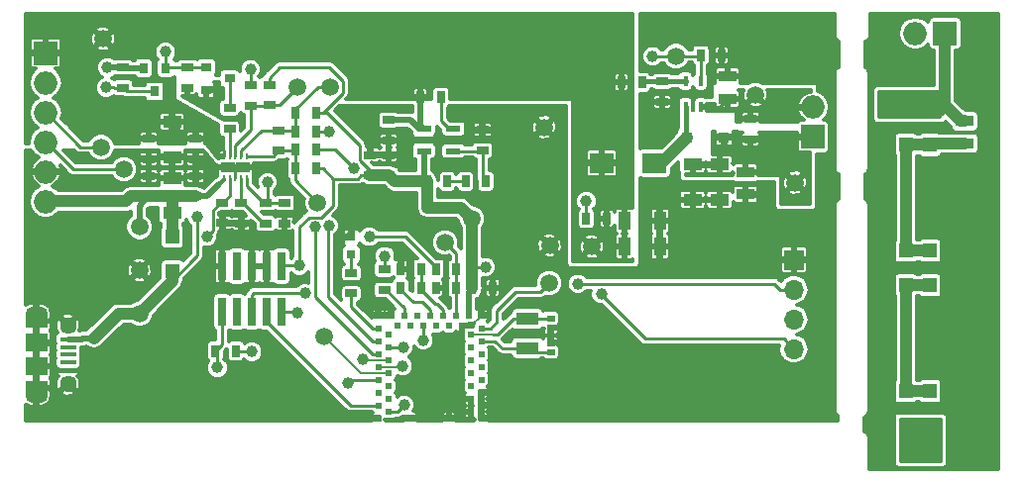
<source format=gbr>
%TF.GenerationSoftware,KiCad,Pcbnew,(5.0.0-rc2-199-gf785d2749)*%
%TF.CreationDate,2018-07-19T16:42:48+02:00*%
%TF.ProjectId,LEOLED_rev1,4C454F4C45445F726576312E6B696361,rev?*%
%TF.SameCoordinates,Original*%
%TF.FileFunction,Copper,L1,Top,Signal*%
%TF.FilePolarity,Positive*%
%FSLAX46Y46*%
G04 Gerber Fmt 4.6, Leading zero omitted, Abs format (unit mm)*
G04 Created by KiCad (PCBNEW (5.0.0-rc2-199-gf785d2749)) date 07/19/18 16:42:48*
%MOMM*%
%LPD*%
G01*
G04 APERTURE LIST*
%ADD10R,0.500000X0.500000*%
%ADD11R,1.998980X1.998980*%
%ADD12O,1.998980X1.998980*%
%ADD13R,1.220000X1.250000*%
%ADD14R,1.500000X0.970000*%
%ADD15R,3.200000X0.700000*%
%ADD16R,1.150000X1.300000*%
%ADD17R,0.900000X0.950000*%
%ADD18R,1.900000X1.100000*%
%ADD19R,1.000000X0.670000*%
%ADD20R,0.670000X1.000000*%
%ADD21R,1.600000X1.000000*%
%ADD22R,0.650000X0.575000*%
%ADD23R,1.000000X1.600000*%
%ADD24R,0.800000X0.800000*%
%ADD25R,1.900000X1.200000*%
%ADD26O,1.900000X1.200000*%
%ADD27R,1.900000X1.500000*%
%ADD28C,1.450000*%
%ADD29R,1.350000X0.400000*%
%ADD30O,1.700000X1.700000*%
%ADD31R,1.700000X1.700000*%
%ADD32R,0.740000X2.400000*%
%ADD33R,2.000000X1.800000*%
%ADD34R,0.900000X0.800000*%
%ADD35R,0.800000X0.900000*%
%ADD36C,1.500000*%
%ADD37R,1.200000X0.840000*%
%ADD38R,0.250000X0.500000*%
%ADD39C,0.500000*%
%ADD40R,1.300000X0.550000*%
%ADD41R,0.400000X0.900000*%
%ADD42C,1.000000*%
%ADD43C,1.000000*%
%ADD44C,0.500000*%
%ADD45C,0.254000*%
%ADD46C,0.250000*%
%ADD47C,0.160000*%
%ADD48C,0.400000*%
%ADD49C,0.300000*%
G04 APERTURE END LIST*
D10*
X36638600Y4822800D03*
X33338600Y4822800D03*
X30588600Y4822800D03*
X31488600Y5372800D03*
X30588600Y5922800D03*
X31488600Y6472800D03*
X30588600Y7022800D03*
X31488600Y7572800D03*
X30588600Y8122800D03*
X31488600Y8672800D03*
X30588600Y9222800D03*
X31488600Y9772800D03*
X30588600Y10322800D03*
X31488600Y10872800D03*
X30588600Y11422800D03*
X31488600Y11972800D03*
X30588600Y12522800D03*
X30588600Y13622800D03*
X31688600Y13622800D03*
X32238600Y12722800D03*
X32788600Y13622800D03*
X33338600Y12722800D03*
X33888600Y13622800D03*
X34438600Y12722800D03*
X34988600Y13622800D03*
X35538600Y12722800D03*
X36088600Y13622800D03*
X36638600Y12722800D03*
X37188600Y13622800D03*
X37738600Y12722800D03*
X38288600Y13622800D03*
X39388600Y13622800D03*
X39388600Y12522800D03*
X38488600Y11972800D03*
X39388600Y11422800D03*
X38488600Y10872800D03*
X39388600Y10322800D03*
X38488600Y9772800D03*
X39388600Y9222800D03*
X38488600Y8672800D03*
X39388600Y8122800D03*
X38488600Y7572800D03*
X39388600Y7022800D03*
X38488600Y6472800D03*
X39388600Y5922800D03*
X38488600Y5372800D03*
X39388600Y4822800D03*
D11*
X78994000Y37744400D03*
D12*
X76454000Y37744400D03*
D13*
X12988600Y17397800D03*
X12988600Y20347800D03*
D14*
X60436286Y34063630D03*
X60436286Y32153630D03*
X80688600Y30227800D03*
X80688600Y28317800D03*
D15*
X76688600Y29672800D03*
D16*
X75663600Y28197800D03*
X77713600Y28197800D03*
X75663600Y31147800D03*
X77713600Y31147800D03*
D15*
X76688600Y17672800D03*
D16*
X75663600Y16197800D03*
X77713600Y16197800D03*
X75663600Y19147800D03*
X77713600Y19147800D03*
D15*
X76688600Y5672800D03*
D16*
X75663600Y4197800D03*
X77713600Y4197800D03*
X75663600Y7147800D03*
X77713600Y7147800D03*
D17*
X56961286Y28853630D03*
X60111286Y28853630D03*
D18*
X43321250Y13321758D03*
X43321250Y10821758D03*
D19*
X10984117Y25547279D03*
X10984117Y23797279D03*
X14984117Y25547279D03*
X14984117Y23797279D03*
X31488600Y28572800D03*
X31488600Y30322800D03*
X22584117Y21497279D03*
X22584117Y23247279D03*
X18884117Y21497279D03*
X18884117Y23247279D03*
D20*
X35513600Y15972800D03*
X37263600Y15972800D03*
D19*
X10984117Y26997279D03*
X10984117Y28747279D03*
X14984117Y26997279D03*
X14984117Y28747279D03*
X31488600Y27347800D03*
X31488600Y25597800D03*
X29888600Y27347800D03*
X29888600Y25597800D03*
D20*
X40363600Y15972800D03*
X38613600Y15972800D03*
X48357071Y21895423D03*
X50107071Y21895423D03*
D19*
X54836286Y31878630D03*
X54836286Y33628630D03*
D11*
X67688600Y28872800D03*
D12*
X67688600Y31412800D03*
X2184400Y23368000D03*
X2184400Y25908000D03*
X2184400Y30988000D03*
X2184400Y33528000D03*
D11*
X2184400Y36068000D03*
D12*
X2184400Y28448000D03*
D21*
X12984117Y25372279D03*
X12984117Y22372279D03*
X12984117Y27172279D03*
X12984117Y30172279D03*
D22*
X45321250Y10484258D03*
X45321250Y11259258D03*
X45321250Y12571758D03*
X45321250Y13346758D03*
D23*
X54632071Y21695423D03*
X51632071Y21695423D03*
X54632071Y19495423D03*
X51632071Y19495423D03*
D21*
X57452039Y23517833D03*
X57452039Y26517833D03*
X59752039Y23517833D03*
X59752039Y26517833D03*
D24*
X28288600Y18822800D03*
X28288600Y20322800D03*
D25*
X1388600Y13172800D03*
X1388600Y7372800D03*
D26*
X1388600Y6772800D03*
X1388600Y13772800D03*
D27*
X1388600Y11272800D03*
D28*
X4088600Y7772800D03*
D29*
X4088600Y10272800D03*
X4088600Y9622800D03*
X4088600Y8972800D03*
X4088600Y11572800D03*
X4088600Y10922800D03*
D28*
X4088600Y12772800D03*
D27*
X1388600Y9272800D03*
D30*
X66088600Y10752800D03*
X66088600Y13292800D03*
X66088600Y15832800D03*
D31*
X66088600Y18372800D03*
D32*
X17248600Y13922800D03*
X17248600Y17822800D03*
X18518600Y13922800D03*
X18518600Y17822800D03*
X19788600Y13922800D03*
X19788600Y17822800D03*
X21058600Y13922800D03*
X21058600Y17822800D03*
X22328600Y13922800D03*
X22328600Y17822800D03*
D33*
X49686286Y26653630D03*
X54186286Y26653630D03*
D34*
X17884117Y33872279D03*
X15884117Y32922279D03*
X15884117Y34822279D03*
D35*
X11488600Y32772800D03*
X10538600Y34772800D03*
X12438600Y34772800D03*
D20*
X25263600Y29372800D03*
X23513600Y29372800D03*
X25263600Y27772800D03*
X23513600Y27772800D03*
D19*
X19688600Y33322800D03*
X19688600Y31572800D03*
D20*
X23513600Y30972800D03*
X25263600Y30972800D03*
X23513600Y26172800D03*
X25263600Y26172800D03*
D19*
X21288600Y31597800D03*
X21288600Y33347800D03*
X22088600Y29447800D03*
X22088600Y27697800D03*
X14284117Y33097279D03*
X14284117Y34847279D03*
X17884117Y31347279D03*
X17884117Y29597279D03*
X17284117Y21522279D03*
X17284117Y23272279D03*
D20*
X35513600Y17572800D03*
X37263600Y17572800D03*
D19*
X20984117Y23247279D03*
X20984117Y21497279D03*
D20*
X34188600Y32272800D03*
X35938600Y32272800D03*
D19*
X39488600Y29472800D03*
X39488600Y27722800D03*
D20*
X39788600Y25072800D03*
X38038600Y25072800D03*
X36488600Y25072800D03*
X34738600Y25072800D03*
D19*
X8788600Y33097800D03*
X8788600Y34847800D03*
X28288600Y17247800D03*
X28288600Y15497800D03*
D20*
X16688600Y10572800D03*
X18438600Y10572800D03*
X32513600Y17572800D03*
X34263600Y17572800D03*
D19*
X31088600Y15797800D03*
X31088600Y17547800D03*
D20*
X59911286Y35853630D03*
X58161286Y35853630D03*
X53111286Y33553630D03*
X51361286Y33553630D03*
D14*
X61952039Y23962833D03*
X61952039Y25872833D03*
D19*
X62388600Y30447800D03*
X62388600Y28697800D03*
D20*
X34263600Y15972800D03*
X32513600Y15972800D03*
D36*
X10188600Y13772800D03*
X10188600Y17472800D03*
X26488600Y33172800D03*
X25388600Y23272800D03*
X23688600Y33172800D03*
X10188600Y21172800D03*
X36288600Y19872800D03*
X7100600Y37272800D03*
X44748600Y29712800D03*
X38588600Y21872800D03*
X8878600Y26134800D03*
X6888600Y28012800D03*
X45188600Y16372800D03*
X25988600Y11772800D03*
X56028600Y35802800D03*
X45232071Y19595423D03*
X48832071Y19495423D03*
X62788600Y32472800D03*
X66188600Y24972800D03*
D37*
X17784117Y26272279D03*
X18984117Y26272279D03*
D38*
X17384117Y27222279D03*
X17884117Y27222279D03*
X18384117Y27222279D03*
X18884117Y27222279D03*
X19384117Y27222279D03*
X19384117Y25322279D03*
X18884117Y25322279D03*
X18384117Y25322279D03*
X17884117Y25322279D03*
X17384117Y25322279D03*
D39*
X18384117Y26272279D03*
X17434117Y26272279D03*
X19334117Y26272279D03*
D40*
X36988600Y29572800D03*
X36988600Y27672800D03*
X34488600Y27672800D03*
X34488600Y28622800D03*
X34488600Y29572800D03*
D41*
X56836286Y33653630D03*
X58136286Y33653630D03*
X57486286Y31453630D03*
X58136286Y31453630D03*
X56836286Y31453630D03*
D42*
X7458600Y34822800D03*
X16133596Y31772800D03*
X48358600Y23382800D03*
X36818600Y10332800D03*
X34913600Y10262800D03*
X36818600Y8227800D03*
X34913600Y8227800D03*
X27928600Y24229800D03*
X27928600Y22705800D03*
X29833600Y29055800D03*
X29833600Y30579800D03*
X28309600Y30579800D03*
X21128600Y25012800D03*
X49645600Y15487800D03*
X39739600Y17752800D03*
X19800600Y10513800D03*
X23864600Y17879800D03*
X12418600Y36172800D03*
X15128600Y22072800D03*
X73902600Y31087800D03*
X73902600Y32357800D03*
X82538600Y37437800D03*
X82538600Y35437800D03*
X82538600Y33437800D03*
X82538600Y31437800D03*
X82538600Y29437800D03*
X82538600Y27437800D03*
X82538600Y25437800D03*
X82538600Y23437800D03*
X82538600Y21437800D03*
X82538600Y19437800D03*
X82538600Y17437800D03*
X82538600Y15437800D03*
X82538600Y13437800D03*
X82538600Y11437800D03*
X82538600Y9437800D03*
X82538600Y7437800D03*
X82538600Y5437800D03*
X82538600Y3437800D03*
X82538600Y1437800D03*
X80633600Y5437800D03*
X80633600Y13437800D03*
X80633600Y1437800D03*
X80633600Y17437800D03*
X80633600Y23437800D03*
X80633600Y11437800D03*
X80633600Y3437800D03*
X80633600Y7437800D03*
X80633600Y9437800D03*
X80633600Y21437800D03*
X80633600Y25437800D03*
X80633600Y19437800D03*
X80633600Y15437800D03*
X76448600Y1812800D03*
X78128600Y1812800D03*
X7348600Y33122800D03*
X47638600Y16312800D03*
X34448600Y11512800D03*
X32668600Y9262800D03*
X23698600Y13882800D03*
X32799327Y5944078D03*
X24348600Y15512800D03*
X29298600Y9842800D03*
X16858600Y9152800D03*
X28010793Y7794993D03*
X26362847Y21285183D03*
X26368600Y29362800D03*
X32698600Y10882800D03*
X28471742Y26171528D03*
X25168600Y21167800D03*
X19688600Y34672800D03*
X29818600Y20342800D03*
X15955600Y20342800D03*
X54018600Y35782800D03*
X31148600Y18692800D03*
D43*
X12984117Y23755762D02*
X12942600Y23797279D01*
X12984117Y22372279D02*
X12984117Y23755762D01*
X10984117Y23797279D02*
X12942600Y23797279D01*
X12942600Y23797279D02*
X14984117Y23797279D01*
D44*
X10188600Y23001762D02*
X10984117Y23797279D01*
X10188600Y21172800D02*
X10188600Y23001762D01*
X15984117Y23797279D02*
X17006600Y24819762D01*
X14984117Y23797279D02*
X15984117Y23797279D01*
D45*
X17006600Y24944762D02*
X17378116Y25316278D01*
X17006600Y24819762D02*
X17006600Y24944762D01*
X17384117Y25197279D02*
X17006600Y24819762D01*
X17384117Y25322279D02*
X17384117Y25197279D01*
D43*
X9484117Y23797279D02*
X10984117Y23797279D01*
X2188600Y23372800D02*
X9059638Y23372800D01*
X9059638Y23372800D02*
X9484117Y23797279D01*
X12984117Y20352283D02*
X12988600Y20347800D01*
X12984117Y22372279D02*
X12984117Y20352283D01*
D46*
X57188600Y32572800D02*
X56280456Y32572800D01*
X56280456Y32572800D02*
X55586286Y31878630D01*
X55586286Y31878630D02*
X54836286Y31878630D01*
X57488600Y32272800D02*
X57188600Y32572800D01*
X57488600Y32155944D02*
X57488600Y32272800D01*
X57486286Y31453630D02*
X57486286Y32153630D01*
X57486286Y32153630D02*
X57488600Y32155944D01*
D45*
X18384117Y25322279D02*
X18384117Y26272279D01*
D44*
X8863600Y34772800D02*
X8788600Y34847800D01*
X10538600Y34772800D02*
X8863600Y34772800D01*
X7788600Y34847800D02*
X7763600Y34822800D01*
X8788600Y34847800D02*
X7788600Y34847800D01*
X7763600Y34822800D02*
X7458600Y34822800D01*
X15884117Y32022279D02*
X16133596Y31772800D01*
X15884117Y32922279D02*
X15884117Y32022279D01*
X15709117Y26272279D02*
X14984117Y26997279D01*
X17784117Y26272279D02*
X15709117Y26272279D01*
X20084117Y26272279D02*
X20253596Y26102800D01*
X18984117Y26272279D02*
X20084117Y26272279D01*
X20253596Y26102800D02*
X21078600Y26102800D01*
D46*
X48357071Y22645423D02*
X48358600Y22646952D01*
X48357071Y21895423D02*
X48357071Y22645423D01*
X48358600Y22646952D02*
X48358600Y23382800D01*
X33098600Y17572800D02*
X33318600Y17792800D01*
X32513600Y17572800D02*
X33098600Y17572800D01*
D47*
X39388600Y13622800D02*
X39388600Y13591800D01*
X39388600Y13591800D02*
X38519600Y12722800D01*
X38519600Y12722800D02*
X37738600Y12722800D01*
D46*
X17384117Y27222279D02*
X17384117Y27722279D01*
X17384117Y27722279D02*
X16533596Y28572800D01*
D44*
X14819117Y28747279D02*
X13914001Y28747279D01*
X13914001Y28747279D02*
X13394117Y29267163D01*
X13394117Y29267163D02*
X13394117Y30172279D01*
D46*
X14984117Y28747279D02*
X14819117Y28747279D01*
X13394117Y30172279D02*
X12984117Y30172279D01*
D44*
X34188600Y29872800D02*
X34488600Y29572800D01*
X34188600Y32272800D02*
X34188600Y29872800D01*
X34113600Y29572800D02*
X33360600Y30325800D01*
X34488600Y29572800D02*
X34113600Y29572800D01*
X33357600Y30322800D02*
X31488600Y30322800D01*
X33360600Y30325800D02*
X33357600Y30322800D01*
D45*
X20819117Y23247279D02*
X20984117Y23247279D01*
X19384117Y24682279D02*
X20819117Y23247279D01*
X19384117Y25322279D02*
X19384117Y24682279D01*
X20984117Y23247279D02*
X22584117Y23247279D01*
X21128600Y23391762D02*
X20984117Y23247279D01*
X21128600Y25012800D02*
X21128600Y23391762D01*
D46*
X4506600Y26134800D02*
X2188600Y28452800D01*
X8878600Y26134800D02*
X4506600Y26134800D01*
D45*
X18884117Y25322279D02*
X18884117Y23247279D01*
X19049117Y23247279D02*
X20828600Y21467796D01*
X18884117Y23247279D02*
X19049117Y23247279D01*
X37263600Y13697800D02*
X37188600Y13622800D01*
X37263600Y15972800D02*
X37263600Y13697800D01*
X37263600Y17572800D02*
X37263600Y15972800D01*
X37263600Y18897800D02*
X37263600Y17572800D01*
X36288600Y19872800D02*
X37263600Y18897800D01*
D43*
X32013600Y25072800D02*
X31488600Y25597800D01*
X34738600Y25072800D02*
X32013600Y25072800D01*
X31488600Y25597800D02*
X29888600Y25597800D01*
D44*
X34488600Y25322800D02*
X34738600Y25072800D01*
X34488600Y27672800D02*
X34488600Y25322800D01*
D43*
X34738600Y24907800D02*
X34786600Y24859800D01*
X34738600Y25072800D02*
X34738600Y24907800D01*
X34786600Y24859800D02*
X34786600Y22832800D01*
X37628600Y22832800D02*
X38588600Y21872800D01*
X34786600Y22832800D02*
X37628600Y22832800D01*
X38588600Y15997800D02*
X38613600Y15972800D01*
D44*
X38288600Y15647800D02*
X38613600Y15972800D01*
X38288600Y13622800D02*
X38288600Y15647800D01*
D46*
X21288600Y33932800D02*
X22178600Y34822800D01*
X21288600Y33347800D02*
X21288600Y33932800D01*
X25848600Y30972800D02*
X25263600Y30972800D01*
X25879602Y30972800D02*
X25848600Y30972800D01*
X27563601Y32656799D02*
X25879602Y30972800D01*
X27563601Y33688801D02*
X27563601Y32656799D01*
X26429602Y34822800D02*
X27563601Y33688801D01*
X22178600Y34822800D02*
X26429602Y34822800D01*
D45*
X29888600Y25597800D02*
X29134600Y25597800D01*
X26222562Y30972800D02*
X29009602Y28185760D01*
X28844598Y25307798D02*
X26717602Y25307798D01*
X29888600Y26033764D02*
X29888600Y25597800D01*
X26717602Y25307798D02*
X25852600Y26172800D01*
X29009602Y28185760D02*
X29009602Y26912762D01*
X29009602Y26912762D02*
X29888600Y26033764D01*
X25263600Y30972800D02*
X26222562Y30972800D01*
X29134600Y25597800D02*
X28844598Y25307798D01*
X25852600Y26172800D02*
X25263600Y26172800D01*
D46*
X65238601Y11602799D02*
X53382601Y11602799D01*
X66088600Y10752800D02*
X65238601Y11602799D01*
X53382601Y11602799D02*
X49645600Y15339800D01*
X49645600Y15339800D02*
X49645600Y15487800D01*
X38715600Y17752800D02*
X38588600Y17879800D01*
X39739600Y17752800D02*
X38715600Y17752800D01*
D43*
X38588600Y21872800D02*
X38588600Y17879800D01*
X38588600Y17879800D02*
X38588600Y15997800D01*
D46*
X19023600Y10572800D02*
X19082600Y10513800D01*
X18438600Y10572800D02*
X19023600Y10572800D01*
X19082600Y10513800D02*
X19800600Y10513800D01*
X22385600Y17879800D02*
X22328600Y17822800D01*
X23864600Y17879800D02*
X22385600Y17879800D01*
X25699603Y21992801D02*
X24675601Y21992801D01*
X26717602Y25307798D02*
X26717602Y23010800D01*
X26717602Y23010800D02*
X25699603Y21992801D01*
X23864600Y21181800D02*
X23864600Y17879800D01*
X24675601Y21992801D02*
X23864600Y21181800D01*
D45*
X43321250Y10821758D02*
X41169642Y10821758D01*
X40568600Y11422800D02*
X39388600Y11422800D01*
X41169642Y10821758D02*
X40568600Y11422800D01*
D46*
X43658750Y10484258D02*
X45321250Y10484258D01*
X43321250Y10821758D02*
X43658750Y10484258D01*
D47*
X38488600Y11972800D02*
X40318600Y11972800D01*
D46*
X40772292Y11972800D02*
X40318600Y11972800D01*
X42121250Y13321758D02*
X40772292Y11972800D01*
X43321250Y13321758D02*
X42121250Y13321758D01*
X45296250Y13321758D02*
X45321250Y13346758D01*
X43321250Y13321758D02*
X45296250Y13321758D01*
D48*
X54836286Y33628630D02*
X53186286Y33628630D01*
D46*
X53186286Y33628630D02*
X53111286Y33553630D01*
D48*
X56836286Y33653630D02*
X54861286Y33653630D01*
D46*
X54861286Y33653630D02*
X54836286Y33628630D01*
D45*
X14309117Y34822279D02*
X14284117Y34847279D01*
X15884117Y34822279D02*
X14309117Y34822279D01*
X12513079Y34847279D02*
X12438600Y34772800D01*
X14284117Y34847279D02*
X12513079Y34847279D01*
D43*
X12988600Y16572800D02*
X10188600Y13772800D01*
X12988600Y17397800D02*
X12988600Y16572800D01*
X10188600Y13772800D02*
X8428600Y13772800D01*
X8428600Y13772800D02*
X6328600Y11672800D01*
D44*
X5363600Y11672800D02*
X6328600Y11672800D01*
X5263600Y11572800D02*
X5363600Y11672800D01*
X4088600Y11572800D02*
X5263600Y11572800D01*
D45*
X12438600Y35476800D02*
X12418600Y35496800D01*
X12438600Y34772800D02*
X12438600Y35476800D01*
X12418600Y35496800D02*
X12418600Y36172800D01*
X15128600Y21365694D02*
X15128600Y22072800D01*
X15128600Y18712800D02*
X15128600Y21365694D01*
X10188600Y13772800D02*
X15128600Y18712800D01*
X28288600Y17247800D02*
X28288600Y18822800D01*
D43*
X78542600Y31147800D02*
X77713600Y31147800D01*
X78988600Y37772800D02*
X78988600Y31593800D01*
X78988600Y31593800D02*
X78542600Y31147800D01*
X77713600Y31147800D02*
X75663600Y31147800D01*
X80354600Y30227800D02*
X78988600Y31593800D01*
X80688600Y30227800D02*
X80354600Y30227800D01*
X75603600Y31087800D02*
X75663600Y31147800D01*
X73902600Y31087800D02*
X75603600Y31087800D01*
X77713600Y28197800D02*
X75663600Y28197800D01*
X77833600Y28317800D02*
X77713600Y28197800D01*
X80688600Y28317800D02*
X77833600Y28317800D01*
X75663600Y28197800D02*
X75663600Y19147800D01*
X77713600Y19147800D02*
X75663600Y19147800D01*
X75663600Y16197800D02*
X77713600Y16197800D01*
X75663600Y16197800D02*
X75663600Y7147800D01*
X77713600Y7147800D02*
X75663600Y7147800D01*
X76448600Y3412800D02*
X75663600Y4197800D01*
X76448600Y1812800D02*
X76448600Y3412800D01*
X77713600Y4197800D02*
X75663600Y4197800D01*
D48*
X56836286Y31453630D02*
X56836286Y28978630D01*
D46*
X56836286Y28978630D02*
X56961286Y28853630D01*
X56961286Y28853630D02*
X56961286Y28828630D01*
D43*
X56961286Y28828630D02*
X54786286Y26653630D01*
D46*
X54786286Y26653630D02*
X54186286Y26653630D01*
D45*
X9113600Y32772800D02*
X8788600Y33097800D01*
X11488600Y32772800D02*
X9113600Y32772800D01*
X5168600Y28012800D02*
X6888600Y28012800D01*
X2188600Y30992800D02*
X5168600Y28012800D01*
X8034600Y33097800D02*
X8009600Y33122800D01*
X8788600Y33097800D02*
X8034600Y33097800D01*
X8009600Y33122800D02*
X7348600Y33122800D01*
D46*
X64886519Y15832800D02*
X64406519Y16312800D01*
X66088600Y15832800D02*
X64886519Y15832800D01*
X64406519Y16312800D02*
X47638600Y16312800D01*
X34448600Y12712800D02*
X34438600Y12722800D01*
X34448600Y11512800D02*
X34448600Y12712800D01*
D47*
X30588600Y9222800D02*
X32538600Y9222800D01*
X32538600Y9222800D02*
X32578600Y9262800D01*
X32578600Y9262800D02*
X32668600Y9262800D01*
D45*
X22328600Y13922800D02*
X23658600Y13922800D01*
X23658600Y13922800D02*
X23698600Y13882800D01*
X32299328Y5444079D02*
X32799327Y5944078D01*
X32228049Y5372800D02*
X32299328Y5444079D01*
X31488600Y5372800D02*
X32228049Y5372800D01*
X30084600Y5922800D02*
X30588600Y5922800D01*
X28228600Y5922800D02*
X30084600Y5922800D01*
X21058600Y13092800D02*
X28228600Y5922800D01*
X21058600Y13922800D02*
X21058600Y13092800D01*
X19788600Y15376800D02*
X19924600Y15512800D01*
X19924600Y15512800D02*
X24348600Y15512800D01*
X19788600Y13922800D02*
X19788600Y15376800D01*
D47*
X29368600Y9772800D02*
X29298600Y9842800D01*
X31488600Y9772800D02*
X29368600Y9772800D01*
D45*
X17248600Y11132800D02*
X16688600Y10572800D01*
X17248600Y13922800D02*
X17248600Y11132800D01*
X16858600Y10402800D02*
X16688600Y10572800D01*
X16858600Y9152800D02*
X16858600Y10402800D01*
X28338600Y8122800D02*
X28010793Y7794993D01*
X30588600Y8122800D02*
X28338600Y8122800D01*
D46*
X44438601Y15622801D02*
X42298601Y15622801D01*
X45188600Y16372800D02*
X44438601Y15622801D01*
X42298601Y15622801D02*
X40708600Y14032800D01*
X40708600Y14032800D02*
X40708600Y13042800D01*
X40188600Y12522800D02*
X39388600Y12522800D01*
X40708600Y13042800D02*
X40188600Y12522800D01*
D45*
X34263600Y15807800D02*
X35458600Y14612800D01*
X34263600Y15972800D02*
X34263600Y15807800D01*
X36088600Y14126800D02*
X36088600Y13622800D01*
X35602600Y14612800D02*
X36088600Y14126800D01*
X35458600Y14612800D02*
X35602600Y14612800D01*
X34263600Y17572800D02*
X34263600Y15972800D01*
X32513600Y15807800D02*
X33568600Y14752800D01*
X32513600Y15972800D02*
X32513600Y15807800D01*
X34988600Y14126800D02*
X34988600Y13622800D01*
X34362600Y14752800D02*
X34988600Y14126800D01*
X33568600Y14752800D02*
X34362600Y14752800D01*
X32788600Y14262800D02*
X32788600Y13622800D01*
X31088600Y15797800D02*
X31253600Y15797800D01*
X31253600Y15797800D02*
X32788600Y14262800D01*
X28288600Y14908800D02*
X28288600Y15497800D01*
X28288600Y14318800D02*
X28288600Y14908800D01*
X30084600Y12522800D02*
X28288600Y14318800D01*
X30588600Y12522800D02*
X30084600Y12522800D01*
D46*
X30088600Y11422800D02*
X26338600Y15172800D01*
X30588600Y11422800D02*
X30088600Y11422800D01*
X26338600Y15172800D02*
X26338600Y21260936D01*
X26338600Y21260936D02*
X26362847Y21285183D01*
X25273600Y29362800D02*
X25263600Y29372800D01*
X26368600Y29362800D02*
X25273600Y29362800D01*
X31488600Y10872800D02*
X32278600Y10872800D01*
X32278600Y10872800D02*
X32288600Y10882800D01*
X32288600Y10882800D02*
X32698600Y10882800D01*
X25263600Y27772800D02*
X26870470Y27772800D01*
X26870470Y27772800D02*
X27971743Y26671527D01*
X27971743Y26671527D02*
X28471742Y26171528D01*
X30088600Y10322800D02*
X25208600Y15202800D01*
X30588600Y10322800D02*
X30088600Y10322800D01*
X25208600Y15202800D02*
X25208600Y21127800D01*
X25208600Y21127800D02*
X25168600Y21167800D01*
X19688600Y34672800D02*
X19688600Y33322800D01*
D47*
X29088600Y8672800D02*
X25988600Y11772800D01*
X31488600Y8672800D02*
X29088600Y8672800D01*
D45*
X17884117Y33872279D02*
X17884117Y31347279D01*
X18884117Y27222279D02*
X18884117Y27738317D01*
X20593600Y29447800D02*
X22088600Y29447800D01*
X18884117Y27738317D02*
X20593600Y29447800D01*
X23438600Y29447800D02*
X23513600Y29372800D01*
X22088600Y29447800D02*
X23438600Y29447800D01*
X23513600Y30972800D02*
X23513600Y29372800D01*
X25427940Y33172800D02*
X26488600Y33172800D01*
X23513600Y31258460D02*
X25427940Y33172800D01*
X23513600Y30972800D02*
X23513600Y31258460D01*
X21613079Y27222279D02*
X22088600Y27697800D01*
X19384117Y27222279D02*
X21613079Y27222279D01*
X23438600Y27697800D02*
X23513600Y27772800D01*
X22088600Y27697800D02*
X23438600Y27697800D01*
X23513600Y27772800D02*
X23513600Y26172800D01*
X23513600Y25147800D02*
X23513600Y26172800D01*
X25388600Y23272800D02*
X23513600Y25147800D01*
X18384117Y27222279D02*
X18384117Y28168317D01*
X19688600Y29472800D02*
X19688600Y31572800D01*
X18384117Y28168317D02*
X19688600Y29472800D01*
X21263600Y31572800D02*
X21288600Y31597800D01*
X19688600Y31572800D02*
X21263600Y31572800D01*
X22113600Y31597800D02*
X21288600Y31597800D01*
X23688600Y33172800D02*
X22113600Y31597800D01*
X17884117Y27222279D02*
X17884117Y29597279D01*
X17884117Y23872279D02*
X17284117Y23272279D01*
X17884117Y25322279D02*
X17884117Y23872279D01*
D46*
X35513600Y17737800D02*
X32908600Y20342800D01*
X35513600Y17572800D02*
X35513600Y17737800D01*
X32908600Y20342800D02*
X29818600Y20342800D01*
X17119117Y23272279D02*
X17284117Y23272279D01*
X16455599Y22608761D02*
X17119117Y23272279D01*
X16455599Y20842799D02*
X16455599Y22608761D01*
X15955600Y20342800D02*
X16455599Y20842799D01*
D45*
X36613600Y29572800D02*
X36988600Y29572800D01*
X35938600Y30247800D02*
X36613600Y29572800D01*
X35938600Y32272800D02*
X35938600Y30247800D01*
X39438600Y27672800D02*
X39488600Y27722800D01*
X36988600Y27672800D02*
X39438600Y27672800D01*
X39488600Y25372800D02*
X39788600Y25072800D01*
X39488600Y27722800D02*
X39488600Y25372800D01*
X38038600Y25072800D02*
X36488600Y25072800D01*
D46*
X58161286Y35853630D02*
X58161286Y33678630D01*
X58161286Y33678630D02*
X58136286Y33653630D01*
X56008600Y35782800D02*
X56028600Y35802800D01*
X54018600Y35782800D02*
X56008600Y35782800D01*
X58110456Y35802800D02*
X58161286Y35853630D01*
X56028600Y35802800D02*
X58110456Y35802800D01*
X31088600Y17547800D02*
X31088600Y18632800D01*
X31088600Y18632800D02*
X31148600Y18692800D01*
X58136286Y31453630D02*
X59736286Y31453630D01*
X59736286Y31453630D02*
X60436286Y32153630D01*
X67688600Y31412800D02*
X63848600Y31412800D01*
X63848600Y31412800D02*
X62788600Y32472800D01*
D49*
G36*
X69563601Y37624511D02*
X69553315Y37572800D01*
X69594061Y37367955D01*
X69710096Y37194296D01*
X69883755Y37078261D01*
X69931339Y37068796D01*
X69925856Y34875713D01*
X69883755Y34867339D01*
X69710096Y34751304D01*
X69594061Y34577645D01*
X69553315Y34372800D01*
X69563600Y34321093D01*
X69563601Y33524510D01*
X69563600Y33524505D01*
X69563601Y26224511D01*
X69553315Y26172800D01*
X69594061Y25967955D01*
X69710096Y25794296D01*
X69883755Y25678261D01*
X69902853Y25674462D01*
X69897592Y23570091D01*
X69883755Y23567339D01*
X69710096Y23451304D01*
X69594061Y23277645D01*
X69553315Y23072800D01*
X69563601Y23021089D01*
X69563600Y5524506D01*
X69553315Y5472800D01*
X69594061Y5267955D01*
X69677941Y5142419D01*
X69710096Y5094296D01*
X69851167Y5000036D01*
X69850224Y4622800D01*
X39988600Y4622800D01*
X39988600Y4631300D01*
X39901100Y4718800D01*
X39492600Y4718800D01*
X39492600Y4698800D01*
X39284600Y4698800D01*
X39284600Y4718800D01*
X39264600Y4718800D01*
X39264600Y4926800D01*
X39284600Y4926800D01*
X39284600Y5335300D01*
X39247100Y5372800D01*
X39284600Y5410300D01*
X39284600Y5818800D01*
X39492600Y5818800D01*
X39492600Y5410300D01*
X39530100Y5372800D01*
X39492600Y5335300D01*
X39492600Y4926800D01*
X39901100Y4926800D01*
X39988600Y5014300D01*
X39988600Y5142419D01*
X39935316Y5271059D01*
X39836859Y5369515D01*
X39828928Y5372800D01*
X39836859Y5376085D01*
X39935316Y5474541D01*
X39988600Y5603181D01*
X39988600Y5731300D01*
X39901100Y5818800D01*
X39492600Y5818800D01*
X39284600Y5818800D01*
X39264600Y5818800D01*
X39264600Y6026800D01*
X39284600Y6026800D01*
X39284600Y6435300D01*
X39247100Y6472800D01*
X39284600Y6510300D01*
X39284600Y6918800D01*
X39492600Y6918800D01*
X39492600Y6510300D01*
X39530100Y6472800D01*
X39492600Y6435300D01*
X39492600Y6026800D01*
X39901100Y6026800D01*
X39988600Y6114300D01*
X39988600Y6242419D01*
X39935316Y6371059D01*
X39836859Y6469515D01*
X39828928Y6472800D01*
X39836859Y6476085D01*
X39935316Y6574541D01*
X39988600Y6703181D01*
X39988600Y6831300D01*
X39901100Y6918800D01*
X39492600Y6918800D01*
X39284600Y6918800D01*
X39264600Y6918800D01*
X39264600Y7126800D01*
X39284600Y7126800D01*
X39284600Y7146800D01*
X39492600Y7146800D01*
X39492600Y7126800D01*
X39901100Y7126800D01*
X39988600Y7214300D01*
X39988600Y7342419D01*
X39935316Y7471059D01*
X39900074Y7506301D01*
X39963032Y7548368D01*
X40062491Y7697219D01*
X40097416Y7872800D01*
X40097416Y8372800D01*
X40062491Y8548381D01*
X39979357Y8672800D01*
X40062491Y8797219D01*
X40097416Y8972800D01*
X40097416Y9472800D01*
X40062491Y9648381D01*
X39979357Y9772800D01*
X40062491Y9897219D01*
X40097416Y10072800D01*
X40097416Y10572800D01*
X40062491Y10748381D01*
X39997398Y10845800D01*
X40329600Y10845800D01*
X40721456Y10453943D01*
X40753648Y10405764D01*
X40841248Y10347232D01*
X40944507Y10278236D01*
X41169642Y10233454D01*
X41226471Y10244758D01*
X41917805Y10244758D01*
X41947359Y10096177D01*
X42046818Y9947326D01*
X42195669Y9847867D01*
X42371250Y9812942D01*
X44271250Y9812942D01*
X44446831Y9847867D01*
X44538709Y9909258D01*
X44647141Y9909258D01*
X44671818Y9872326D01*
X44820669Y9772867D01*
X44996250Y9737942D01*
X45646250Y9737942D01*
X45821831Y9772867D01*
X45970682Y9872326D01*
X46070141Y10021177D01*
X46105066Y10196758D01*
X46105066Y10771758D01*
X46070141Y10947339D01*
X45996250Y11057925D01*
X45996250Y11067758D01*
X45976449Y11087559D01*
X45970682Y11096190D01*
X45962051Y11101957D01*
X45908750Y11155258D01*
X45882280Y11155258D01*
X45821831Y11195649D01*
X45646250Y11230574D01*
X45197250Y11230574D01*
X45197250Y11363258D01*
X45217250Y11363258D01*
X45217250Y11809258D01*
X45425250Y11809258D01*
X45425250Y11363258D01*
X45908750Y11363258D01*
X45996250Y11450758D01*
X45996250Y11616377D01*
X45942966Y11745017D01*
X45844509Y11843473D01*
X45715870Y11896758D01*
X45512750Y11896758D01*
X45425250Y11809258D01*
X45217250Y11809258D01*
X45129750Y11896758D01*
X44926630Y11896758D01*
X44797991Y11843473D01*
X44699534Y11745017D01*
X44647307Y11618928D01*
X44595682Y11696190D01*
X44446831Y11795649D01*
X44271250Y11830574D01*
X42371250Y11830574D01*
X42195669Y11795649D01*
X42046818Y11696190D01*
X41947359Y11547339D01*
X41917805Y11398758D01*
X41408643Y11398758D01*
X41211800Y11595600D01*
X41218921Y11606257D01*
X42054714Y12442050D01*
X42195669Y12347867D01*
X42371250Y12312942D01*
X44271250Y12312942D01*
X44446831Y12347867D01*
X44595682Y12447326D01*
X44646250Y12523006D01*
X44646250Y12467756D01*
X44733748Y12467756D01*
X44646250Y12380258D01*
X44646250Y12214639D01*
X44699534Y12085999D01*
X44797991Y11987543D01*
X44926630Y11934258D01*
X45129750Y11934258D01*
X45217250Y12021758D01*
X45217250Y12467758D01*
X45425250Y12467758D01*
X45425250Y12021758D01*
X45512750Y11934258D01*
X45715870Y11934258D01*
X45844509Y11987543D01*
X45942966Y12085999D01*
X45996250Y12214639D01*
X45996250Y12380258D01*
X45908750Y12467758D01*
X45425250Y12467758D01*
X45217250Y12467758D01*
X45197250Y12467758D01*
X45197250Y12600442D01*
X45646250Y12600442D01*
X45821831Y12635367D01*
X45882280Y12675758D01*
X45908750Y12675758D01*
X45962051Y12729059D01*
X45970682Y12734826D01*
X45976449Y12743457D01*
X45996250Y12763258D01*
X45996250Y12773091D01*
X46070141Y12883677D01*
X46105066Y13059258D01*
X46105066Y13634258D01*
X46070141Y13809839D01*
X45970682Y13958690D01*
X45821831Y14058149D01*
X45646250Y14093074D01*
X44996250Y14093074D01*
X44820669Y14058149D01*
X44707969Y13982846D01*
X44695141Y14047339D01*
X44595682Y14196190D01*
X44446831Y14295649D01*
X44271250Y14330574D01*
X42371250Y14330574D01*
X42195669Y14295649D01*
X42046818Y14196190D01*
X41947359Y14047339D01*
X41912434Y13871758D01*
X41912434Y13866486D01*
X41896896Y13863395D01*
X41706699Y13736309D01*
X41674623Y13688304D01*
X41283600Y13297281D01*
X41283600Y13794628D01*
X42536774Y15047801D01*
X44381978Y15047801D01*
X44438601Y15036538D01*
X44495224Y15047801D01*
X44495229Y15047801D01*
X44662955Y15081164D01*
X44853152Y15208250D01*
X44855573Y15211874D01*
X44949905Y15172800D01*
X45427295Y15172800D01*
X45868345Y15355489D01*
X46205911Y15693055D01*
X46388600Y16134105D01*
X46388600Y16501767D01*
X46688600Y16501767D01*
X46688600Y16123833D01*
X46833229Y15774668D01*
X47100468Y15507429D01*
X47449633Y15362800D01*
X47827567Y15362800D01*
X48176732Y15507429D01*
X48407103Y15737800D01*
X48720881Y15737800D01*
X48695600Y15676767D01*
X48695600Y15298833D01*
X48840229Y14949668D01*
X49107468Y14682429D01*
X49456633Y14537800D01*
X49634428Y14537800D01*
X52935974Y11236253D01*
X52968050Y11188248D01*
X53016055Y11156172D01*
X53016056Y11156171D01*
X53147820Y11068129D01*
X53158247Y11061162D01*
X53325973Y11027799D01*
X53325976Y11027799D01*
X53382600Y11016536D01*
X53439224Y11027799D01*
X64817833Y11027799D01*
X64763132Y10752800D01*
X64864027Y10245565D01*
X65151353Y9815553D01*
X65581365Y9528227D01*
X65960563Y9452800D01*
X66216637Y9452800D01*
X66595835Y9528227D01*
X67025847Y9815553D01*
X67313173Y10245565D01*
X67414068Y10752800D01*
X67313173Y11260035D01*
X67025847Y11690047D01*
X66595835Y11977373D01*
X66367458Y12022800D01*
X66595835Y12068227D01*
X67025847Y12355553D01*
X67313173Y12785565D01*
X67414068Y13292800D01*
X67313173Y13800035D01*
X67025847Y14230047D01*
X66595835Y14517373D01*
X66367458Y14562800D01*
X66595835Y14608227D01*
X67025847Y14895553D01*
X67313173Y15325565D01*
X67414068Y15832800D01*
X67313173Y16340035D01*
X67025847Y16770047D01*
X66595835Y17057373D01*
X66216637Y17132800D01*
X65960563Y17132800D01*
X65581365Y17057373D01*
X65151353Y16770047D01*
X64995578Y16536914D01*
X64853148Y16679343D01*
X64821070Y16727351D01*
X64630873Y16854437D01*
X64463147Y16887800D01*
X64463142Y16887800D01*
X64406519Y16899063D01*
X64349896Y16887800D01*
X48407103Y16887800D01*
X48176732Y17118171D01*
X47827567Y17262800D01*
X47449633Y17262800D01*
X47100468Y17118171D01*
X46833229Y16850932D01*
X46688600Y16501767D01*
X46388600Y16501767D01*
X46388600Y16611495D01*
X46205911Y17052545D01*
X45868345Y17390111D01*
X45427295Y17572800D01*
X44949905Y17572800D01*
X44508855Y17390111D01*
X44171289Y17052545D01*
X43988600Y16611495D01*
X43988600Y16197801D01*
X42355224Y16197801D01*
X42298601Y16209064D01*
X42241977Y16197801D01*
X42241973Y16197801D01*
X42074247Y16164438D01*
X41884050Y16037352D01*
X41851974Y15989347D01*
X40342057Y14479429D01*
X40294049Y14447351D01*
X40166963Y14257153D01*
X40133600Y14089427D01*
X40133600Y14089423D01*
X40122337Y14032800D01*
X40133600Y13976176D01*
X40133601Y13280973D01*
X39955136Y13102508D01*
X39900074Y13139299D01*
X39935316Y13174541D01*
X39988600Y13303181D01*
X39988600Y13431300D01*
X39901100Y13518800D01*
X39492600Y13518800D01*
X39492600Y13498800D01*
X39284600Y13498800D01*
X39284600Y13518800D01*
X39264600Y13518800D01*
X39264600Y13726800D01*
X39284600Y13726800D01*
X39284600Y14135300D01*
X39492600Y14135300D01*
X39492600Y13726800D01*
X39901100Y13726800D01*
X39988600Y13814300D01*
X39988600Y13942419D01*
X39935316Y14071059D01*
X39836859Y14169515D01*
X39708220Y14222800D01*
X39580100Y14222800D01*
X39492600Y14135300D01*
X39284600Y14135300D01*
X39197100Y14222800D01*
X39068980Y14222800D01*
X38988600Y14189505D01*
X38988600Y15021940D01*
X39124181Y15048909D01*
X39273032Y15148368D01*
X39372491Y15297219D01*
X39401207Y15441585D01*
X39508479Y15602129D01*
X39544118Y15781300D01*
X39678600Y15781300D01*
X39678600Y15403180D01*
X39731885Y15274541D01*
X39830341Y15176084D01*
X39958981Y15122800D01*
X40172100Y15122800D01*
X40259600Y15210300D01*
X40259600Y15868800D01*
X40467600Y15868800D01*
X40467600Y15210300D01*
X40555100Y15122800D01*
X40768219Y15122800D01*
X40896859Y15176084D01*
X40995315Y15274541D01*
X41048600Y15403180D01*
X41048600Y15781300D01*
X40961100Y15868800D01*
X40467600Y15868800D01*
X40259600Y15868800D01*
X39766100Y15868800D01*
X39678600Y15781300D01*
X39544118Y15781300D01*
X39582210Y15972801D01*
X39538600Y16192043D01*
X39538600Y16807784D01*
X39550633Y16802800D01*
X39910696Y16802800D01*
X39830341Y16769516D01*
X39731885Y16671059D01*
X39678600Y16542420D01*
X39678600Y16164300D01*
X39766100Y16076800D01*
X40259600Y16076800D01*
X40259600Y16735300D01*
X40467600Y16735300D01*
X40467600Y16076800D01*
X40961100Y16076800D01*
X41048600Y16164300D01*
X41048600Y16542420D01*
X40995315Y16671059D01*
X40896859Y16769516D01*
X40768219Y16822800D01*
X40555100Y16822800D01*
X40467600Y16735300D01*
X40259600Y16735300D01*
X40172100Y16822800D01*
X39976851Y16822800D01*
X40277732Y16947429D01*
X40544971Y17214668D01*
X40689600Y17563833D01*
X40689600Y17941767D01*
X40544971Y18290932D01*
X40277732Y18558171D01*
X39928567Y18702800D01*
X39550633Y18702800D01*
X39538600Y18697816D01*
X39538600Y18794407D01*
X44578134Y18794407D01*
X44659819Y18630849D01*
X45072505Y18485282D01*
X45509483Y18508723D01*
X45804323Y18630849D01*
X45886008Y18794407D01*
X45232071Y19448345D01*
X44578134Y18794407D01*
X39538600Y18794407D01*
X39538600Y19754989D01*
X44121930Y19754989D01*
X44145371Y19318011D01*
X44267497Y19023171D01*
X44431055Y18941486D01*
X45084993Y19595423D01*
X45379149Y19595423D01*
X46033087Y18941486D01*
X46196645Y19023171D01*
X46342212Y19435857D01*
X46318771Y19872835D01*
X46196645Y20167675D01*
X46033087Y20249360D01*
X45379149Y19595423D01*
X45084993Y19595423D01*
X44431055Y20249360D01*
X44267497Y20167675D01*
X44121930Y19754989D01*
X39538600Y19754989D01*
X39538600Y20396439D01*
X44578134Y20396439D01*
X45232071Y19742501D01*
X45886008Y20396439D01*
X45804323Y20559997D01*
X45391637Y20705564D01*
X44954659Y20682123D01*
X44659819Y20559997D01*
X44578134Y20396439D01*
X39538600Y20396439D01*
X39538600Y21125744D01*
X39605911Y21193055D01*
X39788600Y21634105D01*
X39788600Y22111495D01*
X39605911Y22552545D01*
X39268345Y22890111D01*
X38827295Y23072800D01*
X38732102Y23072800D01*
X38366511Y23438391D01*
X38313511Y23517711D01*
X37999271Y23727680D01*
X37722164Y23782800D01*
X37722159Y23782800D01*
X37628600Y23801410D01*
X37535041Y23782800D01*
X35736600Y23782800D01*
X35736600Y24386906D01*
X35829168Y24248368D01*
X35978019Y24148909D01*
X36153600Y24113984D01*
X36823600Y24113984D01*
X36999181Y24148909D01*
X37148032Y24248368D01*
X37247491Y24397219D01*
X37263600Y24478205D01*
X37279709Y24397219D01*
X37379168Y24248368D01*
X37528019Y24148909D01*
X37703600Y24113984D01*
X38373600Y24113984D01*
X38549181Y24148909D01*
X38698032Y24248368D01*
X38797491Y24397219D01*
X38832416Y24572800D01*
X38832416Y25572800D01*
X38797491Y25748381D01*
X38698032Y25897232D01*
X38549181Y25996691D01*
X38373600Y26031616D01*
X37703600Y26031616D01*
X37528019Y25996691D01*
X37379168Y25897232D01*
X37279709Y25748381D01*
X37263600Y25667395D01*
X37247491Y25748381D01*
X37148032Y25897232D01*
X36999181Y25996691D01*
X36823600Y26031616D01*
X36153600Y26031616D01*
X35978019Y25996691D01*
X35829168Y25897232D01*
X35729709Y25748381D01*
X35694784Y25572800D01*
X35694784Y25163587D01*
X35681480Y25230471D01*
X35673461Y25242472D01*
X35633480Y25443471D01*
X35526207Y25604016D01*
X35497491Y25748381D01*
X35398032Y25897232D01*
X35249181Y25996691D01*
X35188600Y26008741D01*
X35188600Y26948930D01*
X35314181Y26973909D01*
X35463032Y27073368D01*
X35562491Y27222219D01*
X35597416Y27397800D01*
X35597416Y27947800D01*
X35879784Y27947800D01*
X35879784Y27397800D01*
X35914709Y27222219D01*
X36014168Y27073368D01*
X36163019Y26973909D01*
X36338600Y26938984D01*
X37638600Y26938984D01*
X37814181Y26973909D01*
X37963032Y27073368D01*
X37978021Y27095800D01*
X38642498Y27095800D01*
X38664168Y27063368D01*
X38813019Y26963909D01*
X38911600Y26944300D01*
X38911601Y25429632D01*
X38900296Y25372800D01*
X38935210Y25197279D01*
X38945079Y25147666D01*
X38994784Y25073277D01*
X38994784Y24572800D01*
X39029709Y24397219D01*
X39129168Y24248368D01*
X39278019Y24148909D01*
X39453600Y24113984D01*
X40123600Y24113984D01*
X40299181Y24148909D01*
X40448032Y24248368D01*
X40547491Y24397219D01*
X40582416Y24572800D01*
X40582416Y25572800D01*
X40547491Y25748381D01*
X40448032Y25897232D01*
X40299181Y25996691D01*
X40123600Y26031616D01*
X40065600Y26031616D01*
X40065600Y26944300D01*
X40164181Y26963909D01*
X40313032Y27063368D01*
X40412491Y27212219D01*
X40447416Y27387800D01*
X40447416Y28057800D01*
X40412491Y28233381D01*
X40313032Y28382232D01*
X40164181Y28481691D01*
X39988600Y28516616D01*
X38988600Y28516616D01*
X38813019Y28481691D01*
X38664168Y28382232D01*
X38575680Y28249800D01*
X37978021Y28249800D01*
X37963032Y28272232D01*
X37814181Y28371691D01*
X37638600Y28406616D01*
X36338600Y28406616D01*
X36163019Y28371691D01*
X36014168Y28272232D01*
X35914709Y28123381D01*
X35879784Y27947800D01*
X35597416Y27947800D01*
X35562491Y28123381D01*
X35477295Y28250887D01*
X35488600Y28278180D01*
X35488600Y28431300D01*
X35401100Y28518800D01*
X34592600Y28518800D01*
X34592600Y28498800D01*
X34384600Y28498800D01*
X34384600Y28518800D01*
X33576100Y28518800D01*
X33488600Y28431300D01*
X33488600Y28278180D01*
X33499905Y28250887D01*
X33414709Y28123381D01*
X33379784Y27947800D01*
X33379784Y27397800D01*
X33414709Y27222219D01*
X33514168Y27073368D01*
X33663019Y26973909D01*
X33788600Y26948929D01*
X33788601Y26022800D01*
X32429514Y26022800D01*
X32412491Y26108381D01*
X32313032Y26257232D01*
X32164181Y26356691D01*
X32019816Y26385407D01*
X31859271Y26492680D01*
X31582164Y26547800D01*
X31582159Y26547800D01*
X31488600Y26566410D01*
X31395041Y26547800D01*
X30190565Y26547800D01*
X29992602Y26745763D01*
X29992602Y26750298D01*
X30080100Y26662800D01*
X30458220Y26662800D01*
X30586859Y26716085D01*
X30685316Y26814541D01*
X30688600Y26822469D01*
X30691884Y26814541D01*
X30790341Y26716085D01*
X30918980Y26662800D01*
X31297100Y26662800D01*
X31384600Y26750300D01*
X31384600Y27243800D01*
X31592600Y27243800D01*
X31592600Y26750300D01*
X31680100Y26662800D01*
X32058220Y26662800D01*
X32186859Y26716085D01*
X32285316Y26814541D01*
X32338600Y26943181D01*
X32338600Y27156300D01*
X32251100Y27243800D01*
X31592600Y27243800D01*
X31384600Y27243800D01*
X30726100Y27243800D01*
X30688600Y27206300D01*
X30651100Y27243800D01*
X29992600Y27243800D01*
X29992600Y27223800D01*
X29784600Y27223800D01*
X29784600Y27243800D01*
X29764600Y27243800D01*
X29764600Y27451800D01*
X29784600Y27451800D01*
X29784600Y27945300D01*
X29992600Y27945300D01*
X29992600Y27451800D01*
X30651100Y27451800D01*
X30688600Y27489300D01*
X30726100Y27451800D01*
X31384600Y27451800D01*
X31384600Y27945300D01*
X31369600Y27960300D01*
X31384600Y27975300D01*
X31384600Y28468800D01*
X31592600Y28468800D01*
X31592600Y27975300D01*
X31607600Y27960300D01*
X31592600Y27945300D01*
X31592600Y27451800D01*
X32251100Y27451800D01*
X32338600Y27539300D01*
X32338600Y27752419D01*
X32285316Y27881059D01*
X32206074Y27960300D01*
X32285316Y28039541D01*
X32338600Y28168181D01*
X32338600Y28381300D01*
X32251100Y28468800D01*
X31592600Y28468800D01*
X31384600Y28468800D01*
X30726100Y28468800D01*
X30638600Y28381300D01*
X30638600Y28168181D01*
X30691884Y28039541D01*
X30771126Y27960300D01*
X30691884Y27881059D01*
X30688600Y27873131D01*
X30685316Y27881059D01*
X30586859Y27979515D01*
X30458220Y28032800D01*
X30080100Y28032800D01*
X29992600Y27945300D01*
X29784600Y27945300D01*
X29697100Y28032800D01*
X29586602Y28032800D01*
X29586602Y28128931D01*
X29597906Y28185760D01*
X29553124Y28410895D01*
X29505819Y28481691D01*
X29425596Y28601754D01*
X29377417Y28633946D01*
X29033944Y28977419D01*
X30638600Y28977419D01*
X30638600Y28764300D01*
X30726100Y28676800D01*
X31384600Y28676800D01*
X31384600Y29170300D01*
X31592600Y29170300D01*
X31592600Y28676800D01*
X32251100Y28676800D01*
X32338600Y28764300D01*
X32338600Y28977419D01*
X32285316Y29106059D01*
X32186859Y29204515D01*
X32058220Y29257800D01*
X31680100Y29257800D01*
X31592600Y29170300D01*
X31384600Y29170300D01*
X31297100Y29257800D01*
X30918980Y29257800D01*
X30790341Y29204515D01*
X30691884Y29106059D01*
X30638600Y28977419D01*
X29033944Y28977419D01*
X26865668Y31145694D01*
X27242775Y31522800D01*
X33479434Y31522800D01*
X33488600Y31509082D01*
X33488601Y31014052D01*
X33360600Y31039512D01*
X33276581Y31022800D01*
X32252318Y31022800D01*
X32164181Y31081691D01*
X31988600Y31116616D01*
X30988600Y31116616D01*
X30813019Y31081691D01*
X30664168Y30982232D01*
X30564709Y30833381D01*
X30529784Y30657800D01*
X30529784Y29987800D01*
X30564709Y29812219D01*
X30664168Y29663368D01*
X30813019Y29563909D01*
X30988600Y29528984D01*
X31988600Y29528984D01*
X32164181Y29563909D01*
X32252318Y29622800D01*
X33073652Y29622800D01*
X33379784Y29316667D01*
X33379784Y29297800D01*
X33414709Y29122219D01*
X33499905Y28994713D01*
X33488600Y28967420D01*
X33488600Y28814300D01*
X33576100Y28726800D01*
X34384600Y28726800D01*
X34384600Y28746800D01*
X34592600Y28746800D01*
X34592600Y28726800D01*
X35401100Y28726800D01*
X35488600Y28814300D01*
X35488600Y28967420D01*
X35477295Y28994713D01*
X35562491Y29122219D01*
X35597416Y29297800D01*
X35597416Y29772984D01*
X35879784Y29490615D01*
X35879784Y29297800D01*
X35914709Y29122219D01*
X36014168Y28973368D01*
X36163019Y28873909D01*
X36338600Y28838984D01*
X37638600Y28838984D01*
X37814181Y28873909D01*
X37963032Y28973368D01*
X38062491Y29122219D01*
X38094133Y29281300D01*
X38638600Y29281300D01*
X38638600Y29068181D01*
X38691884Y28939541D01*
X38790341Y28841085D01*
X38918980Y28787800D01*
X39297100Y28787800D01*
X39384600Y28875300D01*
X39384600Y29368800D01*
X39592600Y29368800D01*
X39592600Y28875300D01*
X39680100Y28787800D01*
X40058220Y28787800D01*
X40186859Y28841085D01*
X40257558Y28911784D01*
X44094663Y28911784D01*
X44176348Y28748226D01*
X44589034Y28602659D01*
X45026012Y28626100D01*
X45320852Y28748226D01*
X45402537Y28911784D01*
X44748600Y29565722D01*
X44094663Y28911784D01*
X40257558Y28911784D01*
X40285316Y28939541D01*
X40338600Y29068181D01*
X40338600Y29281300D01*
X40251100Y29368800D01*
X39592600Y29368800D01*
X39384600Y29368800D01*
X38726100Y29368800D01*
X38638600Y29281300D01*
X38094133Y29281300D01*
X38097416Y29297800D01*
X38097416Y29847800D01*
X38091525Y29877419D01*
X38638600Y29877419D01*
X38638600Y29664300D01*
X38726100Y29576800D01*
X39384600Y29576800D01*
X39384600Y30070300D01*
X39592600Y30070300D01*
X39592600Y29576800D01*
X40251100Y29576800D01*
X40338600Y29664300D01*
X40338600Y29872366D01*
X43638459Y29872366D01*
X43661900Y29435388D01*
X43784026Y29140548D01*
X43947584Y29058863D01*
X44601522Y29712800D01*
X44895678Y29712800D01*
X45549616Y29058863D01*
X45713174Y29140548D01*
X45858741Y29553234D01*
X45835300Y29990212D01*
X45713174Y30285052D01*
X45549616Y30366737D01*
X44895678Y29712800D01*
X44601522Y29712800D01*
X43947584Y30366737D01*
X43784026Y30285052D01*
X43638459Y29872366D01*
X40338600Y29872366D01*
X40338600Y29877419D01*
X40285316Y30006059D01*
X40186859Y30104515D01*
X40058220Y30157800D01*
X39680100Y30157800D01*
X39592600Y30070300D01*
X39384600Y30070300D01*
X39297100Y30157800D01*
X38918980Y30157800D01*
X38790341Y30104515D01*
X38691884Y30006059D01*
X38638600Y29877419D01*
X38091525Y29877419D01*
X38062491Y30023381D01*
X37963032Y30172232D01*
X37814181Y30271691D01*
X37638600Y30306616D01*
X36695785Y30306616D01*
X36515600Y30486800D01*
X36515600Y30513816D01*
X44094663Y30513816D01*
X44748600Y29859878D01*
X45402537Y30513816D01*
X45320852Y30677374D01*
X44908166Y30822941D01*
X44471188Y30799500D01*
X44176348Y30677374D01*
X44094663Y30513816D01*
X36515600Y30513816D01*
X36515600Y31393289D01*
X36598032Y31448368D01*
X36647766Y31522800D01*
X46638600Y31522800D01*
X46638600Y18072800D01*
X46672854Y17900592D01*
X46770402Y17754602D01*
X46916392Y17657054D01*
X47088600Y17622800D01*
X52488600Y17622800D01*
X52660808Y17657054D01*
X52806798Y17754602D01*
X52904346Y17900592D01*
X52938600Y18072800D01*
X52938600Y18181300D01*
X64888600Y18181300D01*
X64888600Y17453180D01*
X64941885Y17324541D01*
X65040341Y17226084D01*
X65168981Y17172800D01*
X65897100Y17172800D01*
X65984600Y17260300D01*
X65984600Y18268800D01*
X66192600Y18268800D01*
X66192600Y17260300D01*
X66280100Y17172800D01*
X67008219Y17172800D01*
X67136859Y17226084D01*
X67235315Y17324541D01*
X67288600Y17453180D01*
X67288600Y18181300D01*
X67201100Y18268800D01*
X66192600Y18268800D01*
X65984600Y18268800D01*
X64976100Y18268800D01*
X64888600Y18181300D01*
X52938600Y18181300D01*
X52938600Y19303923D01*
X53782071Y19303923D01*
X53782071Y18625803D01*
X53835356Y18497164D01*
X53933812Y18398707D01*
X54062452Y18345423D01*
X54440571Y18345423D01*
X54528071Y18432923D01*
X54528071Y19391423D01*
X54736071Y19391423D01*
X54736071Y18432923D01*
X54823571Y18345423D01*
X55201690Y18345423D01*
X55330330Y18398707D01*
X55428786Y18497164D01*
X55482071Y18625803D01*
X55482071Y19292420D01*
X64888600Y19292420D01*
X64888600Y18564300D01*
X64976100Y18476800D01*
X65984600Y18476800D01*
X65984600Y19485300D01*
X66192600Y19485300D01*
X66192600Y18476800D01*
X67201100Y18476800D01*
X67288600Y18564300D01*
X67288600Y19292420D01*
X67235315Y19421059D01*
X67136859Y19519516D01*
X67008219Y19572800D01*
X66280100Y19572800D01*
X66192600Y19485300D01*
X65984600Y19485300D01*
X65897100Y19572800D01*
X65168981Y19572800D01*
X65040341Y19519516D01*
X64941885Y19421059D01*
X64888600Y19292420D01*
X55482071Y19292420D01*
X55482071Y19303923D01*
X55394571Y19391423D01*
X54736071Y19391423D01*
X54528071Y19391423D01*
X53869571Y19391423D01*
X53782071Y19303923D01*
X52938600Y19303923D01*
X52938600Y21503923D01*
X53782071Y21503923D01*
X53782071Y20825803D01*
X53835356Y20697164D01*
X53933812Y20598707D01*
X53941740Y20595423D01*
X53933812Y20592139D01*
X53835356Y20493682D01*
X53782071Y20365043D01*
X53782071Y19686923D01*
X53869571Y19599423D01*
X54528071Y19599423D01*
X54528071Y20557923D01*
X54490571Y20595423D01*
X54528071Y20632923D01*
X54528071Y21591423D01*
X54736071Y21591423D01*
X54736071Y20632923D01*
X54773571Y20595423D01*
X54736071Y20557923D01*
X54736071Y19599423D01*
X55394571Y19599423D01*
X55482071Y19686923D01*
X55482071Y20365043D01*
X55428786Y20493682D01*
X55330330Y20592139D01*
X55322402Y20595423D01*
X55330330Y20598707D01*
X55428786Y20697164D01*
X55482071Y20825803D01*
X55482071Y21503923D01*
X55394571Y21591423D01*
X54736071Y21591423D01*
X54528071Y21591423D01*
X53869571Y21591423D01*
X53782071Y21503923D01*
X52938600Y21503923D01*
X52938600Y22565043D01*
X53782071Y22565043D01*
X53782071Y21886923D01*
X53869571Y21799423D01*
X54528071Y21799423D01*
X54528071Y22757923D01*
X54736071Y22757923D01*
X54736071Y21799423D01*
X55394571Y21799423D01*
X55482071Y21886923D01*
X55482071Y22565043D01*
X55428786Y22693682D01*
X55330330Y22792139D01*
X55201690Y22845423D01*
X54823571Y22845423D01*
X54736071Y22757923D01*
X54528071Y22757923D01*
X54440571Y22845423D01*
X54062452Y22845423D01*
X53933812Y22792139D01*
X53835356Y22693682D01*
X53782071Y22565043D01*
X52938600Y22565043D01*
X52938600Y23326333D01*
X56302039Y23326333D01*
X56302039Y22948214D01*
X56355323Y22819574D01*
X56453780Y22721118D01*
X56582419Y22667833D01*
X57260539Y22667833D01*
X57348039Y22755333D01*
X57348039Y23413833D01*
X57556039Y23413833D01*
X57556039Y22755333D01*
X57643539Y22667833D01*
X58321659Y22667833D01*
X58450298Y22721118D01*
X58548755Y22819574D01*
X58602039Y22948214D01*
X58655323Y22819574D01*
X58753780Y22721118D01*
X58882419Y22667833D01*
X59560539Y22667833D01*
X59648039Y22755333D01*
X59648039Y23413833D01*
X58689539Y23413833D01*
X58602039Y23326333D01*
X58514539Y23413833D01*
X57556039Y23413833D01*
X57348039Y23413833D01*
X56389539Y23413833D01*
X56302039Y23326333D01*
X52938600Y23326333D01*
X52938600Y24087452D01*
X56302039Y24087452D01*
X56302039Y23709333D01*
X56389539Y23621833D01*
X57348039Y23621833D01*
X57348039Y24280333D01*
X57556039Y24280333D01*
X57556039Y23621833D01*
X58514539Y23621833D01*
X58602039Y23709333D01*
X58689539Y23621833D01*
X59648039Y23621833D01*
X59648039Y24280333D01*
X59856039Y24280333D01*
X59856039Y23621833D01*
X59876039Y23621833D01*
X59876039Y23413833D01*
X59856039Y23413833D01*
X59856039Y22755333D01*
X59943539Y22667833D01*
X60621659Y22667833D01*
X60750298Y22721118D01*
X60848755Y22819574D01*
X60902039Y22948214D01*
X60902039Y23287502D01*
X60905323Y23279574D01*
X61003780Y23181118D01*
X61132419Y23127833D01*
X61760539Y23127833D01*
X61848039Y23215333D01*
X61848039Y23858833D01*
X62056039Y23858833D01*
X62056039Y23215333D01*
X62143539Y23127833D01*
X62771659Y23127833D01*
X62900298Y23181118D01*
X62998755Y23279574D01*
X63052039Y23408214D01*
X63052039Y23771333D01*
X62964539Y23858833D01*
X62056039Y23858833D01*
X61848039Y23858833D01*
X61828039Y23858833D01*
X61828039Y24066833D01*
X61848039Y24066833D01*
X61848039Y24710333D01*
X62056039Y24710333D01*
X62056039Y24066833D01*
X62964539Y24066833D01*
X63052039Y24154333D01*
X63052039Y24517452D01*
X62998755Y24646092D01*
X62900298Y24744548D01*
X62771659Y24797833D01*
X62143539Y24797833D01*
X62056039Y24710333D01*
X61848039Y24710333D01*
X61760539Y24797833D01*
X61132419Y24797833D01*
X61003780Y24744548D01*
X60905323Y24646092D01*
X60852039Y24517452D01*
X60852039Y24208164D01*
X60848755Y24216092D01*
X60750298Y24314548D01*
X60621659Y24367833D01*
X59943539Y24367833D01*
X59856039Y24280333D01*
X59648039Y24280333D01*
X59560539Y24367833D01*
X58882419Y24367833D01*
X58753780Y24314548D01*
X58655323Y24216092D01*
X58602039Y24087452D01*
X58548755Y24216092D01*
X58450298Y24314548D01*
X58321659Y24367833D01*
X57643539Y24367833D01*
X57556039Y24280333D01*
X57348039Y24280333D01*
X57260539Y24367833D01*
X56582419Y24367833D01*
X56453780Y24314548D01*
X56355323Y24216092D01*
X56302039Y24087452D01*
X52938600Y24087452D01*
X52938600Y25377918D01*
X53010705Y25329739D01*
X53186286Y25294814D01*
X55186286Y25294814D01*
X55361867Y25329739D01*
X55510718Y25429198D01*
X55610177Y25578049D01*
X55645102Y25753630D01*
X55645102Y26168944D01*
X56193223Y26717065D01*
X56193223Y26017833D01*
X56228148Y25842252D01*
X56238600Y25826609D01*
X56238600Y25472800D01*
X56272854Y25300592D01*
X56370402Y25154602D01*
X56516392Y25057054D01*
X56688600Y25022800D01*
X60938371Y25022800D01*
X61026458Y24963942D01*
X61202039Y24929017D01*
X62702039Y24929017D01*
X62877620Y24963942D01*
X62965707Y25022800D01*
X64438600Y25022800D01*
X64438600Y22972800D01*
X64472854Y22800592D01*
X64570402Y22654602D01*
X64716392Y22557054D01*
X64888600Y22522800D01*
X67588600Y22522800D01*
X67760808Y22557054D01*
X67906798Y22654602D01*
X68004346Y22800592D01*
X68038600Y22972800D01*
X68038600Y27414494D01*
X68688090Y27414494D01*
X68863671Y27449419D01*
X69012522Y27548878D01*
X69111981Y27697729D01*
X69146906Y27873310D01*
X69146906Y29872290D01*
X69111981Y30047871D01*
X69012522Y30196722D01*
X68863671Y30296181D01*
X68688090Y30331106D01*
X68678744Y30331106D01*
X68733624Y30367776D01*
X69053990Y30847237D01*
X69166487Y31412800D01*
X69053990Y31978363D01*
X68733624Y32457824D01*
X68254163Y32778190D01*
X68138600Y32801177D01*
X68138600Y33072800D01*
X68104346Y33245008D01*
X68006798Y33390998D01*
X67860808Y33488546D01*
X67688600Y33522800D01*
X63389427Y33522800D01*
X63027295Y33672800D01*
X62549905Y33672800D01*
X62187773Y33522800D01*
X61536286Y33522800D01*
X61536286Y33872130D01*
X61448786Y33959630D01*
X60540286Y33959630D01*
X60540286Y33939630D01*
X60332286Y33939630D01*
X60332286Y33959630D01*
X59423786Y33959630D01*
X59336286Y33872130D01*
X59336286Y33509011D01*
X59342603Y33493760D01*
X59316392Y33488546D01*
X59170402Y33390998D01*
X59072854Y33245008D01*
X59038600Y33072800D01*
X59038600Y32322800D01*
X58518932Y32322800D01*
X58511867Y32327521D01*
X58336286Y32362446D01*
X57936286Y32362446D01*
X57760705Y32327521D01*
X57611854Y32228062D01*
X57512395Y32079211D01*
X57486286Y31947951D01*
X57460177Y32079211D01*
X57360718Y32228062D01*
X57211867Y32327521D01*
X57036286Y32362446D01*
X56636286Y32362446D01*
X56460705Y32327521D01*
X56311854Y32228062D01*
X56212395Y32079211D01*
X56177470Y31903630D01*
X56177470Y31003630D01*
X56186286Y30959308D01*
X56186287Y29652213D01*
X56087395Y29504211D01*
X56052470Y29328630D01*
X56052470Y29263317D01*
X54801600Y28012446D01*
X53186286Y28012446D01*
X53010705Y27977521D01*
X52938600Y27929342D01*
X52938600Y31687130D01*
X53986286Y31687130D01*
X53986286Y31474011D01*
X54039570Y31345371D01*
X54138027Y31246915D01*
X54266666Y31193630D01*
X54644786Y31193630D01*
X54732286Y31281130D01*
X54732286Y31774630D01*
X54940286Y31774630D01*
X54940286Y31281130D01*
X55027786Y31193630D01*
X55405906Y31193630D01*
X55534545Y31246915D01*
X55633002Y31345371D01*
X55686286Y31474011D01*
X55686286Y31687130D01*
X55598786Y31774630D01*
X54940286Y31774630D01*
X54732286Y31774630D01*
X54073786Y31774630D01*
X53986286Y31687130D01*
X52938600Y31687130D01*
X52938600Y32283249D01*
X53986286Y32283249D01*
X53986286Y32070130D01*
X54073786Y31982630D01*
X54732286Y31982630D01*
X54732286Y32476130D01*
X54940286Y32476130D01*
X54940286Y31982630D01*
X55598786Y31982630D01*
X55686286Y32070130D01*
X55686286Y32283249D01*
X55633002Y32411889D01*
X55534545Y32510345D01*
X55405906Y32563630D01*
X55027786Y32563630D01*
X54940286Y32476130D01*
X54732286Y32476130D01*
X54644786Y32563630D01*
X54266666Y32563630D01*
X54138027Y32510345D01*
X54039570Y32411889D01*
X53986286Y32283249D01*
X52938600Y32283249D01*
X52938600Y32594814D01*
X53446286Y32594814D01*
X53621867Y32629739D01*
X53770718Y32729198D01*
X53870177Y32878049D01*
X53890184Y32978630D01*
X54005552Y32978630D01*
X54011854Y32969198D01*
X54160705Y32869739D01*
X54336286Y32834814D01*
X55336286Y32834814D01*
X55511867Y32869739D01*
X55660718Y32969198D01*
X55683725Y33003630D01*
X56228711Y33003630D01*
X56311854Y32879198D01*
X56460705Y32779739D01*
X56636286Y32744814D01*
X57036286Y32744814D01*
X57211867Y32779739D01*
X57360718Y32879198D01*
X57460177Y33028049D01*
X57486286Y33159309D01*
X57512395Y33028049D01*
X57611854Y32879198D01*
X57760705Y32779739D01*
X57936286Y32744814D01*
X58336286Y32744814D01*
X58511867Y32779739D01*
X58660718Y32879198D01*
X58760177Y33028049D01*
X58795102Y33203630D01*
X58795102Y34103630D01*
X58760177Y34279211D01*
X58736286Y34314966D01*
X58736286Y34618249D01*
X59336286Y34618249D01*
X59336286Y34255130D01*
X59423786Y34167630D01*
X60332286Y34167630D01*
X60332286Y34811130D01*
X60540286Y34811130D01*
X60540286Y34167630D01*
X61448786Y34167630D01*
X61536286Y34255130D01*
X61536286Y34618249D01*
X61483002Y34746889D01*
X61384545Y34845345D01*
X61255906Y34898630D01*
X60627786Y34898630D01*
X60540286Y34811130D01*
X60332286Y34811130D01*
X60244786Y34898630D01*
X59616666Y34898630D01*
X59488027Y34845345D01*
X59389570Y34746889D01*
X59336286Y34618249D01*
X58736286Y34618249D01*
X58736286Y34972782D01*
X58820718Y35029198D01*
X58920177Y35178049D01*
X58955102Y35353630D01*
X58955102Y35662130D01*
X59226286Y35662130D01*
X59226286Y35284010D01*
X59279571Y35155371D01*
X59378027Y35056914D01*
X59506667Y35003630D01*
X59719786Y35003630D01*
X59807286Y35091130D01*
X59807286Y35749630D01*
X60015286Y35749630D01*
X60015286Y35091130D01*
X60102786Y35003630D01*
X60315905Y35003630D01*
X60444545Y35056914D01*
X60543001Y35155371D01*
X60596286Y35284010D01*
X60596286Y35662130D01*
X60508786Y35749630D01*
X60015286Y35749630D01*
X59807286Y35749630D01*
X59313786Y35749630D01*
X59226286Y35662130D01*
X58955102Y35662130D01*
X58955102Y36353630D01*
X58941254Y36423250D01*
X59226286Y36423250D01*
X59226286Y36045130D01*
X59313786Y35957630D01*
X59807286Y35957630D01*
X59807286Y36616130D01*
X60015286Y36616130D01*
X60015286Y35957630D01*
X60508786Y35957630D01*
X60596286Y36045130D01*
X60596286Y36423250D01*
X60543001Y36551889D01*
X60444545Y36650346D01*
X60315905Y36703630D01*
X60102786Y36703630D01*
X60015286Y36616130D01*
X59807286Y36616130D01*
X59719786Y36703630D01*
X59506667Y36703630D01*
X59378027Y36650346D01*
X59279571Y36551889D01*
X59226286Y36423250D01*
X58941254Y36423250D01*
X58920177Y36529211D01*
X58820718Y36678062D01*
X58671867Y36777521D01*
X58496286Y36812446D01*
X57826286Y36812446D01*
X57650705Y36777521D01*
X57501854Y36678062D01*
X57402395Y36529211D01*
X57372278Y36377800D01*
X57089298Y36377800D01*
X57045911Y36482545D01*
X56708345Y36820111D01*
X56267295Y37002800D01*
X55789905Y37002800D01*
X55348855Y36820111D01*
X55011289Y36482545D01*
X54959618Y36357800D01*
X54787103Y36357800D01*
X54556732Y36588171D01*
X54207567Y36732800D01*
X53829633Y36732800D01*
X53480468Y36588171D01*
X53213229Y36320932D01*
X53068600Y35971767D01*
X53068600Y35593833D01*
X53213229Y35244668D01*
X53480468Y34977429D01*
X53829633Y34832800D01*
X54207567Y34832800D01*
X54556732Y34977429D01*
X54787103Y35207800D01*
X54976186Y35207800D01*
X55011289Y35123055D01*
X55348855Y34785489D01*
X55789905Y34602800D01*
X56267295Y34602800D01*
X56708345Y34785489D01*
X57045911Y35123055D01*
X57089298Y35227800D01*
X57392499Y35227800D01*
X57402395Y35178049D01*
X57501854Y35029198D01*
X57586286Y34972782D01*
X57586287Y34389798D01*
X57512395Y34279211D01*
X57486286Y34147951D01*
X57460177Y34279211D01*
X57360718Y34428062D01*
X57211867Y34527521D01*
X57036286Y34562446D01*
X56636286Y34562446D01*
X56460705Y34527521D01*
X56311854Y34428062D01*
X56228711Y34303630D01*
X55637419Y34303630D01*
X55511867Y34387521D01*
X55336286Y34422446D01*
X54336286Y34422446D01*
X54160705Y34387521D01*
X54011854Y34288062D01*
X54005552Y34278630D01*
X53837156Y34278630D01*
X53770718Y34378062D01*
X53621867Y34477521D01*
X53446286Y34512446D01*
X52938600Y34512446D01*
X52938600Y39447800D01*
X69563600Y39447800D01*
X69563601Y37624511D01*
X69563601Y37624511D01*
G37*
X69563601Y37624511D02*
X69553315Y37572800D01*
X69594061Y37367955D01*
X69710096Y37194296D01*
X69883755Y37078261D01*
X69931339Y37068796D01*
X69925856Y34875713D01*
X69883755Y34867339D01*
X69710096Y34751304D01*
X69594061Y34577645D01*
X69553315Y34372800D01*
X69563600Y34321093D01*
X69563601Y33524510D01*
X69563600Y33524505D01*
X69563601Y26224511D01*
X69553315Y26172800D01*
X69594061Y25967955D01*
X69710096Y25794296D01*
X69883755Y25678261D01*
X69902853Y25674462D01*
X69897592Y23570091D01*
X69883755Y23567339D01*
X69710096Y23451304D01*
X69594061Y23277645D01*
X69553315Y23072800D01*
X69563601Y23021089D01*
X69563600Y5524506D01*
X69553315Y5472800D01*
X69594061Y5267955D01*
X69677941Y5142419D01*
X69710096Y5094296D01*
X69851167Y5000036D01*
X69850224Y4622800D01*
X39988600Y4622800D01*
X39988600Y4631300D01*
X39901100Y4718800D01*
X39492600Y4718800D01*
X39492600Y4698800D01*
X39284600Y4698800D01*
X39284600Y4718800D01*
X39264600Y4718800D01*
X39264600Y4926800D01*
X39284600Y4926800D01*
X39284600Y5335300D01*
X39247100Y5372800D01*
X39284600Y5410300D01*
X39284600Y5818800D01*
X39492600Y5818800D01*
X39492600Y5410300D01*
X39530100Y5372800D01*
X39492600Y5335300D01*
X39492600Y4926800D01*
X39901100Y4926800D01*
X39988600Y5014300D01*
X39988600Y5142419D01*
X39935316Y5271059D01*
X39836859Y5369515D01*
X39828928Y5372800D01*
X39836859Y5376085D01*
X39935316Y5474541D01*
X39988600Y5603181D01*
X39988600Y5731300D01*
X39901100Y5818800D01*
X39492600Y5818800D01*
X39284600Y5818800D01*
X39264600Y5818800D01*
X39264600Y6026800D01*
X39284600Y6026800D01*
X39284600Y6435300D01*
X39247100Y6472800D01*
X39284600Y6510300D01*
X39284600Y6918800D01*
X39492600Y6918800D01*
X39492600Y6510300D01*
X39530100Y6472800D01*
X39492600Y6435300D01*
X39492600Y6026800D01*
X39901100Y6026800D01*
X39988600Y6114300D01*
X39988600Y6242419D01*
X39935316Y6371059D01*
X39836859Y6469515D01*
X39828928Y6472800D01*
X39836859Y6476085D01*
X39935316Y6574541D01*
X39988600Y6703181D01*
X39988600Y6831300D01*
X39901100Y6918800D01*
X39492600Y6918800D01*
X39284600Y6918800D01*
X39264600Y6918800D01*
X39264600Y7126800D01*
X39284600Y7126800D01*
X39284600Y7146800D01*
X39492600Y7146800D01*
X39492600Y7126800D01*
X39901100Y7126800D01*
X39988600Y7214300D01*
X39988600Y7342419D01*
X39935316Y7471059D01*
X39900074Y7506301D01*
X39963032Y7548368D01*
X40062491Y7697219D01*
X40097416Y7872800D01*
X40097416Y8372800D01*
X40062491Y8548381D01*
X39979357Y8672800D01*
X40062491Y8797219D01*
X40097416Y8972800D01*
X40097416Y9472800D01*
X40062491Y9648381D01*
X39979357Y9772800D01*
X40062491Y9897219D01*
X40097416Y10072800D01*
X40097416Y10572800D01*
X40062491Y10748381D01*
X39997398Y10845800D01*
X40329600Y10845800D01*
X40721456Y10453943D01*
X40753648Y10405764D01*
X40841248Y10347232D01*
X40944507Y10278236D01*
X41169642Y10233454D01*
X41226471Y10244758D01*
X41917805Y10244758D01*
X41947359Y10096177D01*
X42046818Y9947326D01*
X42195669Y9847867D01*
X42371250Y9812942D01*
X44271250Y9812942D01*
X44446831Y9847867D01*
X44538709Y9909258D01*
X44647141Y9909258D01*
X44671818Y9872326D01*
X44820669Y9772867D01*
X44996250Y9737942D01*
X45646250Y9737942D01*
X45821831Y9772867D01*
X45970682Y9872326D01*
X46070141Y10021177D01*
X46105066Y10196758D01*
X46105066Y10771758D01*
X46070141Y10947339D01*
X45996250Y11057925D01*
X45996250Y11067758D01*
X45976449Y11087559D01*
X45970682Y11096190D01*
X45962051Y11101957D01*
X45908750Y11155258D01*
X45882280Y11155258D01*
X45821831Y11195649D01*
X45646250Y11230574D01*
X45197250Y11230574D01*
X45197250Y11363258D01*
X45217250Y11363258D01*
X45217250Y11809258D01*
X45425250Y11809258D01*
X45425250Y11363258D01*
X45908750Y11363258D01*
X45996250Y11450758D01*
X45996250Y11616377D01*
X45942966Y11745017D01*
X45844509Y11843473D01*
X45715870Y11896758D01*
X45512750Y11896758D01*
X45425250Y11809258D01*
X45217250Y11809258D01*
X45129750Y11896758D01*
X44926630Y11896758D01*
X44797991Y11843473D01*
X44699534Y11745017D01*
X44647307Y11618928D01*
X44595682Y11696190D01*
X44446831Y11795649D01*
X44271250Y11830574D01*
X42371250Y11830574D01*
X42195669Y11795649D01*
X42046818Y11696190D01*
X41947359Y11547339D01*
X41917805Y11398758D01*
X41408643Y11398758D01*
X41211800Y11595600D01*
X41218921Y11606257D01*
X42054714Y12442050D01*
X42195669Y12347867D01*
X42371250Y12312942D01*
X44271250Y12312942D01*
X44446831Y12347867D01*
X44595682Y12447326D01*
X44646250Y12523006D01*
X44646250Y12467756D01*
X44733748Y12467756D01*
X44646250Y12380258D01*
X44646250Y12214639D01*
X44699534Y12085999D01*
X44797991Y11987543D01*
X44926630Y11934258D01*
X45129750Y11934258D01*
X45217250Y12021758D01*
X45217250Y12467758D01*
X45425250Y12467758D01*
X45425250Y12021758D01*
X45512750Y11934258D01*
X45715870Y11934258D01*
X45844509Y11987543D01*
X45942966Y12085999D01*
X45996250Y12214639D01*
X45996250Y12380258D01*
X45908750Y12467758D01*
X45425250Y12467758D01*
X45217250Y12467758D01*
X45197250Y12467758D01*
X45197250Y12600442D01*
X45646250Y12600442D01*
X45821831Y12635367D01*
X45882280Y12675758D01*
X45908750Y12675758D01*
X45962051Y12729059D01*
X45970682Y12734826D01*
X45976449Y12743457D01*
X45996250Y12763258D01*
X45996250Y12773091D01*
X46070141Y12883677D01*
X46105066Y13059258D01*
X46105066Y13634258D01*
X46070141Y13809839D01*
X45970682Y13958690D01*
X45821831Y14058149D01*
X45646250Y14093074D01*
X44996250Y14093074D01*
X44820669Y14058149D01*
X44707969Y13982846D01*
X44695141Y14047339D01*
X44595682Y14196190D01*
X44446831Y14295649D01*
X44271250Y14330574D01*
X42371250Y14330574D01*
X42195669Y14295649D01*
X42046818Y14196190D01*
X41947359Y14047339D01*
X41912434Y13871758D01*
X41912434Y13866486D01*
X41896896Y13863395D01*
X41706699Y13736309D01*
X41674623Y13688304D01*
X41283600Y13297281D01*
X41283600Y13794628D01*
X42536774Y15047801D01*
X44381978Y15047801D01*
X44438601Y15036538D01*
X44495224Y15047801D01*
X44495229Y15047801D01*
X44662955Y15081164D01*
X44853152Y15208250D01*
X44855573Y15211874D01*
X44949905Y15172800D01*
X45427295Y15172800D01*
X45868345Y15355489D01*
X46205911Y15693055D01*
X46388600Y16134105D01*
X46388600Y16501767D01*
X46688600Y16501767D01*
X46688600Y16123833D01*
X46833229Y15774668D01*
X47100468Y15507429D01*
X47449633Y15362800D01*
X47827567Y15362800D01*
X48176732Y15507429D01*
X48407103Y15737800D01*
X48720881Y15737800D01*
X48695600Y15676767D01*
X48695600Y15298833D01*
X48840229Y14949668D01*
X49107468Y14682429D01*
X49456633Y14537800D01*
X49634428Y14537800D01*
X52935974Y11236253D01*
X52968050Y11188248D01*
X53016055Y11156172D01*
X53016056Y11156171D01*
X53147820Y11068129D01*
X53158247Y11061162D01*
X53325973Y11027799D01*
X53325976Y11027799D01*
X53382600Y11016536D01*
X53439224Y11027799D01*
X64817833Y11027799D01*
X64763132Y10752800D01*
X64864027Y10245565D01*
X65151353Y9815553D01*
X65581365Y9528227D01*
X65960563Y9452800D01*
X66216637Y9452800D01*
X66595835Y9528227D01*
X67025847Y9815553D01*
X67313173Y10245565D01*
X67414068Y10752800D01*
X67313173Y11260035D01*
X67025847Y11690047D01*
X66595835Y11977373D01*
X66367458Y12022800D01*
X66595835Y12068227D01*
X67025847Y12355553D01*
X67313173Y12785565D01*
X67414068Y13292800D01*
X67313173Y13800035D01*
X67025847Y14230047D01*
X66595835Y14517373D01*
X66367458Y14562800D01*
X66595835Y14608227D01*
X67025847Y14895553D01*
X67313173Y15325565D01*
X67414068Y15832800D01*
X67313173Y16340035D01*
X67025847Y16770047D01*
X66595835Y17057373D01*
X66216637Y17132800D01*
X65960563Y17132800D01*
X65581365Y17057373D01*
X65151353Y16770047D01*
X64995578Y16536914D01*
X64853148Y16679343D01*
X64821070Y16727351D01*
X64630873Y16854437D01*
X64463147Y16887800D01*
X64463142Y16887800D01*
X64406519Y16899063D01*
X64349896Y16887800D01*
X48407103Y16887800D01*
X48176732Y17118171D01*
X47827567Y17262800D01*
X47449633Y17262800D01*
X47100468Y17118171D01*
X46833229Y16850932D01*
X46688600Y16501767D01*
X46388600Y16501767D01*
X46388600Y16611495D01*
X46205911Y17052545D01*
X45868345Y17390111D01*
X45427295Y17572800D01*
X44949905Y17572800D01*
X44508855Y17390111D01*
X44171289Y17052545D01*
X43988600Y16611495D01*
X43988600Y16197801D01*
X42355224Y16197801D01*
X42298601Y16209064D01*
X42241977Y16197801D01*
X42241973Y16197801D01*
X42074247Y16164438D01*
X41884050Y16037352D01*
X41851974Y15989347D01*
X40342057Y14479429D01*
X40294049Y14447351D01*
X40166963Y14257153D01*
X40133600Y14089427D01*
X40133600Y14089423D01*
X40122337Y14032800D01*
X40133600Y13976176D01*
X40133601Y13280973D01*
X39955136Y13102508D01*
X39900074Y13139299D01*
X39935316Y13174541D01*
X39988600Y13303181D01*
X39988600Y13431300D01*
X39901100Y13518800D01*
X39492600Y13518800D01*
X39492600Y13498800D01*
X39284600Y13498800D01*
X39284600Y13518800D01*
X39264600Y13518800D01*
X39264600Y13726800D01*
X39284600Y13726800D01*
X39284600Y14135300D01*
X39492600Y14135300D01*
X39492600Y13726800D01*
X39901100Y13726800D01*
X39988600Y13814300D01*
X39988600Y13942419D01*
X39935316Y14071059D01*
X39836859Y14169515D01*
X39708220Y14222800D01*
X39580100Y14222800D01*
X39492600Y14135300D01*
X39284600Y14135300D01*
X39197100Y14222800D01*
X39068980Y14222800D01*
X38988600Y14189505D01*
X38988600Y15021940D01*
X39124181Y15048909D01*
X39273032Y15148368D01*
X39372491Y15297219D01*
X39401207Y15441585D01*
X39508479Y15602129D01*
X39544118Y15781300D01*
X39678600Y15781300D01*
X39678600Y15403180D01*
X39731885Y15274541D01*
X39830341Y15176084D01*
X39958981Y15122800D01*
X40172100Y15122800D01*
X40259600Y15210300D01*
X40259600Y15868800D01*
X40467600Y15868800D01*
X40467600Y15210300D01*
X40555100Y15122800D01*
X40768219Y15122800D01*
X40896859Y15176084D01*
X40995315Y15274541D01*
X41048600Y15403180D01*
X41048600Y15781300D01*
X40961100Y15868800D01*
X40467600Y15868800D01*
X40259600Y15868800D01*
X39766100Y15868800D01*
X39678600Y15781300D01*
X39544118Y15781300D01*
X39582210Y15972801D01*
X39538600Y16192043D01*
X39538600Y16807784D01*
X39550633Y16802800D01*
X39910696Y16802800D01*
X39830341Y16769516D01*
X39731885Y16671059D01*
X39678600Y16542420D01*
X39678600Y16164300D01*
X39766100Y16076800D01*
X40259600Y16076800D01*
X40259600Y16735300D01*
X40467600Y16735300D01*
X40467600Y16076800D01*
X40961100Y16076800D01*
X41048600Y16164300D01*
X41048600Y16542420D01*
X40995315Y16671059D01*
X40896859Y16769516D01*
X40768219Y16822800D01*
X40555100Y16822800D01*
X40467600Y16735300D01*
X40259600Y16735300D01*
X40172100Y16822800D01*
X39976851Y16822800D01*
X40277732Y16947429D01*
X40544971Y17214668D01*
X40689600Y17563833D01*
X40689600Y17941767D01*
X40544971Y18290932D01*
X40277732Y18558171D01*
X39928567Y18702800D01*
X39550633Y18702800D01*
X39538600Y18697816D01*
X39538600Y18794407D01*
X44578134Y18794407D01*
X44659819Y18630849D01*
X45072505Y18485282D01*
X45509483Y18508723D01*
X45804323Y18630849D01*
X45886008Y18794407D01*
X45232071Y19448345D01*
X44578134Y18794407D01*
X39538600Y18794407D01*
X39538600Y19754989D01*
X44121930Y19754989D01*
X44145371Y19318011D01*
X44267497Y19023171D01*
X44431055Y18941486D01*
X45084993Y19595423D01*
X45379149Y19595423D01*
X46033087Y18941486D01*
X46196645Y19023171D01*
X46342212Y19435857D01*
X46318771Y19872835D01*
X46196645Y20167675D01*
X46033087Y20249360D01*
X45379149Y19595423D01*
X45084993Y19595423D01*
X44431055Y20249360D01*
X44267497Y20167675D01*
X44121930Y19754989D01*
X39538600Y19754989D01*
X39538600Y20396439D01*
X44578134Y20396439D01*
X45232071Y19742501D01*
X45886008Y20396439D01*
X45804323Y20559997D01*
X45391637Y20705564D01*
X44954659Y20682123D01*
X44659819Y20559997D01*
X44578134Y20396439D01*
X39538600Y20396439D01*
X39538600Y21125744D01*
X39605911Y21193055D01*
X39788600Y21634105D01*
X39788600Y22111495D01*
X39605911Y22552545D01*
X39268345Y22890111D01*
X38827295Y23072800D01*
X38732102Y23072800D01*
X38366511Y23438391D01*
X38313511Y23517711D01*
X37999271Y23727680D01*
X37722164Y23782800D01*
X37722159Y23782800D01*
X37628600Y23801410D01*
X37535041Y23782800D01*
X35736600Y23782800D01*
X35736600Y24386906D01*
X35829168Y24248368D01*
X35978019Y24148909D01*
X36153600Y24113984D01*
X36823600Y24113984D01*
X36999181Y24148909D01*
X37148032Y24248368D01*
X37247491Y24397219D01*
X37263600Y24478205D01*
X37279709Y24397219D01*
X37379168Y24248368D01*
X37528019Y24148909D01*
X37703600Y24113984D01*
X38373600Y24113984D01*
X38549181Y24148909D01*
X38698032Y24248368D01*
X38797491Y24397219D01*
X38832416Y24572800D01*
X38832416Y25572800D01*
X38797491Y25748381D01*
X38698032Y25897232D01*
X38549181Y25996691D01*
X38373600Y26031616D01*
X37703600Y26031616D01*
X37528019Y25996691D01*
X37379168Y25897232D01*
X37279709Y25748381D01*
X37263600Y25667395D01*
X37247491Y25748381D01*
X37148032Y25897232D01*
X36999181Y25996691D01*
X36823600Y26031616D01*
X36153600Y26031616D01*
X35978019Y25996691D01*
X35829168Y25897232D01*
X35729709Y25748381D01*
X35694784Y25572800D01*
X35694784Y25163587D01*
X35681480Y25230471D01*
X35673461Y25242472D01*
X35633480Y25443471D01*
X35526207Y25604016D01*
X35497491Y25748381D01*
X35398032Y25897232D01*
X35249181Y25996691D01*
X35188600Y26008741D01*
X35188600Y26948930D01*
X35314181Y26973909D01*
X35463032Y27073368D01*
X35562491Y27222219D01*
X35597416Y27397800D01*
X35597416Y27947800D01*
X35879784Y27947800D01*
X35879784Y27397800D01*
X35914709Y27222219D01*
X36014168Y27073368D01*
X36163019Y26973909D01*
X36338600Y26938984D01*
X37638600Y26938984D01*
X37814181Y26973909D01*
X37963032Y27073368D01*
X37978021Y27095800D01*
X38642498Y27095800D01*
X38664168Y27063368D01*
X38813019Y26963909D01*
X38911600Y26944300D01*
X38911601Y25429632D01*
X38900296Y25372800D01*
X38935210Y25197279D01*
X38945079Y25147666D01*
X38994784Y25073277D01*
X38994784Y24572800D01*
X39029709Y24397219D01*
X39129168Y24248368D01*
X39278019Y24148909D01*
X39453600Y24113984D01*
X40123600Y24113984D01*
X40299181Y24148909D01*
X40448032Y24248368D01*
X40547491Y24397219D01*
X40582416Y24572800D01*
X40582416Y25572800D01*
X40547491Y25748381D01*
X40448032Y25897232D01*
X40299181Y25996691D01*
X40123600Y26031616D01*
X40065600Y26031616D01*
X40065600Y26944300D01*
X40164181Y26963909D01*
X40313032Y27063368D01*
X40412491Y27212219D01*
X40447416Y27387800D01*
X40447416Y28057800D01*
X40412491Y28233381D01*
X40313032Y28382232D01*
X40164181Y28481691D01*
X39988600Y28516616D01*
X38988600Y28516616D01*
X38813019Y28481691D01*
X38664168Y28382232D01*
X38575680Y28249800D01*
X37978021Y28249800D01*
X37963032Y28272232D01*
X37814181Y28371691D01*
X37638600Y28406616D01*
X36338600Y28406616D01*
X36163019Y28371691D01*
X36014168Y28272232D01*
X35914709Y28123381D01*
X35879784Y27947800D01*
X35597416Y27947800D01*
X35562491Y28123381D01*
X35477295Y28250887D01*
X35488600Y28278180D01*
X35488600Y28431300D01*
X35401100Y28518800D01*
X34592600Y28518800D01*
X34592600Y28498800D01*
X34384600Y28498800D01*
X34384600Y28518800D01*
X33576100Y28518800D01*
X33488600Y28431300D01*
X33488600Y28278180D01*
X33499905Y28250887D01*
X33414709Y28123381D01*
X33379784Y27947800D01*
X33379784Y27397800D01*
X33414709Y27222219D01*
X33514168Y27073368D01*
X33663019Y26973909D01*
X33788600Y26948929D01*
X33788601Y26022800D01*
X32429514Y26022800D01*
X32412491Y26108381D01*
X32313032Y26257232D01*
X32164181Y26356691D01*
X32019816Y26385407D01*
X31859271Y26492680D01*
X31582164Y26547800D01*
X31582159Y26547800D01*
X31488600Y26566410D01*
X31395041Y26547800D01*
X30190565Y26547800D01*
X29992602Y26745763D01*
X29992602Y26750298D01*
X30080100Y26662800D01*
X30458220Y26662800D01*
X30586859Y26716085D01*
X30685316Y26814541D01*
X30688600Y26822469D01*
X30691884Y26814541D01*
X30790341Y26716085D01*
X30918980Y26662800D01*
X31297100Y26662800D01*
X31384600Y26750300D01*
X31384600Y27243800D01*
X31592600Y27243800D01*
X31592600Y26750300D01*
X31680100Y26662800D01*
X32058220Y26662800D01*
X32186859Y26716085D01*
X32285316Y26814541D01*
X32338600Y26943181D01*
X32338600Y27156300D01*
X32251100Y27243800D01*
X31592600Y27243800D01*
X31384600Y27243800D01*
X30726100Y27243800D01*
X30688600Y27206300D01*
X30651100Y27243800D01*
X29992600Y27243800D01*
X29992600Y27223800D01*
X29784600Y27223800D01*
X29784600Y27243800D01*
X29764600Y27243800D01*
X29764600Y27451800D01*
X29784600Y27451800D01*
X29784600Y27945300D01*
X29992600Y27945300D01*
X29992600Y27451800D01*
X30651100Y27451800D01*
X30688600Y27489300D01*
X30726100Y27451800D01*
X31384600Y27451800D01*
X31384600Y27945300D01*
X31369600Y27960300D01*
X31384600Y27975300D01*
X31384600Y28468800D01*
X31592600Y28468800D01*
X31592600Y27975300D01*
X31607600Y27960300D01*
X31592600Y27945300D01*
X31592600Y27451800D01*
X32251100Y27451800D01*
X32338600Y27539300D01*
X32338600Y27752419D01*
X32285316Y27881059D01*
X32206074Y27960300D01*
X32285316Y28039541D01*
X32338600Y28168181D01*
X32338600Y28381300D01*
X32251100Y28468800D01*
X31592600Y28468800D01*
X31384600Y28468800D01*
X30726100Y28468800D01*
X30638600Y28381300D01*
X30638600Y28168181D01*
X30691884Y28039541D01*
X30771126Y27960300D01*
X30691884Y27881059D01*
X30688600Y27873131D01*
X30685316Y27881059D01*
X30586859Y27979515D01*
X30458220Y28032800D01*
X30080100Y28032800D01*
X29992600Y27945300D01*
X29784600Y27945300D01*
X29697100Y28032800D01*
X29586602Y28032800D01*
X29586602Y28128931D01*
X29597906Y28185760D01*
X29553124Y28410895D01*
X29505819Y28481691D01*
X29425596Y28601754D01*
X29377417Y28633946D01*
X29033944Y28977419D01*
X30638600Y28977419D01*
X30638600Y28764300D01*
X30726100Y28676800D01*
X31384600Y28676800D01*
X31384600Y29170300D01*
X31592600Y29170300D01*
X31592600Y28676800D01*
X32251100Y28676800D01*
X32338600Y28764300D01*
X32338600Y28977419D01*
X32285316Y29106059D01*
X32186859Y29204515D01*
X32058220Y29257800D01*
X31680100Y29257800D01*
X31592600Y29170300D01*
X31384600Y29170300D01*
X31297100Y29257800D01*
X30918980Y29257800D01*
X30790341Y29204515D01*
X30691884Y29106059D01*
X30638600Y28977419D01*
X29033944Y28977419D01*
X26865668Y31145694D01*
X27242775Y31522800D01*
X33479434Y31522800D01*
X33488600Y31509082D01*
X33488601Y31014052D01*
X33360600Y31039512D01*
X33276581Y31022800D01*
X32252318Y31022800D01*
X32164181Y31081691D01*
X31988600Y31116616D01*
X30988600Y31116616D01*
X30813019Y31081691D01*
X30664168Y30982232D01*
X30564709Y30833381D01*
X30529784Y30657800D01*
X30529784Y29987800D01*
X30564709Y29812219D01*
X30664168Y29663368D01*
X30813019Y29563909D01*
X30988600Y29528984D01*
X31988600Y29528984D01*
X32164181Y29563909D01*
X32252318Y29622800D01*
X33073652Y29622800D01*
X33379784Y29316667D01*
X33379784Y29297800D01*
X33414709Y29122219D01*
X33499905Y28994713D01*
X33488600Y28967420D01*
X33488600Y28814300D01*
X33576100Y28726800D01*
X34384600Y28726800D01*
X34384600Y28746800D01*
X34592600Y28746800D01*
X34592600Y28726800D01*
X35401100Y28726800D01*
X35488600Y28814300D01*
X35488600Y28967420D01*
X35477295Y28994713D01*
X35562491Y29122219D01*
X35597416Y29297800D01*
X35597416Y29772984D01*
X35879784Y29490615D01*
X35879784Y29297800D01*
X35914709Y29122219D01*
X36014168Y28973368D01*
X36163019Y28873909D01*
X36338600Y28838984D01*
X37638600Y28838984D01*
X37814181Y28873909D01*
X37963032Y28973368D01*
X38062491Y29122219D01*
X38094133Y29281300D01*
X38638600Y29281300D01*
X38638600Y29068181D01*
X38691884Y28939541D01*
X38790341Y28841085D01*
X38918980Y28787800D01*
X39297100Y28787800D01*
X39384600Y28875300D01*
X39384600Y29368800D01*
X39592600Y29368800D01*
X39592600Y28875300D01*
X39680100Y28787800D01*
X40058220Y28787800D01*
X40186859Y28841085D01*
X40257558Y28911784D01*
X44094663Y28911784D01*
X44176348Y28748226D01*
X44589034Y28602659D01*
X45026012Y28626100D01*
X45320852Y28748226D01*
X45402537Y28911784D01*
X44748600Y29565722D01*
X44094663Y28911784D01*
X40257558Y28911784D01*
X40285316Y28939541D01*
X40338600Y29068181D01*
X40338600Y29281300D01*
X40251100Y29368800D01*
X39592600Y29368800D01*
X39384600Y29368800D01*
X38726100Y29368800D01*
X38638600Y29281300D01*
X38094133Y29281300D01*
X38097416Y29297800D01*
X38097416Y29847800D01*
X38091525Y29877419D01*
X38638600Y29877419D01*
X38638600Y29664300D01*
X38726100Y29576800D01*
X39384600Y29576800D01*
X39384600Y30070300D01*
X39592600Y30070300D01*
X39592600Y29576800D01*
X40251100Y29576800D01*
X40338600Y29664300D01*
X40338600Y29872366D01*
X43638459Y29872366D01*
X43661900Y29435388D01*
X43784026Y29140548D01*
X43947584Y29058863D01*
X44601522Y29712800D01*
X44895678Y29712800D01*
X45549616Y29058863D01*
X45713174Y29140548D01*
X45858741Y29553234D01*
X45835300Y29990212D01*
X45713174Y30285052D01*
X45549616Y30366737D01*
X44895678Y29712800D01*
X44601522Y29712800D01*
X43947584Y30366737D01*
X43784026Y30285052D01*
X43638459Y29872366D01*
X40338600Y29872366D01*
X40338600Y29877419D01*
X40285316Y30006059D01*
X40186859Y30104515D01*
X40058220Y30157800D01*
X39680100Y30157800D01*
X39592600Y30070300D01*
X39384600Y30070300D01*
X39297100Y30157800D01*
X38918980Y30157800D01*
X38790341Y30104515D01*
X38691884Y30006059D01*
X38638600Y29877419D01*
X38091525Y29877419D01*
X38062491Y30023381D01*
X37963032Y30172232D01*
X37814181Y30271691D01*
X37638600Y30306616D01*
X36695785Y30306616D01*
X36515600Y30486800D01*
X36515600Y30513816D01*
X44094663Y30513816D01*
X44748600Y29859878D01*
X45402537Y30513816D01*
X45320852Y30677374D01*
X44908166Y30822941D01*
X44471188Y30799500D01*
X44176348Y30677374D01*
X44094663Y30513816D01*
X36515600Y30513816D01*
X36515600Y31393289D01*
X36598032Y31448368D01*
X36647766Y31522800D01*
X46638600Y31522800D01*
X46638600Y18072800D01*
X46672854Y17900592D01*
X46770402Y17754602D01*
X46916392Y17657054D01*
X47088600Y17622800D01*
X52488600Y17622800D01*
X52660808Y17657054D01*
X52806798Y17754602D01*
X52904346Y17900592D01*
X52938600Y18072800D01*
X52938600Y18181300D01*
X64888600Y18181300D01*
X64888600Y17453180D01*
X64941885Y17324541D01*
X65040341Y17226084D01*
X65168981Y17172800D01*
X65897100Y17172800D01*
X65984600Y17260300D01*
X65984600Y18268800D01*
X66192600Y18268800D01*
X66192600Y17260300D01*
X66280100Y17172800D01*
X67008219Y17172800D01*
X67136859Y17226084D01*
X67235315Y17324541D01*
X67288600Y17453180D01*
X67288600Y18181300D01*
X67201100Y18268800D01*
X66192600Y18268800D01*
X65984600Y18268800D01*
X64976100Y18268800D01*
X64888600Y18181300D01*
X52938600Y18181300D01*
X52938600Y19303923D01*
X53782071Y19303923D01*
X53782071Y18625803D01*
X53835356Y18497164D01*
X53933812Y18398707D01*
X54062452Y18345423D01*
X54440571Y18345423D01*
X54528071Y18432923D01*
X54528071Y19391423D01*
X54736071Y19391423D01*
X54736071Y18432923D01*
X54823571Y18345423D01*
X55201690Y18345423D01*
X55330330Y18398707D01*
X55428786Y18497164D01*
X55482071Y18625803D01*
X55482071Y19292420D01*
X64888600Y19292420D01*
X64888600Y18564300D01*
X64976100Y18476800D01*
X65984600Y18476800D01*
X65984600Y19485300D01*
X66192600Y19485300D01*
X66192600Y18476800D01*
X67201100Y18476800D01*
X67288600Y18564300D01*
X67288600Y19292420D01*
X67235315Y19421059D01*
X67136859Y19519516D01*
X67008219Y19572800D01*
X66280100Y19572800D01*
X66192600Y19485300D01*
X65984600Y19485300D01*
X65897100Y19572800D01*
X65168981Y19572800D01*
X65040341Y19519516D01*
X64941885Y19421059D01*
X64888600Y19292420D01*
X55482071Y19292420D01*
X55482071Y19303923D01*
X55394571Y19391423D01*
X54736071Y19391423D01*
X54528071Y19391423D01*
X53869571Y19391423D01*
X53782071Y19303923D01*
X52938600Y19303923D01*
X52938600Y21503923D01*
X53782071Y21503923D01*
X53782071Y20825803D01*
X53835356Y20697164D01*
X53933812Y20598707D01*
X53941740Y20595423D01*
X53933812Y20592139D01*
X53835356Y20493682D01*
X53782071Y20365043D01*
X53782071Y19686923D01*
X53869571Y19599423D01*
X54528071Y19599423D01*
X54528071Y20557923D01*
X54490571Y20595423D01*
X54528071Y20632923D01*
X54528071Y21591423D01*
X54736071Y21591423D01*
X54736071Y20632923D01*
X54773571Y20595423D01*
X54736071Y20557923D01*
X54736071Y19599423D01*
X55394571Y19599423D01*
X55482071Y19686923D01*
X55482071Y20365043D01*
X55428786Y20493682D01*
X55330330Y20592139D01*
X55322402Y20595423D01*
X55330330Y20598707D01*
X55428786Y20697164D01*
X55482071Y20825803D01*
X55482071Y21503923D01*
X55394571Y21591423D01*
X54736071Y21591423D01*
X54528071Y21591423D01*
X53869571Y21591423D01*
X53782071Y21503923D01*
X52938600Y21503923D01*
X52938600Y22565043D01*
X53782071Y22565043D01*
X53782071Y21886923D01*
X53869571Y21799423D01*
X54528071Y21799423D01*
X54528071Y22757923D01*
X54736071Y22757923D01*
X54736071Y21799423D01*
X55394571Y21799423D01*
X55482071Y21886923D01*
X55482071Y22565043D01*
X55428786Y22693682D01*
X55330330Y22792139D01*
X55201690Y22845423D01*
X54823571Y22845423D01*
X54736071Y22757923D01*
X54528071Y22757923D01*
X54440571Y22845423D01*
X54062452Y22845423D01*
X53933812Y22792139D01*
X53835356Y22693682D01*
X53782071Y22565043D01*
X52938600Y22565043D01*
X52938600Y23326333D01*
X56302039Y23326333D01*
X56302039Y22948214D01*
X56355323Y22819574D01*
X56453780Y22721118D01*
X56582419Y22667833D01*
X57260539Y22667833D01*
X57348039Y22755333D01*
X57348039Y23413833D01*
X57556039Y23413833D01*
X57556039Y22755333D01*
X57643539Y22667833D01*
X58321659Y22667833D01*
X58450298Y22721118D01*
X58548755Y22819574D01*
X58602039Y22948214D01*
X58655323Y22819574D01*
X58753780Y22721118D01*
X58882419Y22667833D01*
X59560539Y22667833D01*
X59648039Y22755333D01*
X59648039Y23413833D01*
X58689539Y23413833D01*
X58602039Y23326333D01*
X58514539Y23413833D01*
X57556039Y23413833D01*
X57348039Y23413833D01*
X56389539Y23413833D01*
X56302039Y23326333D01*
X52938600Y23326333D01*
X52938600Y24087452D01*
X56302039Y24087452D01*
X56302039Y23709333D01*
X56389539Y23621833D01*
X57348039Y23621833D01*
X57348039Y24280333D01*
X57556039Y24280333D01*
X57556039Y23621833D01*
X58514539Y23621833D01*
X58602039Y23709333D01*
X58689539Y23621833D01*
X59648039Y23621833D01*
X59648039Y24280333D01*
X59856039Y24280333D01*
X59856039Y23621833D01*
X59876039Y23621833D01*
X59876039Y23413833D01*
X59856039Y23413833D01*
X59856039Y22755333D01*
X59943539Y22667833D01*
X60621659Y22667833D01*
X60750298Y22721118D01*
X60848755Y22819574D01*
X60902039Y22948214D01*
X60902039Y23287502D01*
X60905323Y23279574D01*
X61003780Y23181118D01*
X61132419Y23127833D01*
X61760539Y23127833D01*
X61848039Y23215333D01*
X61848039Y23858833D01*
X62056039Y23858833D01*
X62056039Y23215333D01*
X62143539Y23127833D01*
X62771659Y23127833D01*
X62900298Y23181118D01*
X62998755Y23279574D01*
X63052039Y23408214D01*
X63052039Y23771333D01*
X62964539Y23858833D01*
X62056039Y23858833D01*
X61848039Y23858833D01*
X61828039Y23858833D01*
X61828039Y24066833D01*
X61848039Y24066833D01*
X61848039Y24710333D01*
X62056039Y24710333D01*
X62056039Y24066833D01*
X62964539Y24066833D01*
X63052039Y24154333D01*
X63052039Y24517452D01*
X62998755Y24646092D01*
X62900298Y24744548D01*
X62771659Y24797833D01*
X62143539Y24797833D01*
X62056039Y24710333D01*
X61848039Y24710333D01*
X61760539Y24797833D01*
X61132419Y24797833D01*
X61003780Y24744548D01*
X60905323Y24646092D01*
X60852039Y24517452D01*
X60852039Y24208164D01*
X60848755Y24216092D01*
X60750298Y24314548D01*
X60621659Y24367833D01*
X59943539Y24367833D01*
X59856039Y24280333D01*
X59648039Y24280333D01*
X59560539Y24367833D01*
X58882419Y24367833D01*
X58753780Y24314548D01*
X58655323Y24216092D01*
X58602039Y24087452D01*
X58548755Y24216092D01*
X58450298Y24314548D01*
X58321659Y24367833D01*
X57643539Y24367833D01*
X57556039Y24280333D01*
X57348039Y24280333D01*
X57260539Y24367833D01*
X56582419Y24367833D01*
X56453780Y24314548D01*
X56355323Y24216092D01*
X56302039Y24087452D01*
X52938600Y24087452D01*
X52938600Y25377918D01*
X53010705Y25329739D01*
X53186286Y25294814D01*
X55186286Y25294814D01*
X55361867Y25329739D01*
X55510718Y25429198D01*
X55610177Y25578049D01*
X55645102Y25753630D01*
X55645102Y26168944D01*
X56193223Y26717065D01*
X56193223Y26017833D01*
X56228148Y25842252D01*
X56238600Y25826609D01*
X56238600Y25472800D01*
X56272854Y25300592D01*
X56370402Y25154602D01*
X56516392Y25057054D01*
X56688600Y25022800D01*
X60938371Y25022800D01*
X61026458Y24963942D01*
X61202039Y24929017D01*
X62702039Y24929017D01*
X62877620Y24963942D01*
X62965707Y25022800D01*
X64438600Y25022800D01*
X64438600Y22972800D01*
X64472854Y22800592D01*
X64570402Y22654602D01*
X64716392Y22557054D01*
X64888600Y22522800D01*
X67588600Y22522800D01*
X67760808Y22557054D01*
X67906798Y22654602D01*
X68004346Y22800592D01*
X68038600Y22972800D01*
X68038600Y27414494D01*
X68688090Y27414494D01*
X68863671Y27449419D01*
X69012522Y27548878D01*
X69111981Y27697729D01*
X69146906Y27873310D01*
X69146906Y29872290D01*
X69111981Y30047871D01*
X69012522Y30196722D01*
X68863671Y30296181D01*
X68688090Y30331106D01*
X68678744Y30331106D01*
X68733624Y30367776D01*
X69053990Y30847237D01*
X69166487Y31412800D01*
X69053990Y31978363D01*
X68733624Y32457824D01*
X68254163Y32778190D01*
X68138600Y32801177D01*
X68138600Y33072800D01*
X68104346Y33245008D01*
X68006798Y33390998D01*
X67860808Y33488546D01*
X67688600Y33522800D01*
X63389427Y33522800D01*
X63027295Y33672800D01*
X62549905Y33672800D01*
X62187773Y33522800D01*
X61536286Y33522800D01*
X61536286Y33872130D01*
X61448786Y33959630D01*
X60540286Y33959630D01*
X60540286Y33939630D01*
X60332286Y33939630D01*
X60332286Y33959630D01*
X59423786Y33959630D01*
X59336286Y33872130D01*
X59336286Y33509011D01*
X59342603Y33493760D01*
X59316392Y33488546D01*
X59170402Y33390998D01*
X59072854Y33245008D01*
X59038600Y33072800D01*
X59038600Y32322800D01*
X58518932Y32322800D01*
X58511867Y32327521D01*
X58336286Y32362446D01*
X57936286Y32362446D01*
X57760705Y32327521D01*
X57611854Y32228062D01*
X57512395Y32079211D01*
X57486286Y31947951D01*
X57460177Y32079211D01*
X57360718Y32228062D01*
X57211867Y32327521D01*
X57036286Y32362446D01*
X56636286Y32362446D01*
X56460705Y32327521D01*
X56311854Y32228062D01*
X56212395Y32079211D01*
X56177470Y31903630D01*
X56177470Y31003630D01*
X56186286Y30959308D01*
X56186287Y29652213D01*
X56087395Y29504211D01*
X56052470Y29328630D01*
X56052470Y29263317D01*
X54801600Y28012446D01*
X53186286Y28012446D01*
X53010705Y27977521D01*
X52938600Y27929342D01*
X52938600Y31687130D01*
X53986286Y31687130D01*
X53986286Y31474011D01*
X54039570Y31345371D01*
X54138027Y31246915D01*
X54266666Y31193630D01*
X54644786Y31193630D01*
X54732286Y31281130D01*
X54732286Y31774630D01*
X54940286Y31774630D01*
X54940286Y31281130D01*
X55027786Y31193630D01*
X55405906Y31193630D01*
X55534545Y31246915D01*
X55633002Y31345371D01*
X55686286Y31474011D01*
X55686286Y31687130D01*
X55598786Y31774630D01*
X54940286Y31774630D01*
X54732286Y31774630D01*
X54073786Y31774630D01*
X53986286Y31687130D01*
X52938600Y31687130D01*
X52938600Y32283249D01*
X53986286Y32283249D01*
X53986286Y32070130D01*
X54073786Y31982630D01*
X54732286Y31982630D01*
X54732286Y32476130D01*
X54940286Y32476130D01*
X54940286Y31982630D01*
X55598786Y31982630D01*
X55686286Y32070130D01*
X55686286Y32283249D01*
X55633002Y32411889D01*
X55534545Y32510345D01*
X55405906Y32563630D01*
X55027786Y32563630D01*
X54940286Y32476130D01*
X54732286Y32476130D01*
X54644786Y32563630D01*
X54266666Y32563630D01*
X54138027Y32510345D01*
X54039570Y32411889D01*
X53986286Y32283249D01*
X52938600Y32283249D01*
X52938600Y32594814D01*
X53446286Y32594814D01*
X53621867Y32629739D01*
X53770718Y32729198D01*
X53870177Y32878049D01*
X53890184Y32978630D01*
X54005552Y32978630D01*
X54011854Y32969198D01*
X54160705Y32869739D01*
X54336286Y32834814D01*
X55336286Y32834814D01*
X55511867Y32869739D01*
X55660718Y32969198D01*
X55683725Y33003630D01*
X56228711Y33003630D01*
X56311854Y32879198D01*
X56460705Y32779739D01*
X56636286Y32744814D01*
X57036286Y32744814D01*
X57211867Y32779739D01*
X57360718Y32879198D01*
X57460177Y33028049D01*
X57486286Y33159309D01*
X57512395Y33028049D01*
X57611854Y32879198D01*
X57760705Y32779739D01*
X57936286Y32744814D01*
X58336286Y32744814D01*
X58511867Y32779739D01*
X58660718Y32879198D01*
X58760177Y33028049D01*
X58795102Y33203630D01*
X58795102Y34103630D01*
X58760177Y34279211D01*
X58736286Y34314966D01*
X58736286Y34618249D01*
X59336286Y34618249D01*
X59336286Y34255130D01*
X59423786Y34167630D01*
X60332286Y34167630D01*
X60332286Y34811130D01*
X60540286Y34811130D01*
X60540286Y34167630D01*
X61448786Y34167630D01*
X61536286Y34255130D01*
X61536286Y34618249D01*
X61483002Y34746889D01*
X61384545Y34845345D01*
X61255906Y34898630D01*
X60627786Y34898630D01*
X60540286Y34811130D01*
X60332286Y34811130D01*
X60244786Y34898630D01*
X59616666Y34898630D01*
X59488027Y34845345D01*
X59389570Y34746889D01*
X59336286Y34618249D01*
X58736286Y34618249D01*
X58736286Y34972782D01*
X58820718Y35029198D01*
X58920177Y35178049D01*
X58955102Y35353630D01*
X58955102Y35662130D01*
X59226286Y35662130D01*
X59226286Y35284010D01*
X59279571Y35155371D01*
X59378027Y35056914D01*
X59506667Y35003630D01*
X59719786Y35003630D01*
X59807286Y35091130D01*
X59807286Y35749630D01*
X60015286Y35749630D01*
X60015286Y35091130D01*
X60102786Y35003630D01*
X60315905Y35003630D01*
X60444545Y35056914D01*
X60543001Y35155371D01*
X60596286Y35284010D01*
X60596286Y35662130D01*
X60508786Y35749630D01*
X60015286Y35749630D01*
X59807286Y35749630D01*
X59313786Y35749630D01*
X59226286Y35662130D01*
X58955102Y35662130D01*
X58955102Y36353630D01*
X58941254Y36423250D01*
X59226286Y36423250D01*
X59226286Y36045130D01*
X59313786Y35957630D01*
X59807286Y35957630D01*
X59807286Y36616130D01*
X60015286Y36616130D01*
X60015286Y35957630D01*
X60508786Y35957630D01*
X60596286Y36045130D01*
X60596286Y36423250D01*
X60543001Y36551889D01*
X60444545Y36650346D01*
X60315905Y36703630D01*
X60102786Y36703630D01*
X60015286Y36616130D01*
X59807286Y36616130D01*
X59719786Y36703630D01*
X59506667Y36703630D01*
X59378027Y36650346D01*
X59279571Y36551889D01*
X59226286Y36423250D01*
X58941254Y36423250D01*
X58920177Y36529211D01*
X58820718Y36678062D01*
X58671867Y36777521D01*
X58496286Y36812446D01*
X57826286Y36812446D01*
X57650705Y36777521D01*
X57501854Y36678062D01*
X57402395Y36529211D01*
X57372278Y36377800D01*
X57089298Y36377800D01*
X57045911Y36482545D01*
X56708345Y36820111D01*
X56267295Y37002800D01*
X55789905Y37002800D01*
X55348855Y36820111D01*
X55011289Y36482545D01*
X54959618Y36357800D01*
X54787103Y36357800D01*
X54556732Y36588171D01*
X54207567Y36732800D01*
X53829633Y36732800D01*
X53480468Y36588171D01*
X53213229Y36320932D01*
X53068600Y35971767D01*
X53068600Y35593833D01*
X53213229Y35244668D01*
X53480468Y34977429D01*
X53829633Y34832800D01*
X54207567Y34832800D01*
X54556732Y34977429D01*
X54787103Y35207800D01*
X54976186Y35207800D01*
X55011289Y35123055D01*
X55348855Y34785489D01*
X55789905Y34602800D01*
X56267295Y34602800D01*
X56708345Y34785489D01*
X57045911Y35123055D01*
X57089298Y35227800D01*
X57392499Y35227800D01*
X57402395Y35178049D01*
X57501854Y35029198D01*
X57586286Y34972782D01*
X57586287Y34389798D01*
X57512395Y34279211D01*
X57486286Y34147951D01*
X57460177Y34279211D01*
X57360718Y34428062D01*
X57211867Y34527521D01*
X57036286Y34562446D01*
X56636286Y34562446D01*
X56460705Y34527521D01*
X56311854Y34428062D01*
X56228711Y34303630D01*
X55637419Y34303630D01*
X55511867Y34387521D01*
X55336286Y34422446D01*
X54336286Y34422446D01*
X54160705Y34387521D01*
X54011854Y34288062D01*
X54005552Y34278630D01*
X53837156Y34278630D01*
X53770718Y34378062D01*
X53621867Y34477521D01*
X53446286Y34512446D01*
X52938600Y34512446D01*
X52938600Y39447800D01*
X69563600Y39447800D01*
X69563601Y37624511D01*
G36*
X1139376Y27402976D02*
X1587881Y27103294D01*
X1477681Y27057650D01*
X1091525Y26699689D01*
X871749Y26221200D01*
X926415Y26012000D01*
X2080400Y26012000D01*
X2080400Y26032000D01*
X2288400Y26032000D01*
X2288400Y26012000D01*
X3442385Y26012000D01*
X3497051Y26221200D01*
X3403626Y26424601D01*
X4059973Y25768254D01*
X4092049Y25720249D01*
X4140054Y25688173D01*
X4140055Y25688172D01*
X4154888Y25678261D01*
X4282246Y25593163D01*
X4449972Y25559800D01*
X4449976Y25559800D01*
X4506599Y25548537D01*
X4563223Y25559800D01*
X7817902Y25559800D01*
X7861289Y25455055D01*
X8198855Y25117489D01*
X8639905Y24934800D01*
X9117295Y24934800D01*
X9558345Y25117489D01*
X9796635Y25355779D01*
X10134117Y25355779D01*
X10134117Y25142660D01*
X10187401Y25014020D01*
X10285858Y24915564D01*
X10414497Y24862279D01*
X10792617Y24862279D01*
X10880117Y24949779D01*
X10880117Y25443279D01*
X10221617Y25443279D01*
X10134117Y25355779D01*
X9796635Y25355779D01*
X9895911Y25455055D01*
X10078600Y25896105D01*
X10078600Y25951898D01*
X10134117Y25951898D01*
X10134117Y25738779D01*
X10221617Y25651279D01*
X10880117Y25651279D01*
X10880117Y26144779D01*
X11088117Y26144779D01*
X11088117Y25651279D01*
X11746617Y25651279D01*
X11834117Y25738779D01*
X11834117Y25563779D01*
X11921617Y25476279D01*
X12880117Y25476279D01*
X12880117Y26134779D01*
X13088117Y26134779D01*
X13088117Y25476279D01*
X14046617Y25476279D01*
X14134117Y25563779D01*
X14134117Y25738779D01*
X14221617Y25651279D01*
X14880117Y25651279D01*
X14880117Y26144779D01*
X15088117Y26144779D01*
X15088117Y25651279D01*
X15746617Y25651279D01*
X15834117Y25738779D01*
X15834117Y25951898D01*
X15780833Y26080538D01*
X15682376Y26178994D01*
X15553737Y26232279D01*
X15175617Y26232279D01*
X15088117Y26144779D01*
X14880117Y26144779D01*
X14792617Y26232279D01*
X14414497Y26232279D01*
X14285858Y26178994D01*
X14187401Y26080538D01*
X14134117Y25951898D01*
X14134117Y25941898D01*
X14080833Y26070538D01*
X13982376Y26168994D01*
X13853737Y26222279D01*
X13175617Y26222279D01*
X13088117Y26134779D01*
X12880117Y26134779D01*
X12792617Y26222279D01*
X12114497Y26222279D01*
X11985858Y26168994D01*
X11887401Y26070538D01*
X11834117Y25941898D01*
X11834117Y25951898D01*
X11780833Y26080538D01*
X11682376Y26178994D01*
X11553737Y26232279D01*
X11175617Y26232279D01*
X11088117Y26144779D01*
X10880117Y26144779D01*
X10792617Y26232279D01*
X10414497Y26232279D01*
X10285858Y26178994D01*
X10187401Y26080538D01*
X10134117Y25951898D01*
X10078600Y25951898D01*
X10078600Y26373495D01*
X9899542Y26805779D01*
X10134117Y26805779D01*
X10134117Y26592660D01*
X10187401Y26464020D01*
X10285858Y26365564D01*
X10414497Y26312279D01*
X10792617Y26312279D01*
X10880117Y26399779D01*
X10880117Y26893279D01*
X11088117Y26893279D01*
X11088117Y26399779D01*
X11175617Y26312279D01*
X11553737Y26312279D01*
X11682376Y26365564D01*
X11780833Y26464020D01*
X11834117Y26592660D01*
X11834117Y26602660D01*
X11887401Y26474020D01*
X11985858Y26375564D01*
X12114497Y26322279D01*
X12792617Y26322279D01*
X12880117Y26409779D01*
X12880117Y27068279D01*
X13088117Y27068279D01*
X13088117Y26409779D01*
X13175617Y26322279D01*
X13853737Y26322279D01*
X13982376Y26375564D01*
X14080833Y26474020D01*
X14134117Y26602660D01*
X14134117Y26592660D01*
X14187401Y26464020D01*
X14285858Y26365564D01*
X14414497Y26312279D01*
X14792617Y26312279D01*
X14880117Y26399779D01*
X14880117Y26893279D01*
X15088117Y26893279D01*
X15088117Y26399779D01*
X15175617Y26312279D01*
X15553737Y26312279D01*
X15682376Y26365564D01*
X15780833Y26464020D01*
X15834117Y26592660D01*
X15834117Y26805779D01*
X15746617Y26893279D01*
X15088117Y26893279D01*
X14880117Y26893279D01*
X14221617Y26893279D01*
X14134117Y26805779D01*
X14134117Y26980779D01*
X14046617Y27068279D01*
X13088117Y27068279D01*
X12880117Y27068279D01*
X11921617Y27068279D01*
X11834117Y26980779D01*
X11834117Y26805779D01*
X11746617Y26893279D01*
X11088117Y26893279D01*
X10880117Y26893279D01*
X10221617Y26893279D01*
X10134117Y26805779D01*
X9899542Y26805779D01*
X9895911Y26814545D01*
X9558345Y27152111D01*
X9117295Y27334800D01*
X8639905Y27334800D01*
X8198855Y27152111D01*
X7861289Y26814545D01*
X7817902Y26709800D01*
X4744773Y26709800D01*
X3731772Y27722800D01*
X4642599Y27722800D01*
X4720414Y27644985D01*
X4752606Y27596806D01*
X4943466Y27469278D01*
X5111771Y27435800D01*
X5168599Y27424496D01*
X5225427Y27435800D01*
X5828731Y27435800D01*
X5871289Y27333055D01*
X6208855Y26995489D01*
X6649905Y26812800D01*
X7127295Y26812800D01*
X7568345Y26995489D01*
X7905911Y27333055D01*
X7934426Y27401898D01*
X10134117Y27401898D01*
X10134117Y27188779D01*
X10221617Y27101279D01*
X10880117Y27101279D01*
X10880117Y27594779D01*
X10792617Y27682279D01*
X10414497Y27682279D01*
X10285858Y27628994D01*
X10187401Y27530538D01*
X10134117Y27401898D01*
X7934426Y27401898D01*
X8067349Y27722800D01*
X11834117Y27722800D01*
X11834117Y27401898D01*
X11780833Y27530538D01*
X11682376Y27628994D01*
X11553737Y27682279D01*
X11175617Y27682279D01*
X11088117Y27594779D01*
X11088117Y27101279D01*
X11746617Y27101279D01*
X11834117Y27188779D01*
X11834117Y27363779D01*
X11921617Y27276279D01*
X12880117Y27276279D01*
X12880117Y27296279D01*
X13088117Y27296279D01*
X13088117Y27276279D01*
X14046617Y27276279D01*
X14134117Y27363779D01*
X14134117Y27188779D01*
X14221617Y27101279D01*
X14880117Y27101279D01*
X14880117Y27594779D01*
X15088117Y27594779D01*
X15088117Y27101279D01*
X15746617Y27101279D01*
X15834117Y27188779D01*
X15834117Y27401898D01*
X15780833Y27530538D01*
X15682376Y27628994D01*
X15553737Y27682279D01*
X15175617Y27682279D01*
X15088117Y27594779D01*
X14880117Y27594779D01*
X14792617Y27682279D01*
X14414497Y27682279D01*
X14285858Y27628994D01*
X14187401Y27530538D01*
X14134117Y27401898D01*
X14134117Y27722800D01*
X15667019Y27722800D01*
X16531919Y26598430D01*
X16716392Y26457054D01*
X16855068Y26429470D01*
X16840854Y26376281D01*
X16834117Y26376281D01*
X16834117Y26351071D01*
X16823645Y26311885D01*
X16834117Y26232749D01*
X16834117Y26168277D01*
X16842649Y26168277D01*
X16851877Y26098539D01*
X16834117Y26080779D01*
X16834117Y25782660D01*
X16843440Y25760153D01*
X16835226Y25747860D01*
X16800301Y25572279D01*
X16800301Y25554464D01*
X16707889Y25462051D01*
X16560372Y25363484D01*
X15715664Y24518775D01*
X15659698Y24556170D01*
X15515333Y24584886D01*
X15354788Y24692159D01*
X15077681Y24747279D01*
X14111178Y24747279D01*
X14134117Y24802660D01*
X14134117Y25142660D01*
X14187401Y25014020D01*
X14285858Y24915564D01*
X14414497Y24862279D01*
X14792617Y24862279D01*
X14880117Y24949779D01*
X14880117Y25443279D01*
X15088117Y25443279D01*
X15088117Y24949779D01*
X15175617Y24862279D01*
X15553737Y24862279D01*
X15682376Y24915564D01*
X15780833Y25014020D01*
X15834117Y25142660D01*
X15834117Y25355779D01*
X15746617Y25443279D01*
X15088117Y25443279D01*
X14880117Y25443279D01*
X14221617Y25443279D01*
X14134117Y25355779D01*
X14134117Y25180779D01*
X14046617Y25268279D01*
X13088117Y25268279D01*
X13088117Y25248279D01*
X12880117Y25248279D01*
X12880117Y25268279D01*
X11921617Y25268279D01*
X11834117Y25180779D01*
X11834117Y25355779D01*
X11746617Y25443279D01*
X11088117Y25443279D01*
X11088117Y24949779D01*
X11175617Y24862279D01*
X11553737Y24862279D01*
X11682376Y24915564D01*
X11780833Y25014020D01*
X11834117Y25142660D01*
X11834117Y24802660D01*
X11857056Y24747279D01*
X9577676Y24747279D01*
X9484117Y24765889D01*
X9390558Y24747279D01*
X9390553Y24747279D01*
X9113446Y24692159D01*
X8799206Y24482190D01*
X8746206Y24402870D01*
X8666136Y24322800D01*
X3289710Y24322800D01*
X3229424Y24413024D01*
X2780919Y24712706D01*
X2891119Y24758350D01*
X3277275Y25116311D01*
X3497051Y25594800D01*
X3442385Y25804000D01*
X2288400Y25804000D01*
X2288400Y25784000D01*
X2080400Y25784000D01*
X2080400Y25804000D01*
X926415Y25804000D01*
X871749Y25594800D01*
X1091525Y25116311D01*
X1477681Y24758350D01*
X1587881Y24712706D01*
X1139376Y24413024D01*
X819010Y23933563D01*
X706513Y23368000D01*
X819010Y22802437D01*
X1139376Y22322976D01*
X1618837Y22002610D01*
X2041638Y21918510D01*
X2327162Y21918510D01*
X2749963Y22002610D01*
X3229424Y22322976D01*
X3296124Y22422800D01*
X8966079Y22422800D01*
X9059638Y22404190D01*
X9153197Y22422800D01*
X9153202Y22422800D01*
X9430309Y22477920D01*
X9488601Y22516869D01*
X9488601Y22169857D01*
X9171289Y21852545D01*
X8988600Y21411495D01*
X8988600Y20934105D01*
X9171289Y20493055D01*
X9508855Y20155489D01*
X9949905Y19972800D01*
X10427295Y19972800D01*
X10868345Y20155489D01*
X11205911Y20493055D01*
X11388600Y20934105D01*
X11388600Y21411495D01*
X11205911Y21852545D01*
X10888600Y22169856D01*
X10888600Y22711814D01*
X11024065Y22847279D01*
X11725301Y22847279D01*
X11725301Y21872279D01*
X11760226Y21696698D01*
X11859685Y21547847D01*
X12008536Y21448388D01*
X12034117Y21443300D01*
X12034118Y21267224D01*
X11954709Y21148381D01*
X11919784Y20972800D01*
X11919784Y19722800D01*
X11954709Y19547219D01*
X12054168Y19398368D01*
X12203019Y19298909D01*
X12378600Y19263984D01*
X13598600Y19263984D01*
X13774181Y19298909D01*
X13923032Y19398368D01*
X14022491Y19547219D01*
X14057416Y19722800D01*
X14057416Y20972800D01*
X14022491Y21148381D01*
X13934117Y21280642D01*
X13934117Y21443300D01*
X13959698Y21448388D01*
X14108549Y21547847D01*
X14208008Y21696698D01*
X14223615Y21775158D01*
X14323229Y21534668D01*
X14551601Y21306296D01*
X14551600Y18951801D01*
X13932645Y18332846D01*
X13923032Y18347232D01*
X13774181Y18446691D01*
X13598600Y18481616D01*
X12378600Y18481616D01*
X12203019Y18446691D01*
X12054168Y18347232D01*
X11954709Y18198381D01*
X11919784Y18022800D01*
X11919784Y16847487D01*
X10045098Y14972800D01*
X9949905Y14972800D01*
X9508855Y14790111D01*
X9441544Y14722800D01*
X8522158Y14722800D01*
X8428599Y14741410D01*
X8335040Y14722800D01*
X8335036Y14722800D01*
X8057929Y14667680D01*
X8057928Y14667679D01*
X8057927Y14667679D01*
X7832979Y14517373D01*
X7743689Y14457711D01*
X7690691Y14378394D01*
X5685098Y12372800D01*
X5432534Y12372800D01*
X5363599Y12386512D01*
X5294664Y12372800D01*
X5294660Y12372800D01*
X5090474Y12332185D01*
X5068053Y12317204D01*
X5173846Y12619211D01*
X5150012Y13046208D01*
X5032460Y13330003D01*
X4871497Y13408619D01*
X4235678Y12772800D01*
X4249821Y12758657D01*
X4102743Y12611579D01*
X4088600Y12625722D01*
X4074458Y12611579D01*
X3927380Y12758657D01*
X3941522Y12772800D01*
X3305703Y13408619D01*
X3144740Y13330003D01*
X3003354Y12926389D01*
X3027188Y12499392D01*
X3144740Y12215597D01*
X3214975Y12181293D01*
X3089168Y12097232D01*
X2989709Y11948381D01*
X2954784Y11772800D01*
X2954784Y11372800D01*
X2979648Y11247800D01*
X2954784Y11122800D01*
X2954784Y10722800D01*
X2979648Y10597800D01*
X2954784Y10472800D01*
X2954784Y10072800D01*
X2979648Y9947800D01*
X2954784Y9822800D01*
X2954784Y9422800D01*
X2989709Y9247219D01*
X3089168Y9098368D01*
X3238019Y8998909D01*
X3413600Y8963984D01*
X4763600Y8963984D01*
X4939181Y8998909D01*
X5088032Y9098368D01*
X5187491Y9247219D01*
X5222416Y9422800D01*
X5222416Y9822800D01*
X5197552Y9947800D01*
X5222416Y10072800D01*
X5222416Y10472800D01*
X5197552Y10597800D01*
X5222416Y10722800D01*
X5222416Y10867280D01*
X5263600Y10859088D01*
X5332535Y10872800D01*
X5332540Y10872800D01*
X5536726Y10913415D01*
X5625602Y10972800D01*
X5666271Y10972800D01*
X5957929Y10777921D01*
X6328600Y10704190D01*
X6699271Y10777921D01*
X6934191Y10934889D01*
X8822103Y12822800D01*
X9441544Y12822800D01*
X9508855Y12755489D01*
X9949905Y12572800D01*
X10427295Y12572800D01*
X10868345Y12755489D01*
X11205911Y13093055D01*
X11388600Y13534105D01*
X11388600Y13629298D01*
X13594194Y15834891D01*
X13673511Y15887889D01*
X13726509Y15967206D01*
X13726511Y15967208D01*
X13858203Y16164300D01*
X13883480Y16202129D01*
X13936456Y16468459D01*
X14022491Y16597219D01*
X14057416Y16772800D01*
X14057416Y16825615D01*
X14863101Y17631300D01*
X16528600Y17631300D01*
X16528600Y16553181D01*
X16581884Y16424541D01*
X16680341Y16326085D01*
X16808980Y16272800D01*
X17057100Y16272800D01*
X17144600Y16360300D01*
X17144600Y17718800D01*
X16616100Y17718800D01*
X16528600Y17631300D01*
X14863101Y17631300D01*
X15496415Y18264614D01*
X15544594Y18296806D01*
X15672122Y18487666D01*
X15705600Y18655971D01*
X15705600Y18655972D01*
X15716904Y18712800D01*
X15705600Y18769628D01*
X15705600Y19092419D01*
X16528600Y19092419D01*
X16528600Y18014300D01*
X16616100Y17926800D01*
X17144600Y17926800D01*
X17144600Y19285300D01*
X17352600Y19285300D01*
X17352600Y17926800D01*
X17372600Y17926800D01*
X17372600Y17718800D01*
X17352600Y17718800D01*
X17352600Y16360300D01*
X17440100Y16272800D01*
X17688220Y16272800D01*
X17808078Y16322448D01*
X17824168Y16298368D01*
X17973019Y16198909D01*
X18148600Y16163984D01*
X18888600Y16163984D01*
X19064181Y16198909D01*
X19213032Y16298368D01*
X19229122Y16322448D01*
X19348980Y16272800D01*
X19597100Y16272800D01*
X19684600Y16360300D01*
X19684600Y17718800D01*
X19892600Y17718800D01*
X19892600Y16360300D01*
X19980100Y16272800D01*
X20228220Y16272800D01*
X20356859Y16326085D01*
X20423600Y16392825D01*
X20490341Y16326085D01*
X20618980Y16272800D01*
X20867100Y16272800D01*
X20954600Y16360300D01*
X20954600Y17718800D01*
X20426100Y17718800D01*
X20423600Y17716300D01*
X20421100Y17718800D01*
X19892600Y17718800D01*
X19684600Y17718800D01*
X19664600Y17718800D01*
X19664600Y17926800D01*
X19684600Y17926800D01*
X19684600Y19285300D01*
X19892600Y19285300D01*
X19892600Y17926800D01*
X20421100Y17926800D01*
X20423600Y17929300D01*
X20426100Y17926800D01*
X20954600Y17926800D01*
X20954600Y19285300D01*
X20867100Y19372800D01*
X20618980Y19372800D01*
X20490341Y19319515D01*
X20423600Y19252775D01*
X20356859Y19319515D01*
X20228220Y19372800D01*
X19980100Y19372800D01*
X19892600Y19285300D01*
X19684600Y19285300D01*
X19597100Y19372800D01*
X19348980Y19372800D01*
X19229122Y19323152D01*
X19213032Y19347232D01*
X19064181Y19446691D01*
X18888600Y19481616D01*
X18148600Y19481616D01*
X17973019Y19446691D01*
X17824168Y19347232D01*
X17808078Y19323152D01*
X17688220Y19372800D01*
X17440100Y19372800D01*
X17352600Y19285300D01*
X17144600Y19285300D01*
X17057100Y19372800D01*
X16808980Y19372800D01*
X16680341Y19319515D01*
X16581884Y19221059D01*
X16528600Y19092419D01*
X15705600Y19092419D01*
X15705600Y19418081D01*
X15766633Y19392800D01*
X16144567Y19392800D01*
X16493732Y19537429D01*
X16760971Y19804668D01*
X16905600Y20153833D01*
X16905600Y20481302D01*
X16927649Y20514300D01*
X16997236Y20618445D01*
X17008048Y20672800D01*
X17030599Y20786171D01*
X17030599Y20786174D01*
X17040764Y20837279D01*
X17092617Y20837279D01*
X17180117Y20924779D01*
X17180117Y21418279D01*
X17388117Y21418279D01*
X17388117Y20924779D01*
X17475617Y20837279D01*
X17853737Y20837279D01*
X17982376Y20890564D01*
X18078155Y20986342D01*
X18087401Y20964020D01*
X18185858Y20865564D01*
X18314497Y20812279D01*
X18692617Y20812279D01*
X18780117Y20899779D01*
X18780117Y21393279D01*
X18988117Y21393279D01*
X18988117Y20899779D01*
X19075617Y20812279D01*
X19453737Y20812279D01*
X19582376Y20865564D01*
X19680833Y20964020D01*
X19734117Y21092660D01*
X19734117Y21305779D01*
X19646617Y21393279D01*
X18988117Y21393279D01*
X18780117Y21393279D01*
X18121617Y21393279D01*
X18096617Y21368279D01*
X18046617Y21418279D01*
X17388117Y21418279D01*
X17180117Y21418279D01*
X17160117Y21418279D01*
X17160117Y21626279D01*
X17180117Y21626279D01*
X17180117Y22119779D01*
X17388117Y22119779D01*
X17388117Y21626279D01*
X18046617Y21626279D01*
X18071617Y21651279D01*
X18121617Y21601279D01*
X18780117Y21601279D01*
X18780117Y22094779D01*
X18692617Y22182279D01*
X18314497Y22182279D01*
X18185858Y22128994D01*
X18090079Y22033216D01*
X18080833Y22055538D01*
X17982376Y22153994D01*
X17853737Y22207279D01*
X17475617Y22207279D01*
X17388117Y22119779D01*
X17180117Y22119779D01*
X17092617Y22207279D01*
X17030599Y22207279D01*
X17030599Y22370589D01*
X17138473Y22478463D01*
X17784117Y22478463D01*
X17959698Y22513388D01*
X18065409Y22584022D01*
X18208536Y22488388D01*
X18384117Y22453463D01*
X19026933Y22453463D01*
X19298117Y22182279D01*
X19075617Y22182279D01*
X18988117Y22094779D01*
X18988117Y21601279D01*
X19646617Y21601279D01*
X19734117Y21688779D01*
X19734117Y21746278D01*
X20025301Y21455094D01*
X20025301Y21162279D01*
X20060226Y20986698D01*
X20159685Y20837847D01*
X20308536Y20738388D01*
X20484117Y20703463D01*
X21484117Y20703463D01*
X21659698Y20738388D01*
X21808549Y20837847D01*
X21850616Y20900805D01*
X21885858Y20865564D01*
X22014497Y20812279D01*
X22392617Y20812279D01*
X22480117Y20899779D01*
X22480117Y21393279D01*
X22460117Y21393279D01*
X22460117Y21601279D01*
X22480117Y21601279D01*
X22480117Y22094779D01*
X22392617Y22182279D01*
X22014497Y22182279D01*
X21885858Y22128994D01*
X21850616Y22093753D01*
X21808549Y22156711D01*
X21659698Y22256170D01*
X21484117Y22291095D01*
X20821302Y22291095D01*
X20658934Y22453463D01*
X21484117Y22453463D01*
X21659698Y22488388D01*
X21784117Y22571522D01*
X21908536Y22488388D01*
X22084117Y22453463D01*
X23084117Y22453463D01*
X23259698Y22488388D01*
X23408549Y22587847D01*
X23508008Y22736698D01*
X23542933Y22912279D01*
X23542933Y23582279D01*
X23508008Y23757860D01*
X23408549Y23906711D01*
X23259698Y24006170D01*
X23084117Y24041095D01*
X22084117Y24041095D01*
X21908536Y24006170D01*
X21784117Y23923036D01*
X21705600Y23975499D01*
X21705600Y24246297D01*
X21933971Y24474668D01*
X22078600Y24823833D01*
X22078600Y25201767D01*
X21933971Y25550932D01*
X21666732Y25818171D01*
X21317567Y25962800D01*
X20939633Y25962800D01*
X20590468Y25818171D01*
X20323229Y25550932D01*
X20178600Y25201767D01*
X20178600Y24823833D01*
X20263479Y24618917D01*
X19961117Y24921279D01*
X19961117Y25038012D01*
X19967933Y25072279D01*
X19967933Y25572279D01*
X19933008Y25747860D01*
X19924794Y25760153D01*
X19934117Y25782660D01*
X19934117Y26080779D01*
X19910349Y26104547D01*
X19927380Y26168277D01*
X19934117Y26168277D01*
X19934117Y26193487D01*
X19944589Y26232673D01*
X19934117Y26311809D01*
X19934117Y26376281D01*
X19925585Y26376281D01*
X19916357Y26446019D01*
X19934117Y26463779D01*
X19934117Y26645279D01*
X21556251Y26645279D01*
X21613079Y26633975D01*
X21669907Y26645279D01*
X21669908Y26645279D01*
X21838213Y26678757D01*
X22029073Y26806285D01*
X22061267Y26854467D01*
X22110784Y26903984D01*
X22588600Y26903984D01*
X22764181Y26938909D01*
X22830762Y26983397D01*
X22837843Y26972800D01*
X22754709Y26848381D01*
X22719784Y26672800D01*
X22719784Y25672800D01*
X22754709Y25497219D01*
X22854168Y25348368D01*
X22936600Y25293289D01*
X22936600Y25204628D01*
X22925296Y25147800D01*
X22936600Y25090972D01*
X22970078Y24922667D01*
X23097606Y24731806D01*
X23145788Y24699612D01*
X24231159Y23614241D01*
X24188600Y23511495D01*
X24188600Y23034105D01*
X24371289Y22593055D01*
X24438454Y22525890D01*
X24261050Y22407352D01*
X24228974Y22359347D01*
X23498057Y21628429D01*
X23450049Y21596351D01*
X23434117Y21572507D01*
X23434117Y21601281D01*
X23346619Y21601281D01*
X23434117Y21688779D01*
X23434117Y21901898D01*
X23380833Y22030538D01*
X23282376Y22128994D01*
X23153737Y22182279D01*
X22775617Y22182279D01*
X22688117Y22094779D01*
X22688117Y21601279D01*
X22708117Y21601279D01*
X22708117Y21393279D01*
X22688117Y21393279D01*
X22688117Y20899779D01*
X22775617Y20812279D01*
X23153737Y20812279D01*
X23282376Y20865564D01*
X23289600Y20872788D01*
X23289601Y18648304D01*
X23157416Y18516119D01*
X23157416Y19022800D01*
X23122491Y19198381D01*
X23023032Y19347232D01*
X22874181Y19446691D01*
X22698600Y19481616D01*
X21958600Y19481616D01*
X21783019Y19446691D01*
X21634168Y19347232D01*
X21618078Y19323152D01*
X21498220Y19372800D01*
X21250100Y19372800D01*
X21162600Y19285300D01*
X21162600Y17926800D01*
X21182600Y17926800D01*
X21182600Y17718800D01*
X21162600Y17718800D01*
X21162600Y16360300D01*
X21250100Y16272800D01*
X21498220Y16272800D01*
X21618078Y16322448D01*
X21634168Y16298368D01*
X21783019Y16198909D01*
X21958600Y16163984D01*
X22698600Y16163984D01*
X22874181Y16198909D01*
X23023032Y16298368D01*
X23122491Y16447219D01*
X23157416Y16622800D01*
X23157416Y17243481D01*
X23326468Y17074429D01*
X23675633Y16929800D01*
X24053567Y16929800D01*
X24402732Y17074429D01*
X24633600Y17305297D01*
X24633600Y16423022D01*
X24537567Y16462800D01*
X24159633Y16462800D01*
X23810468Y16318171D01*
X23582097Y16089800D01*
X19981427Y16089800D01*
X19924599Y16101104D01*
X19867772Y16089800D01*
X19867771Y16089800D01*
X19699466Y16056322D01*
X19508606Y15928794D01*
X19476412Y15880612D01*
X19420786Y15824986D01*
X19372607Y15792794D01*
X19318725Y15712153D01*
X19245079Y15601934D01*
X19232722Y15539810D01*
X19153600Y15486943D01*
X19064181Y15546691D01*
X18888600Y15581616D01*
X18148600Y15581616D01*
X17973019Y15546691D01*
X17883600Y15486943D01*
X17794181Y15546691D01*
X17618600Y15581616D01*
X16878600Y15581616D01*
X16703019Y15546691D01*
X16554168Y15447232D01*
X16454709Y15298381D01*
X16419784Y15122800D01*
X16419784Y12722800D01*
X16454709Y12547219D01*
X16554168Y12398368D01*
X16671601Y12319902D01*
X16671601Y11531616D01*
X16353600Y11531616D01*
X16178019Y11496691D01*
X16029168Y11397232D01*
X15929709Y11248381D01*
X15894784Y11072800D01*
X15894784Y10072800D01*
X15929709Y9897219D01*
X16029168Y9748368D01*
X16078022Y9715725D01*
X16053229Y9690932D01*
X15908600Y9341767D01*
X15908600Y8963833D01*
X16053229Y8614668D01*
X16320468Y8347429D01*
X16669633Y8202800D01*
X17047567Y8202800D01*
X17396732Y8347429D01*
X17663971Y8614668D01*
X17808600Y8963833D01*
X17808600Y9341767D01*
X17663971Y9690932D01*
X17449182Y9905721D01*
X17482416Y10072800D01*
X17482416Y10550615D01*
X17616417Y10684615D01*
X17644784Y10703569D01*
X17644784Y10072800D01*
X17679709Y9897219D01*
X17779168Y9748368D01*
X17928019Y9648909D01*
X18103600Y9613984D01*
X18773600Y9613984D01*
X18949181Y9648909D01*
X19098032Y9748368D01*
X19147898Y9822999D01*
X19262468Y9708429D01*
X19611633Y9563800D01*
X19989567Y9563800D01*
X20338732Y9708429D01*
X20605971Y9975668D01*
X20750600Y10324833D01*
X20750600Y10702767D01*
X20605971Y11051932D01*
X20338732Y11319171D01*
X19989567Y11463800D01*
X19611633Y11463800D01*
X19262468Y11319171D01*
X19195163Y11251866D01*
X19098032Y11397232D01*
X18949181Y11496691D01*
X18773600Y11531616D01*
X18103600Y11531616D01*
X17928019Y11496691D01*
X17825600Y11428257D01*
X17825600Y12319902D01*
X17883600Y12358657D01*
X17973019Y12298909D01*
X18148600Y12263984D01*
X18888600Y12263984D01*
X19064181Y12298909D01*
X19153600Y12358657D01*
X19243019Y12298909D01*
X19418600Y12263984D01*
X20158600Y12263984D01*
X20334181Y12298909D01*
X20423600Y12358657D01*
X20513019Y12298909D01*
X20688600Y12263984D01*
X21071416Y12263984D01*
X27780414Y5554985D01*
X27812606Y5506806D01*
X28003466Y5379278D01*
X28171771Y5345800D01*
X28228599Y5334496D01*
X28285427Y5345800D01*
X30018011Y5345800D01*
X30077126Y5306301D01*
X30041884Y5271059D01*
X29988600Y5142419D01*
X29988600Y5014300D01*
X30076100Y4926800D01*
X30484600Y4926800D01*
X30484600Y4946800D01*
X30692600Y4946800D01*
X30692600Y4926800D01*
X30712600Y4926800D01*
X30712600Y4718800D01*
X30692600Y4718800D01*
X30692600Y4698800D01*
X30484600Y4698800D01*
X30484600Y4718800D01*
X30076100Y4718800D01*
X29988600Y4631300D01*
X29988600Y4622800D01*
X513600Y4622800D01*
X513600Y5989759D01*
X578967Y5934914D01*
X934600Y5822800D01*
X1284600Y5822800D01*
X1284600Y8235300D01*
X1272100Y8247800D01*
X1284600Y8260300D01*
X1284600Y9168800D01*
X1492600Y9168800D01*
X1492600Y8260300D01*
X1505100Y8247800D01*
X1492600Y8235300D01*
X1492600Y5822800D01*
X1842600Y5822800D01*
X2198233Y5934914D01*
X2483891Y6174588D01*
X2654995Y6522361D01*
X2634063Y6573288D01*
X2635316Y6574541D01*
X2688600Y6703181D01*
X2688600Y6989903D01*
X3452781Y6989903D01*
X3531397Y6828940D01*
X3935011Y6687554D01*
X4362008Y6711388D01*
X4645803Y6828940D01*
X4724419Y6989903D01*
X4088600Y7625722D01*
X3452781Y6989903D01*
X2688600Y6989903D01*
X2688600Y7181300D01*
X2601100Y7268800D01*
X2534179Y7268800D01*
X2483891Y7371012D01*
X2357806Y7476800D01*
X2601100Y7476800D01*
X2688600Y7564300D01*
X2688600Y7926389D01*
X3003354Y7926389D01*
X3027188Y7499392D01*
X3144740Y7215597D01*
X3305703Y7136981D01*
X3941522Y7772800D01*
X3927380Y7786942D01*
X4074458Y7934020D01*
X4088600Y7919878D01*
X4102743Y7934020D01*
X4249821Y7786942D01*
X4235678Y7772800D01*
X4871497Y7136981D01*
X5032460Y7215597D01*
X5173846Y7619211D01*
X5150012Y8046208D01*
X5032460Y8330003D01*
X4871499Y8408618D01*
X4922778Y8459897D01*
X4961859Y8476085D01*
X5060316Y8574541D01*
X5113600Y8703181D01*
X5113600Y8785300D01*
X5026100Y8872800D01*
X4192600Y8872800D01*
X4192600Y8855278D01*
X4076543Y8848800D01*
X3984600Y8848800D01*
X3984600Y8872800D01*
X3151100Y8872800D01*
X3063600Y8785300D01*
X3063600Y8703181D01*
X3116884Y8574541D01*
X3215341Y8476085D01*
X3254422Y8459897D01*
X3305701Y8408618D01*
X3144740Y8330003D01*
X3003354Y7926389D01*
X2688600Y7926389D01*
X2688600Y8042419D01*
X2635316Y8171059D01*
X2558574Y8247800D01*
X2635316Y8324541D01*
X2688600Y8453181D01*
X2688600Y9081300D01*
X2601100Y9168800D01*
X1492600Y9168800D01*
X1284600Y9168800D01*
X1264600Y9168800D01*
X1264600Y9376800D01*
X1284600Y9376800D01*
X1284600Y11168800D01*
X1492600Y11168800D01*
X1492600Y9376800D01*
X2601100Y9376800D01*
X2688600Y9464300D01*
X2688600Y10092419D01*
X2635316Y10221059D01*
X2583574Y10272800D01*
X2635316Y10324541D01*
X2688600Y10453181D01*
X2688600Y11081300D01*
X2601100Y11168800D01*
X1492600Y11168800D01*
X1284600Y11168800D01*
X1264600Y11168800D01*
X1264600Y11376800D01*
X1284600Y11376800D01*
X1284600Y12285300D01*
X1272100Y12297800D01*
X1284600Y12310300D01*
X1284600Y14722800D01*
X1492600Y14722800D01*
X1492600Y12310300D01*
X1505100Y12297800D01*
X1492600Y12285300D01*
X1492600Y11376800D01*
X2601100Y11376800D01*
X2688600Y11464300D01*
X2688600Y12092419D01*
X2635316Y12221059D01*
X2558574Y12297800D01*
X2635316Y12374541D01*
X2688600Y12503181D01*
X2688600Y12981300D01*
X2601100Y13068800D01*
X2357806Y13068800D01*
X2483891Y13174588D01*
X2534179Y13276800D01*
X2601100Y13276800D01*
X2688600Y13364300D01*
X2688600Y13555697D01*
X3452781Y13555697D01*
X4088600Y12919878D01*
X4724419Y13555697D01*
X4645803Y13716660D01*
X4242189Y13858046D01*
X3815192Y13834212D01*
X3531397Y13716660D01*
X3452781Y13555697D01*
X2688600Y13555697D01*
X2688600Y13842419D01*
X2635316Y13971059D01*
X2634063Y13972312D01*
X2654995Y14023239D01*
X2483891Y14371012D01*
X2198233Y14610686D01*
X1842600Y14722800D01*
X1492600Y14722800D01*
X1284600Y14722800D01*
X934600Y14722800D01*
X578967Y14610686D01*
X513600Y14555841D01*
X513600Y16671784D01*
X9534663Y16671784D01*
X9616348Y16508226D01*
X10029034Y16362659D01*
X10466012Y16386100D01*
X10760852Y16508226D01*
X10842537Y16671784D01*
X10188600Y17325722D01*
X9534663Y16671784D01*
X513600Y16671784D01*
X513600Y17632366D01*
X9078459Y17632366D01*
X9101900Y17195388D01*
X9224026Y16900548D01*
X9387584Y16818863D01*
X10041522Y17472800D01*
X10335678Y17472800D01*
X10989616Y16818863D01*
X11153174Y16900548D01*
X11298741Y17313234D01*
X11275300Y17750212D01*
X11153174Y18045052D01*
X10989616Y18126737D01*
X10335678Y17472800D01*
X10041522Y17472800D01*
X9387584Y18126737D01*
X9224026Y18045052D01*
X9078459Y17632366D01*
X513600Y17632366D01*
X513600Y18273816D01*
X9534663Y18273816D01*
X10188600Y17619878D01*
X10842537Y18273816D01*
X10760852Y18437374D01*
X10348166Y18582941D01*
X9911188Y18559500D01*
X9616348Y18437374D01*
X9534663Y18273816D01*
X513600Y18273816D01*
X513600Y27722800D01*
X925676Y27722800D01*
X1139376Y27402976D01*
X1139376Y27402976D01*
G37*
X1139376Y27402976D02*
X1587881Y27103294D01*
X1477681Y27057650D01*
X1091525Y26699689D01*
X871749Y26221200D01*
X926415Y26012000D01*
X2080400Y26012000D01*
X2080400Y26032000D01*
X2288400Y26032000D01*
X2288400Y26012000D01*
X3442385Y26012000D01*
X3497051Y26221200D01*
X3403626Y26424601D01*
X4059973Y25768254D01*
X4092049Y25720249D01*
X4140054Y25688173D01*
X4140055Y25688172D01*
X4154888Y25678261D01*
X4282246Y25593163D01*
X4449972Y25559800D01*
X4449976Y25559800D01*
X4506599Y25548537D01*
X4563223Y25559800D01*
X7817902Y25559800D01*
X7861289Y25455055D01*
X8198855Y25117489D01*
X8639905Y24934800D01*
X9117295Y24934800D01*
X9558345Y25117489D01*
X9796635Y25355779D01*
X10134117Y25355779D01*
X10134117Y25142660D01*
X10187401Y25014020D01*
X10285858Y24915564D01*
X10414497Y24862279D01*
X10792617Y24862279D01*
X10880117Y24949779D01*
X10880117Y25443279D01*
X10221617Y25443279D01*
X10134117Y25355779D01*
X9796635Y25355779D01*
X9895911Y25455055D01*
X10078600Y25896105D01*
X10078600Y25951898D01*
X10134117Y25951898D01*
X10134117Y25738779D01*
X10221617Y25651279D01*
X10880117Y25651279D01*
X10880117Y26144779D01*
X11088117Y26144779D01*
X11088117Y25651279D01*
X11746617Y25651279D01*
X11834117Y25738779D01*
X11834117Y25563779D01*
X11921617Y25476279D01*
X12880117Y25476279D01*
X12880117Y26134779D01*
X13088117Y26134779D01*
X13088117Y25476279D01*
X14046617Y25476279D01*
X14134117Y25563779D01*
X14134117Y25738779D01*
X14221617Y25651279D01*
X14880117Y25651279D01*
X14880117Y26144779D01*
X15088117Y26144779D01*
X15088117Y25651279D01*
X15746617Y25651279D01*
X15834117Y25738779D01*
X15834117Y25951898D01*
X15780833Y26080538D01*
X15682376Y26178994D01*
X15553737Y26232279D01*
X15175617Y26232279D01*
X15088117Y26144779D01*
X14880117Y26144779D01*
X14792617Y26232279D01*
X14414497Y26232279D01*
X14285858Y26178994D01*
X14187401Y26080538D01*
X14134117Y25951898D01*
X14134117Y25941898D01*
X14080833Y26070538D01*
X13982376Y26168994D01*
X13853737Y26222279D01*
X13175617Y26222279D01*
X13088117Y26134779D01*
X12880117Y26134779D01*
X12792617Y26222279D01*
X12114497Y26222279D01*
X11985858Y26168994D01*
X11887401Y26070538D01*
X11834117Y25941898D01*
X11834117Y25951898D01*
X11780833Y26080538D01*
X11682376Y26178994D01*
X11553737Y26232279D01*
X11175617Y26232279D01*
X11088117Y26144779D01*
X10880117Y26144779D01*
X10792617Y26232279D01*
X10414497Y26232279D01*
X10285858Y26178994D01*
X10187401Y26080538D01*
X10134117Y25951898D01*
X10078600Y25951898D01*
X10078600Y26373495D01*
X9899542Y26805779D01*
X10134117Y26805779D01*
X10134117Y26592660D01*
X10187401Y26464020D01*
X10285858Y26365564D01*
X10414497Y26312279D01*
X10792617Y26312279D01*
X10880117Y26399779D01*
X10880117Y26893279D01*
X11088117Y26893279D01*
X11088117Y26399779D01*
X11175617Y26312279D01*
X11553737Y26312279D01*
X11682376Y26365564D01*
X11780833Y26464020D01*
X11834117Y26592660D01*
X11834117Y26602660D01*
X11887401Y26474020D01*
X11985858Y26375564D01*
X12114497Y26322279D01*
X12792617Y26322279D01*
X12880117Y26409779D01*
X12880117Y27068279D01*
X13088117Y27068279D01*
X13088117Y26409779D01*
X13175617Y26322279D01*
X13853737Y26322279D01*
X13982376Y26375564D01*
X14080833Y26474020D01*
X14134117Y26602660D01*
X14134117Y26592660D01*
X14187401Y26464020D01*
X14285858Y26365564D01*
X14414497Y26312279D01*
X14792617Y26312279D01*
X14880117Y26399779D01*
X14880117Y26893279D01*
X15088117Y26893279D01*
X15088117Y26399779D01*
X15175617Y26312279D01*
X15553737Y26312279D01*
X15682376Y26365564D01*
X15780833Y26464020D01*
X15834117Y26592660D01*
X15834117Y26805779D01*
X15746617Y26893279D01*
X15088117Y26893279D01*
X14880117Y26893279D01*
X14221617Y26893279D01*
X14134117Y26805779D01*
X14134117Y26980779D01*
X14046617Y27068279D01*
X13088117Y27068279D01*
X12880117Y27068279D01*
X11921617Y27068279D01*
X11834117Y26980779D01*
X11834117Y26805779D01*
X11746617Y26893279D01*
X11088117Y26893279D01*
X10880117Y26893279D01*
X10221617Y26893279D01*
X10134117Y26805779D01*
X9899542Y26805779D01*
X9895911Y26814545D01*
X9558345Y27152111D01*
X9117295Y27334800D01*
X8639905Y27334800D01*
X8198855Y27152111D01*
X7861289Y26814545D01*
X7817902Y26709800D01*
X4744773Y26709800D01*
X3731772Y27722800D01*
X4642599Y27722800D01*
X4720414Y27644985D01*
X4752606Y27596806D01*
X4943466Y27469278D01*
X5111771Y27435800D01*
X5168599Y27424496D01*
X5225427Y27435800D01*
X5828731Y27435800D01*
X5871289Y27333055D01*
X6208855Y26995489D01*
X6649905Y26812800D01*
X7127295Y26812800D01*
X7568345Y26995489D01*
X7905911Y27333055D01*
X7934426Y27401898D01*
X10134117Y27401898D01*
X10134117Y27188779D01*
X10221617Y27101279D01*
X10880117Y27101279D01*
X10880117Y27594779D01*
X10792617Y27682279D01*
X10414497Y27682279D01*
X10285858Y27628994D01*
X10187401Y27530538D01*
X10134117Y27401898D01*
X7934426Y27401898D01*
X8067349Y27722800D01*
X11834117Y27722800D01*
X11834117Y27401898D01*
X11780833Y27530538D01*
X11682376Y27628994D01*
X11553737Y27682279D01*
X11175617Y27682279D01*
X11088117Y27594779D01*
X11088117Y27101279D01*
X11746617Y27101279D01*
X11834117Y27188779D01*
X11834117Y27363779D01*
X11921617Y27276279D01*
X12880117Y27276279D01*
X12880117Y27296279D01*
X13088117Y27296279D01*
X13088117Y27276279D01*
X14046617Y27276279D01*
X14134117Y27363779D01*
X14134117Y27188779D01*
X14221617Y27101279D01*
X14880117Y27101279D01*
X14880117Y27594779D01*
X15088117Y27594779D01*
X15088117Y27101279D01*
X15746617Y27101279D01*
X15834117Y27188779D01*
X15834117Y27401898D01*
X15780833Y27530538D01*
X15682376Y27628994D01*
X15553737Y27682279D01*
X15175617Y27682279D01*
X15088117Y27594779D01*
X14880117Y27594779D01*
X14792617Y27682279D01*
X14414497Y27682279D01*
X14285858Y27628994D01*
X14187401Y27530538D01*
X14134117Y27401898D01*
X14134117Y27722800D01*
X15667019Y27722800D01*
X16531919Y26598430D01*
X16716392Y26457054D01*
X16855068Y26429470D01*
X16840854Y26376281D01*
X16834117Y26376281D01*
X16834117Y26351071D01*
X16823645Y26311885D01*
X16834117Y26232749D01*
X16834117Y26168277D01*
X16842649Y26168277D01*
X16851877Y26098539D01*
X16834117Y26080779D01*
X16834117Y25782660D01*
X16843440Y25760153D01*
X16835226Y25747860D01*
X16800301Y25572279D01*
X16800301Y25554464D01*
X16707889Y25462051D01*
X16560372Y25363484D01*
X15715664Y24518775D01*
X15659698Y24556170D01*
X15515333Y24584886D01*
X15354788Y24692159D01*
X15077681Y24747279D01*
X14111178Y24747279D01*
X14134117Y24802660D01*
X14134117Y25142660D01*
X14187401Y25014020D01*
X14285858Y24915564D01*
X14414497Y24862279D01*
X14792617Y24862279D01*
X14880117Y24949779D01*
X14880117Y25443279D01*
X15088117Y25443279D01*
X15088117Y24949779D01*
X15175617Y24862279D01*
X15553737Y24862279D01*
X15682376Y24915564D01*
X15780833Y25014020D01*
X15834117Y25142660D01*
X15834117Y25355779D01*
X15746617Y25443279D01*
X15088117Y25443279D01*
X14880117Y25443279D01*
X14221617Y25443279D01*
X14134117Y25355779D01*
X14134117Y25180779D01*
X14046617Y25268279D01*
X13088117Y25268279D01*
X13088117Y25248279D01*
X12880117Y25248279D01*
X12880117Y25268279D01*
X11921617Y25268279D01*
X11834117Y25180779D01*
X11834117Y25355779D01*
X11746617Y25443279D01*
X11088117Y25443279D01*
X11088117Y24949779D01*
X11175617Y24862279D01*
X11553737Y24862279D01*
X11682376Y24915564D01*
X11780833Y25014020D01*
X11834117Y25142660D01*
X11834117Y24802660D01*
X11857056Y24747279D01*
X9577676Y24747279D01*
X9484117Y24765889D01*
X9390558Y24747279D01*
X9390553Y24747279D01*
X9113446Y24692159D01*
X8799206Y24482190D01*
X8746206Y24402870D01*
X8666136Y24322800D01*
X3289710Y24322800D01*
X3229424Y24413024D01*
X2780919Y24712706D01*
X2891119Y24758350D01*
X3277275Y25116311D01*
X3497051Y25594800D01*
X3442385Y25804000D01*
X2288400Y25804000D01*
X2288400Y25784000D01*
X2080400Y25784000D01*
X2080400Y25804000D01*
X926415Y25804000D01*
X871749Y25594800D01*
X1091525Y25116311D01*
X1477681Y24758350D01*
X1587881Y24712706D01*
X1139376Y24413024D01*
X819010Y23933563D01*
X706513Y23368000D01*
X819010Y22802437D01*
X1139376Y22322976D01*
X1618837Y22002610D01*
X2041638Y21918510D01*
X2327162Y21918510D01*
X2749963Y22002610D01*
X3229424Y22322976D01*
X3296124Y22422800D01*
X8966079Y22422800D01*
X9059638Y22404190D01*
X9153197Y22422800D01*
X9153202Y22422800D01*
X9430309Y22477920D01*
X9488601Y22516869D01*
X9488601Y22169857D01*
X9171289Y21852545D01*
X8988600Y21411495D01*
X8988600Y20934105D01*
X9171289Y20493055D01*
X9508855Y20155489D01*
X9949905Y19972800D01*
X10427295Y19972800D01*
X10868345Y20155489D01*
X11205911Y20493055D01*
X11388600Y20934105D01*
X11388600Y21411495D01*
X11205911Y21852545D01*
X10888600Y22169856D01*
X10888600Y22711814D01*
X11024065Y22847279D01*
X11725301Y22847279D01*
X11725301Y21872279D01*
X11760226Y21696698D01*
X11859685Y21547847D01*
X12008536Y21448388D01*
X12034117Y21443300D01*
X12034118Y21267224D01*
X11954709Y21148381D01*
X11919784Y20972800D01*
X11919784Y19722800D01*
X11954709Y19547219D01*
X12054168Y19398368D01*
X12203019Y19298909D01*
X12378600Y19263984D01*
X13598600Y19263984D01*
X13774181Y19298909D01*
X13923032Y19398368D01*
X14022491Y19547219D01*
X14057416Y19722800D01*
X14057416Y20972800D01*
X14022491Y21148381D01*
X13934117Y21280642D01*
X13934117Y21443300D01*
X13959698Y21448388D01*
X14108549Y21547847D01*
X14208008Y21696698D01*
X14223615Y21775158D01*
X14323229Y21534668D01*
X14551601Y21306296D01*
X14551600Y18951801D01*
X13932645Y18332846D01*
X13923032Y18347232D01*
X13774181Y18446691D01*
X13598600Y18481616D01*
X12378600Y18481616D01*
X12203019Y18446691D01*
X12054168Y18347232D01*
X11954709Y18198381D01*
X11919784Y18022800D01*
X11919784Y16847487D01*
X10045098Y14972800D01*
X9949905Y14972800D01*
X9508855Y14790111D01*
X9441544Y14722800D01*
X8522158Y14722800D01*
X8428599Y14741410D01*
X8335040Y14722800D01*
X8335036Y14722800D01*
X8057929Y14667680D01*
X8057928Y14667679D01*
X8057927Y14667679D01*
X7832979Y14517373D01*
X7743689Y14457711D01*
X7690691Y14378394D01*
X5685098Y12372800D01*
X5432534Y12372800D01*
X5363599Y12386512D01*
X5294664Y12372800D01*
X5294660Y12372800D01*
X5090474Y12332185D01*
X5068053Y12317204D01*
X5173846Y12619211D01*
X5150012Y13046208D01*
X5032460Y13330003D01*
X4871497Y13408619D01*
X4235678Y12772800D01*
X4249821Y12758657D01*
X4102743Y12611579D01*
X4088600Y12625722D01*
X4074458Y12611579D01*
X3927380Y12758657D01*
X3941522Y12772800D01*
X3305703Y13408619D01*
X3144740Y13330003D01*
X3003354Y12926389D01*
X3027188Y12499392D01*
X3144740Y12215597D01*
X3214975Y12181293D01*
X3089168Y12097232D01*
X2989709Y11948381D01*
X2954784Y11772800D01*
X2954784Y11372800D01*
X2979648Y11247800D01*
X2954784Y11122800D01*
X2954784Y10722800D01*
X2979648Y10597800D01*
X2954784Y10472800D01*
X2954784Y10072800D01*
X2979648Y9947800D01*
X2954784Y9822800D01*
X2954784Y9422800D01*
X2989709Y9247219D01*
X3089168Y9098368D01*
X3238019Y8998909D01*
X3413600Y8963984D01*
X4763600Y8963984D01*
X4939181Y8998909D01*
X5088032Y9098368D01*
X5187491Y9247219D01*
X5222416Y9422800D01*
X5222416Y9822800D01*
X5197552Y9947800D01*
X5222416Y10072800D01*
X5222416Y10472800D01*
X5197552Y10597800D01*
X5222416Y10722800D01*
X5222416Y10867280D01*
X5263600Y10859088D01*
X5332535Y10872800D01*
X5332540Y10872800D01*
X5536726Y10913415D01*
X5625602Y10972800D01*
X5666271Y10972800D01*
X5957929Y10777921D01*
X6328600Y10704190D01*
X6699271Y10777921D01*
X6934191Y10934889D01*
X8822103Y12822800D01*
X9441544Y12822800D01*
X9508855Y12755489D01*
X9949905Y12572800D01*
X10427295Y12572800D01*
X10868345Y12755489D01*
X11205911Y13093055D01*
X11388600Y13534105D01*
X11388600Y13629298D01*
X13594194Y15834891D01*
X13673511Y15887889D01*
X13726509Y15967206D01*
X13726511Y15967208D01*
X13858203Y16164300D01*
X13883480Y16202129D01*
X13936456Y16468459D01*
X14022491Y16597219D01*
X14057416Y16772800D01*
X14057416Y16825615D01*
X14863101Y17631300D01*
X16528600Y17631300D01*
X16528600Y16553181D01*
X16581884Y16424541D01*
X16680341Y16326085D01*
X16808980Y16272800D01*
X17057100Y16272800D01*
X17144600Y16360300D01*
X17144600Y17718800D01*
X16616100Y17718800D01*
X16528600Y17631300D01*
X14863101Y17631300D01*
X15496415Y18264614D01*
X15544594Y18296806D01*
X15672122Y18487666D01*
X15705600Y18655971D01*
X15705600Y18655972D01*
X15716904Y18712800D01*
X15705600Y18769628D01*
X15705600Y19092419D01*
X16528600Y19092419D01*
X16528600Y18014300D01*
X16616100Y17926800D01*
X17144600Y17926800D01*
X17144600Y19285300D01*
X17352600Y19285300D01*
X17352600Y17926800D01*
X17372600Y17926800D01*
X17372600Y17718800D01*
X17352600Y17718800D01*
X17352600Y16360300D01*
X17440100Y16272800D01*
X17688220Y16272800D01*
X17808078Y16322448D01*
X17824168Y16298368D01*
X17973019Y16198909D01*
X18148600Y16163984D01*
X18888600Y16163984D01*
X19064181Y16198909D01*
X19213032Y16298368D01*
X19229122Y16322448D01*
X19348980Y16272800D01*
X19597100Y16272800D01*
X19684600Y16360300D01*
X19684600Y17718800D01*
X19892600Y17718800D01*
X19892600Y16360300D01*
X19980100Y16272800D01*
X20228220Y16272800D01*
X20356859Y16326085D01*
X20423600Y16392825D01*
X20490341Y16326085D01*
X20618980Y16272800D01*
X20867100Y16272800D01*
X20954600Y16360300D01*
X20954600Y17718800D01*
X20426100Y17718800D01*
X20423600Y17716300D01*
X20421100Y17718800D01*
X19892600Y17718800D01*
X19684600Y17718800D01*
X19664600Y17718800D01*
X19664600Y17926800D01*
X19684600Y17926800D01*
X19684600Y19285300D01*
X19892600Y19285300D01*
X19892600Y17926800D01*
X20421100Y17926800D01*
X20423600Y17929300D01*
X20426100Y17926800D01*
X20954600Y17926800D01*
X20954600Y19285300D01*
X20867100Y19372800D01*
X20618980Y19372800D01*
X20490341Y19319515D01*
X20423600Y19252775D01*
X20356859Y19319515D01*
X20228220Y19372800D01*
X19980100Y19372800D01*
X19892600Y19285300D01*
X19684600Y19285300D01*
X19597100Y19372800D01*
X19348980Y19372800D01*
X19229122Y19323152D01*
X19213032Y19347232D01*
X19064181Y19446691D01*
X18888600Y19481616D01*
X18148600Y19481616D01*
X17973019Y19446691D01*
X17824168Y19347232D01*
X17808078Y19323152D01*
X17688220Y19372800D01*
X17440100Y19372800D01*
X17352600Y19285300D01*
X17144600Y19285300D01*
X17057100Y19372800D01*
X16808980Y19372800D01*
X16680341Y19319515D01*
X16581884Y19221059D01*
X16528600Y19092419D01*
X15705600Y19092419D01*
X15705600Y19418081D01*
X15766633Y19392800D01*
X16144567Y19392800D01*
X16493732Y19537429D01*
X16760971Y19804668D01*
X16905600Y20153833D01*
X16905600Y20481302D01*
X16927649Y20514300D01*
X16997236Y20618445D01*
X17008048Y20672800D01*
X17030599Y20786171D01*
X17030599Y20786174D01*
X17040764Y20837279D01*
X17092617Y20837279D01*
X17180117Y20924779D01*
X17180117Y21418279D01*
X17388117Y21418279D01*
X17388117Y20924779D01*
X17475617Y20837279D01*
X17853737Y20837279D01*
X17982376Y20890564D01*
X18078155Y20986342D01*
X18087401Y20964020D01*
X18185858Y20865564D01*
X18314497Y20812279D01*
X18692617Y20812279D01*
X18780117Y20899779D01*
X18780117Y21393279D01*
X18988117Y21393279D01*
X18988117Y20899779D01*
X19075617Y20812279D01*
X19453737Y20812279D01*
X19582376Y20865564D01*
X19680833Y20964020D01*
X19734117Y21092660D01*
X19734117Y21305779D01*
X19646617Y21393279D01*
X18988117Y21393279D01*
X18780117Y21393279D01*
X18121617Y21393279D01*
X18096617Y21368279D01*
X18046617Y21418279D01*
X17388117Y21418279D01*
X17180117Y21418279D01*
X17160117Y21418279D01*
X17160117Y21626279D01*
X17180117Y21626279D01*
X17180117Y22119779D01*
X17388117Y22119779D01*
X17388117Y21626279D01*
X18046617Y21626279D01*
X18071617Y21651279D01*
X18121617Y21601279D01*
X18780117Y21601279D01*
X18780117Y22094779D01*
X18692617Y22182279D01*
X18314497Y22182279D01*
X18185858Y22128994D01*
X18090079Y22033216D01*
X18080833Y22055538D01*
X17982376Y22153994D01*
X17853737Y22207279D01*
X17475617Y22207279D01*
X17388117Y22119779D01*
X17180117Y22119779D01*
X17092617Y22207279D01*
X17030599Y22207279D01*
X17030599Y22370589D01*
X17138473Y22478463D01*
X17784117Y22478463D01*
X17959698Y22513388D01*
X18065409Y22584022D01*
X18208536Y22488388D01*
X18384117Y22453463D01*
X19026933Y22453463D01*
X19298117Y22182279D01*
X19075617Y22182279D01*
X18988117Y22094779D01*
X18988117Y21601279D01*
X19646617Y21601279D01*
X19734117Y21688779D01*
X19734117Y21746278D01*
X20025301Y21455094D01*
X20025301Y21162279D01*
X20060226Y20986698D01*
X20159685Y20837847D01*
X20308536Y20738388D01*
X20484117Y20703463D01*
X21484117Y20703463D01*
X21659698Y20738388D01*
X21808549Y20837847D01*
X21850616Y20900805D01*
X21885858Y20865564D01*
X22014497Y20812279D01*
X22392617Y20812279D01*
X22480117Y20899779D01*
X22480117Y21393279D01*
X22460117Y21393279D01*
X22460117Y21601279D01*
X22480117Y21601279D01*
X22480117Y22094779D01*
X22392617Y22182279D01*
X22014497Y22182279D01*
X21885858Y22128994D01*
X21850616Y22093753D01*
X21808549Y22156711D01*
X21659698Y22256170D01*
X21484117Y22291095D01*
X20821302Y22291095D01*
X20658934Y22453463D01*
X21484117Y22453463D01*
X21659698Y22488388D01*
X21784117Y22571522D01*
X21908536Y22488388D01*
X22084117Y22453463D01*
X23084117Y22453463D01*
X23259698Y22488388D01*
X23408549Y22587847D01*
X23508008Y22736698D01*
X23542933Y22912279D01*
X23542933Y23582279D01*
X23508008Y23757860D01*
X23408549Y23906711D01*
X23259698Y24006170D01*
X23084117Y24041095D01*
X22084117Y24041095D01*
X21908536Y24006170D01*
X21784117Y23923036D01*
X21705600Y23975499D01*
X21705600Y24246297D01*
X21933971Y24474668D01*
X22078600Y24823833D01*
X22078600Y25201767D01*
X21933971Y25550932D01*
X21666732Y25818171D01*
X21317567Y25962800D01*
X20939633Y25962800D01*
X20590468Y25818171D01*
X20323229Y25550932D01*
X20178600Y25201767D01*
X20178600Y24823833D01*
X20263479Y24618917D01*
X19961117Y24921279D01*
X19961117Y25038012D01*
X19967933Y25072279D01*
X19967933Y25572279D01*
X19933008Y25747860D01*
X19924794Y25760153D01*
X19934117Y25782660D01*
X19934117Y26080779D01*
X19910349Y26104547D01*
X19927380Y26168277D01*
X19934117Y26168277D01*
X19934117Y26193487D01*
X19944589Y26232673D01*
X19934117Y26311809D01*
X19934117Y26376281D01*
X19925585Y26376281D01*
X19916357Y26446019D01*
X19934117Y26463779D01*
X19934117Y26645279D01*
X21556251Y26645279D01*
X21613079Y26633975D01*
X21669907Y26645279D01*
X21669908Y26645279D01*
X21838213Y26678757D01*
X22029073Y26806285D01*
X22061267Y26854467D01*
X22110784Y26903984D01*
X22588600Y26903984D01*
X22764181Y26938909D01*
X22830762Y26983397D01*
X22837843Y26972800D01*
X22754709Y26848381D01*
X22719784Y26672800D01*
X22719784Y25672800D01*
X22754709Y25497219D01*
X22854168Y25348368D01*
X22936600Y25293289D01*
X22936600Y25204628D01*
X22925296Y25147800D01*
X22936600Y25090972D01*
X22970078Y24922667D01*
X23097606Y24731806D01*
X23145788Y24699612D01*
X24231159Y23614241D01*
X24188600Y23511495D01*
X24188600Y23034105D01*
X24371289Y22593055D01*
X24438454Y22525890D01*
X24261050Y22407352D01*
X24228974Y22359347D01*
X23498057Y21628429D01*
X23450049Y21596351D01*
X23434117Y21572507D01*
X23434117Y21601281D01*
X23346619Y21601281D01*
X23434117Y21688779D01*
X23434117Y21901898D01*
X23380833Y22030538D01*
X23282376Y22128994D01*
X23153737Y22182279D01*
X22775617Y22182279D01*
X22688117Y22094779D01*
X22688117Y21601279D01*
X22708117Y21601279D01*
X22708117Y21393279D01*
X22688117Y21393279D01*
X22688117Y20899779D01*
X22775617Y20812279D01*
X23153737Y20812279D01*
X23282376Y20865564D01*
X23289600Y20872788D01*
X23289601Y18648304D01*
X23157416Y18516119D01*
X23157416Y19022800D01*
X23122491Y19198381D01*
X23023032Y19347232D01*
X22874181Y19446691D01*
X22698600Y19481616D01*
X21958600Y19481616D01*
X21783019Y19446691D01*
X21634168Y19347232D01*
X21618078Y19323152D01*
X21498220Y19372800D01*
X21250100Y19372800D01*
X21162600Y19285300D01*
X21162600Y17926800D01*
X21182600Y17926800D01*
X21182600Y17718800D01*
X21162600Y17718800D01*
X21162600Y16360300D01*
X21250100Y16272800D01*
X21498220Y16272800D01*
X21618078Y16322448D01*
X21634168Y16298368D01*
X21783019Y16198909D01*
X21958600Y16163984D01*
X22698600Y16163984D01*
X22874181Y16198909D01*
X23023032Y16298368D01*
X23122491Y16447219D01*
X23157416Y16622800D01*
X23157416Y17243481D01*
X23326468Y17074429D01*
X23675633Y16929800D01*
X24053567Y16929800D01*
X24402732Y17074429D01*
X24633600Y17305297D01*
X24633600Y16423022D01*
X24537567Y16462800D01*
X24159633Y16462800D01*
X23810468Y16318171D01*
X23582097Y16089800D01*
X19981427Y16089800D01*
X19924599Y16101104D01*
X19867772Y16089800D01*
X19867771Y16089800D01*
X19699466Y16056322D01*
X19508606Y15928794D01*
X19476412Y15880612D01*
X19420786Y15824986D01*
X19372607Y15792794D01*
X19318725Y15712153D01*
X19245079Y15601934D01*
X19232722Y15539810D01*
X19153600Y15486943D01*
X19064181Y15546691D01*
X18888600Y15581616D01*
X18148600Y15581616D01*
X17973019Y15546691D01*
X17883600Y15486943D01*
X17794181Y15546691D01*
X17618600Y15581616D01*
X16878600Y15581616D01*
X16703019Y15546691D01*
X16554168Y15447232D01*
X16454709Y15298381D01*
X16419784Y15122800D01*
X16419784Y12722800D01*
X16454709Y12547219D01*
X16554168Y12398368D01*
X16671601Y12319902D01*
X16671601Y11531616D01*
X16353600Y11531616D01*
X16178019Y11496691D01*
X16029168Y11397232D01*
X15929709Y11248381D01*
X15894784Y11072800D01*
X15894784Y10072800D01*
X15929709Y9897219D01*
X16029168Y9748368D01*
X16078022Y9715725D01*
X16053229Y9690932D01*
X15908600Y9341767D01*
X15908600Y8963833D01*
X16053229Y8614668D01*
X16320468Y8347429D01*
X16669633Y8202800D01*
X17047567Y8202800D01*
X17396732Y8347429D01*
X17663971Y8614668D01*
X17808600Y8963833D01*
X17808600Y9341767D01*
X17663971Y9690932D01*
X17449182Y9905721D01*
X17482416Y10072800D01*
X17482416Y10550615D01*
X17616417Y10684615D01*
X17644784Y10703569D01*
X17644784Y10072800D01*
X17679709Y9897219D01*
X17779168Y9748368D01*
X17928019Y9648909D01*
X18103600Y9613984D01*
X18773600Y9613984D01*
X18949181Y9648909D01*
X19098032Y9748368D01*
X19147898Y9822999D01*
X19262468Y9708429D01*
X19611633Y9563800D01*
X19989567Y9563800D01*
X20338732Y9708429D01*
X20605971Y9975668D01*
X20750600Y10324833D01*
X20750600Y10702767D01*
X20605971Y11051932D01*
X20338732Y11319171D01*
X19989567Y11463800D01*
X19611633Y11463800D01*
X19262468Y11319171D01*
X19195163Y11251866D01*
X19098032Y11397232D01*
X18949181Y11496691D01*
X18773600Y11531616D01*
X18103600Y11531616D01*
X17928019Y11496691D01*
X17825600Y11428257D01*
X17825600Y12319902D01*
X17883600Y12358657D01*
X17973019Y12298909D01*
X18148600Y12263984D01*
X18888600Y12263984D01*
X19064181Y12298909D01*
X19153600Y12358657D01*
X19243019Y12298909D01*
X19418600Y12263984D01*
X20158600Y12263984D01*
X20334181Y12298909D01*
X20423600Y12358657D01*
X20513019Y12298909D01*
X20688600Y12263984D01*
X21071416Y12263984D01*
X27780414Y5554985D01*
X27812606Y5506806D01*
X28003466Y5379278D01*
X28171771Y5345800D01*
X28228599Y5334496D01*
X28285427Y5345800D01*
X30018011Y5345800D01*
X30077126Y5306301D01*
X30041884Y5271059D01*
X29988600Y5142419D01*
X29988600Y5014300D01*
X30076100Y4926800D01*
X30484600Y4926800D01*
X30484600Y4946800D01*
X30692600Y4946800D01*
X30692600Y4926800D01*
X30712600Y4926800D01*
X30712600Y4718800D01*
X30692600Y4718800D01*
X30692600Y4698800D01*
X30484600Y4698800D01*
X30484600Y4718800D01*
X30076100Y4718800D01*
X29988600Y4631300D01*
X29988600Y4622800D01*
X513600Y4622800D01*
X513600Y5989759D01*
X578967Y5934914D01*
X934600Y5822800D01*
X1284600Y5822800D01*
X1284600Y8235300D01*
X1272100Y8247800D01*
X1284600Y8260300D01*
X1284600Y9168800D01*
X1492600Y9168800D01*
X1492600Y8260300D01*
X1505100Y8247800D01*
X1492600Y8235300D01*
X1492600Y5822800D01*
X1842600Y5822800D01*
X2198233Y5934914D01*
X2483891Y6174588D01*
X2654995Y6522361D01*
X2634063Y6573288D01*
X2635316Y6574541D01*
X2688600Y6703181D01*
X2688600Y6989903D01*
X3452781Y6989903D01*
X3531397Y6828940D01*
X3935011Y6687554D01*
X4362008Y6711388D01*
X4645803Y6828940D01*
X4724419Y6989903D01*
X4088600Y7625722D01*
X3452781Y6989903D01*
X2688600Y6989903D01*
X2688600Y7181300D01*
X2601100Y7268800D01*
X2534179Y7268800D01*
X2483891Y7371012D01*
X2357806Y7476800D01*
X2601100Y7476800D01*
X2688600Y7564300D01*
X2688600Y7926389D01*
X3003354Y7926389D01*
X3027188Y7499392D01*
X3144740Y7215597D01*
X3305703Y7136981D01*
X3941522Y7772800D01*
X3927380Y7786942D01*
X4074458Y7934020D01*
X4088600Y7919878D01*
X4102743Y7934020D01*
X4249821Y7786942D01*
X4235678Y7772800D01*
X4871497Y7136981D01*
X5032460Y7215597D01*
X5173846Y7619211D01*
X5150012Y8046208D01*
X5032460Y8330003D01*
X4871499Y8408618D01*
X4922778Y8459897D01*
X4961859Y8476085D01*
X5060316Y8574541D01*
X5113600Y8703181D01*
X5113600Y8785300D01*
X5026100Y8872800D01*
X4192600Y8872800D01*
X4192600Y8855278D01*
X4076543Y8848800D01*
X3984600Y8848800D01*
X3984600Y8872800D01*
X3151100Y8872800D01*
X3063600Y8785300D01*
X3063600Y8703181D01*
X3116884Y8574541D01*
X3215341Y8476085D01*
X3254422Y8459897D01*
X3305701Y8408618D01*
X3144740Y8330003D01*
X3003354Y7926389D01*
X2688600Y7926389D01*
X2688600Y8042419D01*
X2635316Y8171059D01*
X2558574Y8247800D01*
X2635316Y8324541D01*
X2688600Y8453181D01*
X2688600Y9081300D01*
X2601100Y9168800D01*
X1492600Y9168800D01*
X1284600Y9168800D01*
X1264600Y9168800D01*
X1264600Y9376800D01*
X1284600Y9376800D01*
X1284600Y11168800D01*
X1492600Y11168800D01*
X1492600Y9376800D01*
X2601100Y9376800D01*
X2688600Y9464300D01*
X2688600Y10092419D01*
X2635316Y10221059D01*
X2583574Y10272800D01*
X2635316Y10324541D01*
X2688600Y10453181D01*
X2688600Y11081300D01*
X2601100Y11168800D01*
X1492600Y11168800D01*
X1284600Y11168800D01*
X1264600Y11168800D01*
X1264600Y11376800D01*
X1284600Y11376800D01*
X1284600Y12285300D01*
X1272100Y12297800D01*
X1284600Y12310300D01*
X1284600Y14722800D01*
X1492600Y14722800D01*
X1492600Y12310300D01*
X1505100Y12297800D01*
X1492600Y12285300D01*
X1492600Y11376800D01*
X2601100Y11376800D01*
X2688600Y11464300D01*
X2688600Y12092419D01*
X2635316Y12221059D01*
X2558574Y12297800D01*
X2635316Y12374541D01*
X2688600Y12503181D01*
X2688600Y12981300D01*
X2601100Y13068800D01*
X2357806Y13068800D01*
X2483891Y13174588D01*
X2534179Y13276800D01*
X2601100Y13276800D01*
X2688600Y13364300D01*
X2688600Y13555697D01*
X3452781Y13555697D01*
X4088600Y12919878D01*
X4724419Y13555697D01*
X4645803Y13716660D01*
X4242189Y13858046D01*
X3815192Y13834212D01*
X3531397Y13716660D01*
X3452781Y13555697D01*
X2688600Y13555697D01*
X2688600Y13842419D01*
X2635316Y13971059D01*
X2634063Y13972312D01*
X2654995Y14023239D01*
X2483891Y14371012D01*
X2198233Y14610686D01*
X1842600Y14722800D01*
X1492600Y14722800D01*
X1284600Y14722800D01*
X934600Y14722800D01*
X578967Y14610686D01*
X513600Y14555841D01*
X513600Y16671784D01*
X9534663Y16671784D01*
X9616348Y16508226D01*
X10029034Y16362659D01*
X10466012Y16386100D01*
X10760852Y16508226D01*
X10842537Y16671784D01*
X10188600Y17325722D01*
X9534663Y16671784D01*
X513600Y16671784D01*
X513600Y17632366D01*
X9078459Y17632366D01*
X9101900Y17195388D01*
X9224026Y16900548D01*
X9387584Y16818863D01*
X10041522Y17472800D01*
X10335678Y17472800D01*
X10989616Y16818863D01*
X11153174Y16900548D01*
X11298741Y17313234D01*
X11275300Y17750212D01*
X11153174Y18045052D01*
X10989616Y18126737D01*
X10335678Y17472800D01*
X10041522Y17472800D01*
X9387584Y18126737D01*
X9224026Y18045052D01*
X9078459Y17632366D01*
X513600Y17632366D01*
X513600Y18273816D01*
X9534663Y18273816D01*
X10188600Y17619878D01*
X10842537Y18273816D01*
X10760852Y18437374D01*
X10348166Y18582941D01*
X9911188Y18559500D01*
X9616348Y18437374D01*
X9534663Y18273816D01*
X513600Y18273816D01*
X513600Y27722800D01*
X925676Y27722800D01*
X1139376Y27402976D01*
G36*
X38714709Y12948381D02*
X38679784Y12772800D01*
X38679784Y12681616D01*
X38238600Y12681616D01*
X38063019Y12646691D01*
X38021277Y12618800D01*
X37842600Y12618800D01*
X37842600Y12440123D01*
X37814709Y12398381D01*
X37779784Y12222800D01*
X37779784Y11722800D01*
X37814709Y11547219D01*
X37897843Y11422800D01*
X37814709Y11298381D01*
X37779784Y11122800D01*
X37779784Y10622800D01*
X37814709Y10447219D01*
X37897843Y10322800D01*
X37814709Y10198381D01*
X37779784Y10022800D01*
X37779784Y9522800D01*
X37814709Y9347219D01*
X37897843Y9222800D01*
X37814709Y9098381D01*
X37779784Y8922800D01*
X37779784Y8422800D01*
X37814709Y8247219D01*
X37897843Y8122800D01*
X37814709Y7998381D01*
X37779784Y7822800D01*
X37779784Y7322800D01*
X37814709Y7147219D01*
X37914168Y6998368D01*
X37977126Y6956301D01*
X37941884Y6921059D01*
X37888600Y6792419D01*
X37888600Y6664300D01*
X37976100Y6576800D01*
X38384600Y6576800D01*
X38384600Y6596800D01*
X38592600Y6596800D01*
X38592600Y6576800D01*
X38612600Y6576800D01*
X38612600Y6368800D01*
X38592600Y6368800D01*
X38592600Y5960300D01*
X38630100Y5922800D01*
X38592600Y5885300D01*
X38592600Y5476800D01*
X38612600Y5476800D01*
X38612600Y5268800D01*
X38592600Y5268800D01*
X38592600Y4860300D01*
X38680100Y4772800D01*
X38788600Y4772800D01*
X38788600Y4718798D01*
X38876098Y4718798D01*
X38788600Y4631300D01*
X38788600Y4622800D01*
X37238600Y4622800D01*
X37238600Y4631300D01*
X37151100Y4718800D01*
X36742600Y4718800D01*
X36742600Y4698800D01*
X36534600Y4698800D01*
X36534600Y4718800D01*
X36126100Y4718800D01*
X36038600Y4631300D01*
X36038600Y4622800D01*
X33938600Y4622800D01*
X33938600Y4631300D01*
X33851100Y4718800D01*
X33442600Y4718800D01*
X33442600Y4698800D01*
X33234600Y4698800D01*
X33234600Y4718800D01*
X32826100Y4718800D01*
X32738600Y4631300D01*
X32738600Y4622800D01*
X31188600Y4622800D01*
X31188600Y4631300D01*
X31135385Y4684515D01*
X31238600Y4663984D01*
X31738600Y4663984D01*
X31914181Y4698909D01*
X32059189Y4795800D01*
X32171221Y4795800D01*
X32228049Y4784496D01*
X32284877Y4795800D01*
X32284878Y4795800D01*
X32453183Y4829278D01*
X32644043Y4956806D01*
X32668947Y4994078D01*
X32758822Y4994078D01*
X32826100Y4926800D01*
X33234600Y4926800D01*
X33234600Y4946800D01*
X33442600Y4946800D01*
X33442600Y4926800D01*
X33851100Y4926800D01*
X33938600Y5014300D01*
X33938600Y5142419D01*
X36038600Y5142419D01*
X36038600Y5014300D01*
X36126100Y4926800D01*
X36534600Y4926800D01*
X36534600Y5335300D01*
X36742600Y5335300D01*
X36742600Y4926800D01*
X37151100Y4926800D01*
X37238600Y5014300D01*
X37238600Y5142419D01*
X37222496Y5181300D01*
X37888600Y5181300D01*
X37888600Y5053181D01*
X37941884Y4924541D01*
X38040341Y4826085D01*
X38168980Y4772800D01*
X38297100Y4772800D01*
X38384600Y4860300D01*
X38384600Y5268800D01*
X37976100Y5268800D01*
X37888600Y5181300D01*
X37222496Y5181300D01*
X37185316Y5271059D01*
X37086859Y5369515D01*
X36958220Y5422800D01*
X36830100Y5422800D01*
X36742600Y5335300D01*
X36534600Y5335300D01*
X36447100Y5422800D01*
X36318980Y5422800D01*
X36190341Y5369515D01*
X36091884Y5271059D01*
X36038600Y5142419D01*
X33938600Y5142419D01*
X33885316Y5271059D01*
X33786859Y5369515D01*
X33658220Y5422800D01*
X33611679Y5422800D01*
X33749327Y5755111D01*
X33749327Y6133045D01*
X33687918Y6281300D01*
X37888600Y6281300D01*
X37888600Y6153181D01*
X37941884Y6024541D01*
X38040341Y5926085D01*
X38048272Y5922800D01*
X38040341Y5919515D01*
X37941884Y5821059D01*
X37888600Y5692419D01*
X37888600Y5564300D01*
X37976100Y5476800D01*
X38384600Y5476800D01*
X38384600Y5885300D01*
X38347100Y5922800D01*
X38384600Y5960300D01*
X38384600Y6368800D01*
X37976100Y6368800D01*
X37888600Y6281300D01*
X33687918Y6281300D01*
X33604698Y6482210D01*
X33337459Y6749449D01*
X32988294Y6894078D01*
X32610360Y6894078D01*
X32261195Y6749449D01*
X32197416Y6685670D01*
X32197416Y6722800D01*
X32162491Y6898381D01*
X32079357Y7022800D01*
X32162491Y7147219D01*
X32197416Y7322800D01*
X32197416Y7822800D01*
X32162491Y7998381D01*
X32079357Y8122800D01*
X32162491Y8247219D01*
X32197416Y8422800D01*
X32197416Y8429698D01*
X32479633Y8312800D01*
X32857567Y8312800D01*
X33206732Y8457429D01*
X33473971Y8724668D01*
X33618600Y9073833D01*
X33618600Y9451767D01*
X33473971Y9800932D01*
X33208972Y10065931D01*
X33236732Y10077429D01*
X33503971Y10344668D01*
X33648600Y10693833D01*
X33648600Y10969297D01*
X33910468Y10707429D01*
X34259633Y10562800D01*
X34637567Y10562800D01*
X34986732Y10707429D01*
X35253971Y10974668D01*
X35398600Y11323833D01*
X35398600Y11701767D01*
X35267540Y12018173D01*
X35288600Y12013984D01*
X35788600Y12013984D01*
X35964181Y12048909D01*
X36088600Y12132043D01*
X36213019Y12048909D01*
X36388600Y12013984D01*
X36888600Y12013984D01*
X37064181Y12048909D01*
X37213032Y12148368D01*
X37255099Y12211326D01*
X37290341Y12176085D01*
X37418980Y12122800D01*
X37547100Y12122800D01*
X37634600Y12210300D01*
X37634600Y12618800D01*
X37614600Y12618800D01*
X37614600Y12826800D01*
X37634600Y12826800D01*
X37634600Y12846800D01*
X37842600Y12846800D01*
X37842600Y12826800D01*
X38251100Y12826800D01*
X38338284Y12913984D01*
X38538600Y12913984D01*
X38714181Y12948909D01*
X38715772Y12949972D01*
X38714709Y12948381D01*
X38714709Y12948381D01*
G37*
X38714709Y12948381D02*
X38679784Y12772800D01*
X38679784Y12681616D01*
X38238600Y12681616D01*
X38063019Y12646691D01*
X38021277Y12618800D01*
X37842600Y12618800D01*
X37842600Y12440123D01*
X37814709Y12398381D01*
X37779784Y12222800D01*
X37779784Y11722800D01*
X37814709Y11547219D01*
X37897843Y11422800D01*
X37814709Y11298381D01*
X37779784Y11122800D01*
X37779784Y10622800D01*
X37814709Y10447219D01*
X37897843Y10322800D01*
X37814709Y10198381D01*
X37779784Y10022800D01*
X37779784Y9522800D01*
X37814709Y9347219D01*
X37897843Y9222800D01*
X37814709Y9098381D01*
X37779784Y8922800D01*
X37779784Y8422800D01*
X37814709Y8247219D01*
X37897843Y8122800D01*
X37814709Y7998381D01*
X37779784Y7822800D01*
X37779784Y7322800D01*
X37814709Y7147219D01*
X37914168Y6998368D01*
X37977126Y6956301D01*
X37941884Y6921059D01*
X37888600Y6792419D01*
X37888600Y6664300D01*
X37976100Y6576800D01*
X38384600Y6576800D01*
X38384600Y6596800D01*
X38592600Y6596800D01*
X38592600Y6576800D01*
X38612600Y6576800D01*
X38612600Y6368800D01*
X38592600Y6368800D01*
X38592600Y5960300D01*
X38630100Y5922800D01*
X38592600Y5885300D01*
X38592600Y5476800D01*
X38612600Y5476800D01*
X38612600Y5268800D01*
X38592600Y5268800D01*
X38592600Y4860300D01*
X38680100Y4772800D01*
X38788600Y4772800D01*
X38788600Y4718798D01*
X38876098Y4718798D01*
X38788600Y4631300D01*
X38788600Y4622800D01*
X37238600Y4622800D01*
X37238600Y4631300D01*
X37151100Y4718800D01*
X36742600Y4718800D01*
X36742600Y4698800D01*
X36534600Y4698800D01*
X36534600Y4718800D01*
X36126100Y4718800D01*
X36038600Y4631300D01*
X36038600Y4622800D01*
X33938600Y4622800D01*
X33938600Y4631300D01*
X33851100Y4718800D01*
X33442600Y4718800D01*
X33442600Y4698800D01*
X33234600Y4698800D01*
X33234600Y4718800D01*
X32826100Y4718800D01*
X32738600Y4631300D01*
X32738600Y4622800D01*
X31188600Y4622800D01*
X31188600Y4631300D01*
X31135385Y4684515D01*
X31238600Y4663984D01*
X31738600Y4663984D01*
X31914181Y4698909D01*
X32059189Y4795800D01*
X32171221Y4795800D01*
X32228049Y4784496D01*
X32284877Y4795800D01*
X32284878Y4795800D01*
X32453183Y4829278D01*
X32644043Y4956806D01*
X32668947Y4994078D01*
X32758822Y4994078D01*
X32826100Y4926800D01*
X33234600Y4926800D01*
X33234600Y4946800D01*
X33442600Y4946800D01*
X33442600Y4926800D01*
X33851100Y4926800D01*
X33938600Y5014300D01*
X33938600Y5142419D01*
X36038600Y5142419D01*
X36038600Y5014300D01*
X36126100Y4926800D01*
X36534600Y4926800D01*
X36534600Y5335300D01*
X36742600Y5335300D01*
X36742600Y4926800D01*
X37151100Y4926800D01*
X37238600Y5014300D01*
X37238600Y5142419D01*
X37222496Y5181300D01*
X37888600Y5181300D01*
X37888600Y5053181D01*
X37941884Y4924541D01*
X38040341Y4826085D01*
X38168980Y4772800D01*
X38297100Y4772800D01*
X38384600Y4860300D01*
X38384600Y5268800D01*
X37976100Y5268800D01*
X37888600Y5181300D01*
X37222496Y5181300D01*
X37185316Y5271059D01*
X37086859Y5369515D01*
X36958220Y5422800D01*
X36830100Y5422800D01*
X36742600Y5335300D01*
X36534600Y5335300D01*
X36447100Y5422800D01*
X36318980Y5422800D01*
X36190341Y5369515D01*
X36091884Y5271059D01*
X36038600Y5142419D01*
X33938600Y5142419D01*
X33885316Y5271059D01*
X33786859Y5369515D01*
X33658220Y5422800D01*
X33611679Y5422800D01*
X33749327Y5755111D01*
X33749327Y6133045D01*
X33687918Y6281300D01*
X37888600Y6281300D01*
X37888600Y6153181D01*
X37941884Y6024541D01*
X38040341Y5926085D01*
X38048272Y5922800D01*
X38040341Y5919515D01*
X37941884Y5821059D01*
X37888600Y5692419D01*
X37888600Y5564300D01*
X37976100Y5476800D01*
X38384600Y5476800D01*
X38384600Y5885300D01*
X38347100Y5922800D01*
X38384600Y5960300D01*
X38384600Y6368800D01*
X37976100Y6368800D01*
X37888600Y6281300D01*
X33687918Y6281300D01*
X33604698Y6482210D01*
X33337459Y6749449D01*
X32988294Y6894078D01*
X32610360Y6894078D01*
X32261195Y6749449D01*
X32197416Y6685670D01*
X32197416Y6722800D01*
X32162491Y6898381D01*
X32079357Y7022800D01*
X32162491Y7147219D01*
X32197416Y7322800D01*
X32197416Y7822800D01*
X32162491Y7998381D01*
X32079357Y8122800D01*
X32162491Y8247219D01*
X32197416Y8422800D01*
X32197416Y8429698D01*
X32479633Y8312800D01*
X32857567Y8312800D01*
X33206732Y8457429D01*
X33473971Y8724668D01*
X33618600Y9073833D01*
X33618600Y9451767D01*
X33473971Y9800932D01*
X33208972Y10065931D01*
X33236732Y10077429D01*
X33503971Y10344668D01*
X33648600Y10693833D01*
X33648600Y10969297D01*
X33910468Y10707429D01*
X34259633Y10562800D01*
X34637567Y10562800D01*
X34986732Y10707429D01*
X35253971Y10974668D01*
X35398600Y11323833D01*
X35398600Y11701767D01*
X35267540Y12018173D01*
X35288600Y12013984D01*
X35788600Y12013984D01*
X35964181Y12048909D01*
X36088600Y12132043D01*
X36213019Y12048909D01*
X36388600Y12013984D01*
X36888600Y12013984D01*
X37064181Y12048909D01*
X37213032Y12148368D01*
X37255099Y12211326D01*
X37290341Y12176085D01*
X37418980Y12122800D01*
X37547100Y12122800D01*
X37634600Y12210300D01*
X37634600Y12618800D01*
X37614600Y12618800D01*
X37614600Y12826800D01*
X37634600Y12826800D01*
X37634600Y12846800D01*
X37842600Y12846800D01*
X37842600Y12826800D01*
X38251100Y12826800D01*
X38338284Y12913984D01*
X38538600Y12913984D01*
X38714181Y12948909D01*
X38715772Y12949972D01*
X38714709Y12948381D01*
G36*
X29213019Y24838909D02*
X29357384Y24810193D01*
X29517929Y24702920D01*
X29795036Y24647800D01*
X31095098Y24647800D01*
X31275689Y24467209D01*
X31328689Y24387889D01*
X31642929Y24177920D01*
X31920036Y24122800D01*
X31920040Y24122800D01*
X32013599Y24104190D01*
X32107158Y24122800D01*
X33836600Y24122800D01*
X33836601Y22926368D01*
X33817989Y22832800D01*
X33891720Y22462129D01*
X34101689Y22147889D01*
X34415929Y21937920D01*
X34693036Y21882800D01*
X34786600Y21864189D01*
X34880164Y21882800D01*
X37235098Y21882800D01*
X37388600Y21729298D01*
X37388600Y21634105D01*
X37571289Y21193055D01*
X37638600Y21125744D01*
X37638601Y19341185D01*
X37631415Y19345986D01*
X37446041Y19531359D01*
X37488600Y19634105D01*
X37488600Y20111495D01*
X37305911Y20552545D01*
X36968345Y20890111D01*
X36527295Y21072800D01*
X36049905Y21072800D01*
X35608855Y20890111D01*
X35271289Y20552545D01*
X35088600Y20111495D01*
X35088600Y19634105D01*
X35271289Y19193055D01*
X35608855Y18855489D01*
X36049905Y18672800D01*
X36527295Y18672800D01*
X36630041Y18715359D01*
X36686600Y18658799D01*
X36686600Y18452312D01*
X36604168Y18397232D01*
X36504709Y18248381D01*
X36469784Y18072800D01*
X36469784Y17072800D01*
X36504709Y16897219D01*
X36587843Y16772800D01*
X36504709Y16648381D01*
X36469784Y16472800D01*
X36469784Y15472800D01*
X36504709Y15297219D01*
X36604168Y15148368D01*
X36686600Y15093288D01*
X36686601Y14245630D01*
X36657178Y14225970D01*
X36632122Y14351935D01*
X36585464Y14421763D01*
X36504594Y14542794D01*
X36456415Y14574986D01*
X36050788Y14980612D01*
X36018594Y15028794D01*
X35877903Y15122800D01*
X35918219Y15122800D01*
X36046859Y15176084D01*
X36145315Y15274541D01*
X36198600Y15403180D01*
X36198600Y15781300D01*
X36111100Y15868800D01*
X35617600Y15868800D01*
X35617600Y15848800D01*
X35409600Y15848800D01*
X35409600Y15868800D01*
X35389600Y15868800D01*
X35389600Y16076800D01*
X35409600Y16076800D01*
X35409600Y16096800D01*
X35617600Y16096800D01*
X35617600Y16076800D01*
X36111100Y16076800D01*
X36198600Y16164300D01*
X36198600Y16542420D01*
X36145315Y16671059D01*
X36110074Y16706301D01*
X36173032Y16748368D01*
X36272491Y16897219D01*
X36307416Y17072800D01*
X36307416Y18072800D01*
X36272491Y18248381D01*
X36173032Y18397232D01*
X36024181Y18496691D01*
X35848600Y18531616D01*
X35532957Y18531616D01*
X33355228Y20709344D01*
X33323151Y20757351D01*
X33132954Y20884437D01*
X32965228Y20917800D01*
X32965223Y20917800D01*
X32908600Y20929063D01*
X32851977Y20917800D01*
X30587103Y20917800D01*
X30356732Y21148171D01*
X30007567Y21292800D01*
X29629633Y21292800D01*
X29280468Y21148171D01*
X29013229Y20880932D01*
X29007583Y20867301D01*
X28985316Y20921059D01*
X28886859Y21019515D01*
X28758220Y21072800D01*
X28480100Y21072800D01*
X28392600Y20985300D01*
X28392600Y20426800D01*
X28412600Y20426800D01*
X28412600Y20218800D01*
X28392600Y20218800D01*
X28392600Y20198800D01*
X28184600Y20198800D01*
X28184600Y20218800D01*
X27626100Y20218800D01*
X27538600Y20131300D01*
X27538600Y19853181D01*
X27591884Y19724541D01*
X27687072Y19629354D01*
X27564168Y19547232D01*
X27464709Y19398381D01*
X27429784Y19222800D01*
X27429784Y18422800D01*
X27464709Y18247219D01*
X27564168Y18098368D01*
X27681104Y18020234D01*
X27613019Y18006691D01*
X27464168Y17907232D01*
X27364709Y17758381D01*
X27329784Y17582800D01*
X27329784Y16912800D01*
X27364709Y16737219D01*
X27464168Y16588368D01*
X27613019Y16488909D01*
X27788600Y16453984D01*
X28788600Y16453984D01*
X28964181Y16488909D01*
X29113032Y16588368D01*
X29212491Y16737219D01*
X29247416Y16912800D01*
X29247416Y17582800D01*
X29212491Y17758381D01*
X29113032Y17907232D01*
X28964181Y18006691D01*
X28896096Y18020234D01*
X29013032Y18098368D01*
X29112491Y18247219D01*
X29147416Y18422800D01*
X29147416Y19222800D01*
X29112491Y19398381D01*
X29013032Y19547232D01*
X28890128Y19629354D01*
X28985316Y19724541D01*
X29016960Y19800937D01*
X29280468Y19537429D01*
X29629633Y19392800D01*
X30007567Y19392800D01*
X30356732Y19537429D01*
X30587103Y19767800D01*
X32670428Y19767800D01*
X33910260Y18527968D01*
X33753019Y18496691D01*
X33604168Y18397232D01*
X33504709Y18248381D01*
X33469784Y18072800D01*
X33469784Y17072800D01*
X33504709Y16897219D01*
X33587843Y16772800D01*
X33504709Y16648381D01*
X33469784Y16472800D01*
X33469784Y15667617D01*
X33307416Y15829984D01*
X33307416Y16472800D01*
X33272491Y16648381D01*
X33173032Y16797232D01*
X33110074Y16839299D01*
X33145315Y16874541D01*
X33198600Y17003180D01*
X33198600Y17381300D01*
X33111100Y17468800D01*
X32617600Y17468800D01*
X32617600Y17448800D01*
X32409600Y17448800D01*
X32409600Y17468800D01*
X32389600Y17468800D01*
X32389600Y17676800D01*
X32409600Y17676800D01*
X32409600Y18335300D01*
X32617600Y18335300D01*
X32617600Y17676800D01*
X33111100Y17676800D01*
X33198600Y17764300D01*
X33198600Y18142420D01*
X33145315Y18271059D01*
X33046859Y18369516D01*
X32918219Y18422800D01*
X32705100Y18422800D01*
X32617600Y18335300D01*
X32409600Y18335300D01*
X32322100Y18422800D01*
X32108981Y18422800D01*
X32055934Y18400827D01*
X32098600Y18503833D01*
X32098600Y18881767D01*
X31953971Y19230932D01*
X31686732Y19498171D01*
X31337567Y19642800D01*
X30959633Y19642800D01*
X30610468Y19498171D01*
X30343229Y19230932D01*
X30198600Y18881767D01*
X30198600Y18503833D01*
X30309038Y18237213D01*
X30264168Y18207232D01*
X30164709Y18058381D01*
X30129784Y17882800D01*
X30129784Y17212800D01*
X30164709Y17037219D01*
X30264168Y16888368D01*
X30413019Y16788909D01*
X30588600Y16753984D01*
X31588600Y16753984D01*
X31764181Y16788909D01*
X31886072Y16870354D01*
X31917126Y16839299D01*
X31854168Y16797232D01*
X31754709Y16648381D01*
X31737525Y16561993D01*
X31588600Y16591616D01*
X30588600Y16591616D01*
X30413019Y16556691D01*
X30264168Y16457232D01*
X30164709Y16308381D01*
X30129784Y16132800D01*
X30129784Y15462800D01*
X30164709Y15287219D01*
X30264168Y15138368D01*
X30413019Y15038909D01*
X30588600Y15003984D01*
X31231416Y15003984D01*
X32015696Y14219703D01*
X32008220Y14222800D01*
X31880100Y14222800D01*
X31792600Y14135300D01*
X31792600Y13726800D01*
X31812600Y13726800D01*
X31812600Y13518800D01*
X31792600Y13518800D01*
X31792600Y13498800D01*
X31584600Y13498800D01*
X31584600Y13518800D01*
X31176100Y13518800D01*
X31138600Y13481300D01*
X31101100Y13518800D01*
X30692600Y13518800D01*
X30692600Y13498800D01*
X30484600Y13498800D01*
X30484600Y13518800D01*
X30076100Y13518800D01*
X29990351Y13433051D01*
X29480983Y13942419D01*
X29988600Y13942419D01*
X29988600Y13814300D01*
X30076100Y13726800D01*
X30484600Y13726800D01*
X30484600Y14135300D01*
X30692600Y14135300D01*
X30692600Y13726800D01*
X31101100Y13726800D01*
X31138600Y13764300D01*
X31176100Y13726800D01*
X31584600Y13726800D01*
X31584600Y14135300D01*
X31497100Y14222800D01*
X31368980Y14222800D01*
X31240341Y14169515D01*
X31141884Y14071059D01*
X31138600Y14063131D01*
X31135316Y14071059D01*
X31036859Y14169515D01*
X30908220Y14222800D01*
X30780100Y14222800D01*
X30692600Y14135300D01*
X30484600Y14135300D01*
X30397100Y14222800D01*
X30268980Y14222800D01*
X30140341Y14169515D01*
X30041884Y14071059D01*
X29988600Y13942419D01*
X29480983Y13942419D01*
X28865600Y14557800D01*
X28865600Y14719300D01*
X28964181Y14738909D01*
X29113032Y14838368D01*
X29212491Y14987219D01*
X29247416Y15162800D01*
X29247416Y15832800D01*
X29212491Y16008381D01*
X29113032Y16157232D01*
X28964181Y16256691D01*
X28788600Y16291616D01*
X27788600Y16291616D01*
X27613019Y16256691D01*
X27464168Y16157232D01*
X27364709Y16008381D01*
X27329784Y15832800D01*
X27329784Y15162800D01*
X27364709Y14987219D01*
X27419794Y14904778D01*
X26913600Y15410972D01*
X26913600Y20492433D01*
X27168218Y20747051D01*
X27187010Y20792419D01*
X27538600Y20792419D01*
X27538600Y20514300D01*
X27626100Y20426800D01*
X28184600Y20426800D01*
X28184600Y20985300D01*
X28097100Y21072800D01*
X27818980Y21072800D01*
X27690341Y21019515D01*
X27591884Y20921059D01*
X27538600Y20792419D01*
X27187010Y20792419D01*
X27312847Y21096216D01*
X27312847Y21474150D01*
X27168218Y21823315D01*
X26900979Y22090554D01*
X26695600Y22175625D01*
X27084148Y22564173D01*
X27132153Y22596249D01*
X27171144Y22654602D01*
X27230175Y22742949D01*
X27259239Y22786446D01*
X27292602Y22954172D01*
X27292602Y22954176D01*
X27303865Y23010800D01*
X27292602Y23067423D01*
X27292602Y24730798D01*
X28787770Y24730798D01*
X28844598Y24719494D01*
X28901426Y24730798D01*
X28901427Y24730798D01*
X29069732Y24764276D01*
X29197224Y24849463D01*
X29213019Y24838909D01*
X29213019Y24838909D01*
G37*
X29213019Y24838909D02*
X29357384Y24810193D01*
X29517929Y24702920D01*
X29795036Y24647800D01*
X31095098Y24647800D01*
X31275689Y24467209D01*
X31328689Y24387889D01*
X31642929Y24177920D01*
X31920036Y24122800D01*
X31920040Y24122800D01*
X32013599Y24104190D01*
X32107158Y24122800D01*
X33836600Y24122800D01*
X33836601Y22926368D01*
X33817989Y22832800D01*
X33891720Y22462129D01*
X34101689Y22147889D01*
X34415929Y21937920D01*
X34693036Y21882800D01*
X34786600Y21864189D01*
X34880164Y21882800D01*
X37235098Y21882800D01*
X37388600Y21729298D01*
X37388600Y21634105D01*
X37571289Y21193055D01*
X37638600Y21125744D01*
X37638601Y19341185D01*
X37631415Y19345986D01*
X37446041Y19531359D01*
X37488600Y19634105D01*
X37488600Y20111495D01*
X37305911Y20552545D01*
X36968345Y20890111D01*
X36527295Y21072800D01*
X36049905Y21072800D01*
X35608855Y20890111D01*
X35271289Y20552545D01*
X35088600Y20111495D01*
X35088600Y19634105D01*
X35271289Y19193055D01*
X35608855Y18855489D01*
X36049905Y18672800D01*
X36527295Y18672800D01*
X36630041Y18715359D01*
X36686600Y18658799D01*
X36686600Y18452312D01*
X36604168Y18397232D01*
X36504709Y18248381D01*
X36469784Y18072800D01*
X36469784Y17072800D01*
X36504709Y16897219D01*
X36587843Y16772800D01*
X36504709Y16648381D01*
X36469784Y16472800D01*
X36469784Y15472800D01*
X36504709Y15297219D01*
X36604168Y15148368D01*
X36686600Y15093288D01*
X36686601Y14245630D01*
X36657178Y14225970D01*
X36632122Y14351935D01*
X36585464Y14421763D01*
X36504594Y14542794D01*
X36456415Y14574986D01*
X36050788Y14980612D01*
X36018594Y15028794D01*
X35877903Y15122800D01*
X35918219Y15122800D01*
X36046859Y15176084D01*
X36145315Y15274541D01*
X36198600Y15403180D01*
X36198600Y15781300D01*
X36111100Y15868800D01*
X35617600Y15868800D01*
X35617600Y15848800D01*
X35409600Y15848800D01*
X35409600Y15868800D01*
X35389600Y15868800D01*
X35389600Y16076800D01*
X35409600Y16076800D01*
X35409600Y16096800D01*
X35617600Y16096800D01*
X35617600Y16076800D01*
X36111100Y16076800D01*
X36198600Y16164300D01*
X36198600Y16542420D01*
X36145315Y16671059D01*
X36110074Y16706301D01*
X36173032Y16748368D01*
X36272491Y16897219D01*
X36307416Y17072800D01*
X36307416Y18072800D01*
X36272491Y18248381D01*
X36173032Y18397232D01*
X36024181Y18496691D01*
X35848600Y18531616D01*
X35532957Y18531616D01*
X33355228Y20709344D01*
X33323151Y20757351D01*
X33132954Y20884437D01*
X32965228Y20917800D01*
X32965223Y20917800D01*
X32908600Y20929063D01*
X32851977Y20917800D01*
X30587103Y20917800D01*
X30356732Y21148171D01*
X30007567Y21292800D01*
X29629633Y21292800D01*
X29280468Y21148171D01*
X29013229Y20880932D01*
X29007583Y20867301D01*
X28985316Y20921059D01*
X28886859Y21019515D01*
X28758220Y21072800D01*
X28480100Y21072800D01*
X28392600Y20985300D01*
X28392600Y20426800D01*
X28412600Y20426800D01*
X28412600Y20218800D01*
X28392600Y20218800D01*
X28392600Y20198800D01*
X28184600Y20198800D01*
X28184600Y20218800D01*
X27626100Y20218800D01*
X27538600Y20131300D01*
X27538600Y19853181D01*
X27591884Y19724541D01*
X27687072Y19629354D01*
X27564168Y19547232D01*
X27464709Y19398381D01*
X27429784Y19222800D01*
X27429784Y18422800D01*
X27464709Y18247219D01*
X27564168Y18098368D01*
X27681104Y18020234D01*
X27613019Y18006691D01*
X27464168Y17907232D01*
X27364709Y17758381D01*
X27329784Y17582800D01*
X27329784Y16912800D01*
X27364709Y16737219D01*
X27464168Y16588368D01*
X27613019Y16488909D01*
X27788600Y16453984D01*
X28788600Y16453984D01*
X28964181Y16488909D01*
X29113032Y16588368D01*
X29212491Y16737219D01*
X29247416Y16912800D01*
X29247416Y17582800D01*
X29212491Y17758381D01*
X29113032Y17907232D01*
X28964181Y18006691D01*
X28896096Y18020234D01*
X29013032Y18098368D01*
X29112491Y18247219D01*
X29147416Y18422800D01*
X29147416Y19222800D01*
X29112491Y19398381D01*
X29013032Y19547232D01*
X28890128Y19629354D01*
X28985316Y19724541D01*
X29016960Y19800937D01*
X29280468Y19537429D01*
X29629633Y19392800D01*
X30007567Y19392800D01*
X30356732Y19537429D01*
X30587103Y19767800D01*
X32670428Y19767800D01*
X33910260Y18527968D01*
X33753019Y18496691D01*
X33604168Y18397232D01*
X33504709Y18248381D01*
X33469784Y18072800D01*
X33469784Y17072800D01*
X33504709Y16897219D01*
X33587843Y16772800D01*
X33504709Y16648381D01*
X33469784Y16472800D01*
X33469784Y15667617D01*
X33307416Y15829984D01*
X33307416Y16472800D01*
X33272491Y16648381D01*
X33173032Y16797232D01*
X33110074Y16839299D01*
X33145315Y16874541D01*
X33198600Y17003180D01*
X33198600Y17381300D01*
X33111100Y17468800D01*
X32617600Y17468800D01*
X32617600Y17448800D01*
X32409600Y17448800D01*
X32409600Y17468800D01*
X32389600Y17468800D01*
X32389600Y17676800D01*
X32409600Y17676800D01*
X32409600Y18335300D01*
X32617600Y18335300D01*
X32617600Y17676800D01*
X33111100Y17676800D01*
X33198600Y17764300D01*
X33198600Y18142420D01*
X33145315Y18271059D01*
X33046859Y18369516D01*
X32918219Y18422800D01*
X32705100Y18422800D01*
X32617600Y18335300D01*
X32409600Y18335300D01*
X32322100Y18422800D01*
X32108981Y18422800D01*
X32055934Y18400827D01*
X32098600Y18503833D01*
X32098600Y18881767D01*
X31953971Y19230932D01*
X31686732Y19498171D01*
X31337567Y19642800D01*
X30959633Y19642800D01*
X30610468Y19498171D01*
X30343229Y19230932D01*
X30198600Y18881767D01*
X30198600Y18503833D01*
X30309038Y18237213D01*
X30264168Y18207232D01*
X30164709Y18058381D01*
X30129784Y17882800D01*
X30129784Y17212800D01*
X30164709Y17037219D01*
X30264168Y16888368D01*
X30413019Y16788909D01*
X30588600Y16753984D01*
X31588600Y16753984D01*
X31764181Y16788909D01*
X31886072Y16870354D01*
X31917126Y16839299D01*
X31854168Y16797232D01*
X31754709Y16648381D01*
X31737525Y16561993D01*
X31588600Y16591616D01*
X30588600Y16591616D01*
X30413019Y16556691D01*
X30264168Y16457232D01*
X30164709Y16308381D01*
X30129784Y16132800D01*
X30129784Y15462800D01*
X30164709Y15287219D01*
X30264168Y15138368D01*
X30413019Y15038909D01*
X30588600Y15003984D01*
X31231416Y15003984D01*
X32015696Y14219703D01*
X32008220Y14222800D01*
X31880100Y14222800D01*
X31792600Y14135300D01*
X31792600Y13726800D01*
X31812600Y13726800D01*
X31812600Y13518800D01*
X31792600Y13518800D01*
X31792600Y13498800D01*
X31584600Y13498800D01*
X31584600Y13518800D01*
X31176100Y13518800D01*
X31138600Y13481300D01*
X31101100Y13518800D01*
X30692600Y13518800D01*
X30692600Y13498800D01*
X30484600Y13498800D01*
X30484600Y13518800D01*
X30076100Y13518800D01*
X29990351Y13433051D01*
X29480983Y13942419D01*
X29988600Y13942419D01*
X29988600Y13814300D01*
X30076100Y13726800D01*
X30484600Y13726800D01*
X30484600Y14135300D01*
X30692600Y14135300D01*
X30692600Y13726800D01*
X31101100Y13726800D01*
X31138600Y13764300D01*
X31176100Y13726800D01*
X31584600Y13726800D01*
X31584600Y14135300D01*
X31497100Y14222800D01*
X31368980Y14222800D01*
X31240341Y14169515D01*
X31141884Y14071059D01*
X31138600Y14063131D01*
X31135316Y14071059D01*
X31036859Y14169515D01*
X30908220Y14222800D01*
X30780100Y14222800D01*
X30692600Y14135300D01*
X30484600Y14135300D01*
X30397100Y14222800D01*
X30268980Y14222800D01*
X30140341Y14169515D01*
X30041884Y14071059D01*
X29988600Y13942419D01*
X29480983Y13942419D01*
X28865600Y14557800D01*
X28865600Y14719300D01*
X28964181Y14738909D01*
X29113032Y14838368D01*
X29212491Y14987219D01*
X29247416Y15162800D01*
X29247416Y15832800D01*
X29212491Y16008381D01*
X29113032Y16157232D01*
X28964181Y16256691D01*
X28788600Y16291616D01*
X27788600Y16291616D01*
X27613019Y16256691D01*
X27464168Y16157232D01*
X27364709Y16008381D01*
X27329784Y15832800D01*
X27329784Y15162800D01*
X27364709Y14987219D01*
X27419794Y14904778D01*
X26913600Y15410972D01*
X26913600Y20492433D01*
X27168218Y20747051D01*
X27187010Y20792419D01*
X27538600Y20792419D01*
X27538600Y20514300D01*
X27626100Y20426800D01*
X28184600Y20426800D01*
X28184600Y20985300D01*
X28097100Y21072800D01*
X27818980Y21072800D01*
X27690341Y21019515D01*
X27591884Y20921059D01*
X27538600Y20792419D01*
X27187010Y20792419D01*
X27312847Y21096216D01*
X27312847Y21474150D01*
X27168218Y21823315D01*
X26900979Y22090554D01*
X26695600Y22175625D01*
X27084148Y22564173D01*
X27132153Y22596249D01*
X27171144Y22654602D01*
X27230175Y22742949D01*
X27259239Y22786446D01*
X27292602Y22954172D01*
X27292602Y22954176D01*
X27303865Y23010800D01*
X27292602Y23067423D01*
X27292602Y24730798D01*
X28787770Y24730798D01*
X28844598Y24719494D01*
X28901426Y24730798D01*
X28901427Y24730798D01*
X29069732Y24764276D01*
X29197224Y24849463D01*
X29213019Y24838909D01*
G36*
X16975301Y33472279D02*
X17010226Y33296698D01*
X17109685Y33147847D01*
X17258536Y33048388D01*
X17307117Y33038725D01*
X17307118Y32125779D01*
X17208536Y32106170D01*
X17059685Y32006711D01*
X16960226Y31857860D01*
X16925301Y31682279D01*
X16925301Y31012279D01*
X16960226Y30836698D01*
X17059685Y30687847D01*
X17208536Y30588388D01*
X17384117Y30553463D01*
X18384117Y30553463D01*
X18559698Y30588388D01*
X18708549Y30687847D01*
X18808008Y30836698D01*
X18832643Y30960548D01*
X18864168Y30913368D01*
X19013019Y30813909D01*
X19111601Y30794300D01*
X19111600Y29711802D01*
X18842933Y29443134D01*
X18842933Y29932279D01*
X18808008Y30107860D01*
X18708549Y30256711D01*
X18559698Y30356170D01*
X18384117Y30391095D01*
X17397078Y30391095D01*
X13847682Y32412279D01*
X14092617Y32412279D01*
X14180117Y32499779D01*
X14180117Y32993279D01*
X14160117Y32993279D01*
X14160117Y33201279D01*
X14180117Y33201279D01*
X14180117Y33221279D01*
X14388117Y33221279D01*
X14388117Y33201279D01*
X14408117Y33201279D01*
X14408117Y32993279D01*
X14388117Y32993279D01*
X14388117Y32499779D01*
X14475617Y32412279D01*
X14853737Y32412279D01*
X14982376Y32465564D01*
X15080833Y32564020D01*
X15084117Y32571948D01*
X15084117Y32452659D01*
X15137402Y32324020D01*
X15235858Y32225563D01*
X15364498Y32172279D01*
X15692617Y32172279D01*
X15780117Y32259779D01*
X15780117Y32818279D01*
X15988117Y32818279D01*
X15988117Y32259779D01*
X16075617Y32172279D01*
X16403736Y32172279D01*
X16532376Y32225563D01*
X16630832Y32324020D01*
X16684117Y32452659D01*
X16684117Y32730779D01*
X16596617Y32818279D01*
X15988117Y32818279D01*
X15780117Y32818279D01*
X15760117Y32818279D01*
X15760117Y33026279D01*
X15780117Y33026279D01*
X15780117Y33046279D01*
X15988117Y33046279D01*
X15988117Y33026279D01*
X16596617Y33026279D01*
X16684117Y33113779D01*
X16684117Y33391899D01*
X16630832Y33520538D01*
X16566798Y33584572D01*
X16975301Y33592280D01*
X16975301Y33472279D01*
X16975301Y33472279D01*
G37*
X16975301Y33472279D02*
X17010226Y33296698D01*
X17109685Y33147847D01*
X17258536Y33048388D01*
X17307117Y33038725D01*
X17307118Y32125779D01*
X17208536Y32106170D01*
X17059685Y32006711D01*
X16960226Y31857860D01*
X16925301Y31682279D01*
X16925301Y31012279D01*
X16960226Y30836698D01*
X17059685Y30687847D01*
X17208536Y30588388D01*
X17384117Y30553463D01*
X18384117Y30553463D01*
X18559698Y30588388D01*
X18708549Y30687847D01*
X18808008Y30836698D01*
X18832643Y30960548D01*
X18864168Y30913368D01*
X19013019Y30813909D01*
X19111601Y30794300D01*
X19111600Y29711802D01*
X18842933Y29443134D01*
X18842933Y29932279D01*
X18808008Y30107860D01*
X18708549Y30256711D01*
X18559698Y30356170D01*
X18384117Y30391095D01*
X17397078Y30391095D01*
X13847682Y32412279D01*
X14092617Y32412279D01*
X14180117Y32499779D01*
X14180117Y32993279D01*
X14160117Y32993279D01*
X14160117Y33201279D01*
X14180117Y33201279D01*
X14180117Y33221279D01*
X14388117Y33221279D01*
X14388117Y33201279D01*
X14408117Y33201279D01*
X14408117Y32993279D01*
X14388117Y32993279D01*
X14388117Y32499779D01*
X14475617Y32412279D01*
X14853737Y32412279D01*
X14982376Y32465564D01*
X15080833Y32564020D01*
X15084117Y32571948D01*
X15084117Y32452659D01*
X15137402Y32324020D01*
X15235858Y32225563D01*
X15364498Y32172279D01*
X15692617Y32172279D01*
X15780117Y32259779D01*
X15780117Y32818279D01*
X15988117Y32818279D01*
X15988117Y32259779D01*
X16075617Y32172279D01*
X16403736Y32172279D01*
X16532376Y32225563D01*
X16630832Y32324020D01*
X16684117Y32452659D01*
X16684117Y32730779D01*
X16596617Y32818279D01*
X15988117Y32818279D01*
X15780117Y32818279D01*
X15760117Y32818279D01*
X15760117Y33026279D01*
X15780117Y33026279D01*
X15780117Y33046279D01*
X15988117Y33046279D01*
X15988117Y33026279D01*
X16596617Y33026279D01*
X16684117Y33113779D01*
X16684117Y33391899D01*
X16630832Y33520538D01*
X16566798Y33584572D01*
X16975301Y33592280D01*
X16975301Y33472279D01*
G36*
X52338600Y34159858D02*
X52317470Y34053630D01*
X52317470Y33053630D01*
X52338600Y32947402D01*
X52338600Y22783869D01*
X52330330Y22792139D01*
X52201690Y22845423D01*
X51823571Y22845423D01*
X51736071Y22757923D01*
X51736071Y21799423D01*
X51756071Y21799423D01*
X51756071Y21591423D01*
X51736071Y21591423D01*
X51736071Y20632923D01*
X51773571Y20595423D01*
X51736071Y20557923D01*
X51736071Y19599423D01*
X51756071Y19599423D01*
X51756071Y19391423D01*
X51736071Y19391423D01*
X51736071Y18432923D01*
X51823571Y18345423D01*
X52201690Y18345423D01*
X52330330Y18398707D01*
X52338600Y18406977D01*
X52338600Y18222800D01*
X47238600Y18222800D01*
X47238600Y18694407D01*
X48178134Y18694407D01*
X48259819Y18530849D01*
X48672505Y18385282D01*
X49109483Y18408723D01*
X49404323Y18530849D01*
X49486008Y18694407D01*
X48832071Y19348345D01*
X48178134Y18694407D01*
X47238600Y18694407D01*
X47238600Y19654989D01*
X47721930Y19654989D01*
X47745371Y19218011D01*
X47867497Y18923171D01*
X48031055Y18841486D01*
X48684993Y19495423D01*
X48979149Y19495423D01*
X49633087Y18841486D01*
X49796645Y18923171D01*
X49930947Y19303923D01*
X50782071Y19303923D01*
X50782071Y18625803D01*
X50835356Y18497164D01*
X50933812Y18398707D01*
X51062452Y18345423D01*
X51440571Y18345423D01*
X51528071Y18432923D01*
X51528071Y19391423D01*
X50869571Y19391423D01*
X50782071Y19303923D01*
X49930947Y19303923D01*
X49942212Y19335857D01*
X49918771Y19772835D01*
X49796645Y20067675D01*
X49633087Y20149360D01*
X48979149Y19495423D01*
X48684993Y19495423D01*
X48031055Y20149360D01*
X47867497Y20067675D01*
X47721930Y19654989D01*
X47238600Y19654989D01*
X47238600Y20296439D01*
X48178134Y20296439D01*
X48832071Y19642501D01*
X49486008Y20296439D01*
X49404323Y20459997D01*
X48991637Y20605564D01*
X48554659Y20582123D01*
X48259819Y20459997D01*
X48178134Y20296439D01*
X47238600Y20296439D01*
X47238600Y23571767D01*
X47408600Y23571767D01*
X47408600Y23193833D01*
X47553229Y22844668D01*
X47689790Y22708107D01*
X47598180Y22571004D01*
X47563255Y22395423D01*
X47563255Y21395423D01*
X47598180Y21219842D01*
X47697639Y21070991D01*
X47846490Y20971532D01*
X48022071Y20936607D01*
X48692071Y20936607D01*
X48867652Y20971532D01*
X49016503Y21070991D01*
X49115962Y21219842D01*
X49150887Y21395423D01*
X49150887Y21703923D01*
X49422071Y21703923D01*
X49422071Y21325803D01*
X49475356Y21197164D01*
X49573812Y21098707D01*
X49702452Y21045423D01*
X49915571Y21045423D01*
X50003071Y21132923D01*
X50003071Y21791423D01*
X49509571Y21791423D01*
X49422071Y21703923D01*
X49150887Y21703923D01*
X49150887Y22395423D01*
X49137039Y22465043D01*
X49422071Y22465043D01*
X49422071Y22086923D01*
X49509571Y21999423D01*
X50003071Y21999423D01*
X50003071Y22657923D01*
X50211071Y22657923D01*
X50211071Y21999423D01*
X50231071Y21999423D01*
X50231071Y21791423D01*
X50211071Y21791423D01*
X50211071Y21132923D01*
X50298571Y21045423D01*
X50511690Y21045423D01*
X50640330Y21098707D01*
X50738786Y21197164D01*
X50782071Y21301661D01*
X50782071Y20825803D01*
X50835356Y20697164D01*
X50933812Y20598707D01*
X50941740Y20595423D01*
X50933812Y20592139D01*
X50835356Y20493682D01*
X50782071Y20365043D01*
X50782071Y19686923D01*
X50869571Y19599423D01*
X51528071Y19599423D01*
X51528071Y20557923D01*
X51490571Y20595423D01*
X51528071Y20632923D01*
X51528071Y21591423D01*
X51508071Y21591423D01*
X51508071Y21799423D01*
X51528071Y21799423D01*
X51528071Y22757923D01*
X51440571Y22845423D01*
X51062452Y22845423D01*
X50933812Y22792139D01*
X50835356Y22693682D01*
X50782071Y22565043D01*
X50782071Y22489185D01*
X50738786Y22593682D01*
X50640330Y22692139D01*
X50511690Y22745423D01*
X50298571Y22745423D01*
X50211071Y22657923D01*
X50003071Y22657923D01*
X49915571Y22745423D01*
X49702452Y22745423D01*
X49573812Y22692139D01*
X49475356Y22593682D01*
X49422071Y22465043D01*
X49137039Y22465043D01*
X49115962Y22571004D01*
X49025577Y22706274D01*
X49163971Y22844668D01*
X49308600Y23193833D01*
X49308600Y23571767D01*
X49163971Y23920932D01*
X48896732Y24188171D01*
X48547567Y24332800D01*
X48169633Y24332800D01*
X47820468Y24188171D01*
X47553229Y23920932D01*
X47408600Y23571767D01*
X47238600Y23571767D01*
X47238600Y26462130D01*
X48336286Y26462130D01*
X48336286Y25684010D01*
X48389571Y25555371D01*
X48488027Y25456914D01*
X48616667Y25403630D01*
X49494786Y25403630D01*
X49582286Y25491130D01*
X49582286Y26549630D01*
X49790286Y26549630D01*
X49790286Y25491130D01*
X49877786Y25403630D01*
X50755905Y25403630D01*
X50884545Y25456914D01*
X50983001Y25555371D01*
X51036286Y25684010D01*
X51036286Y26462130D01*
X50948786Y26549630D01*
X49790286Y26549630D01*
X49582286Y26549630D01*
X48423786Y26549630D01*
X48336286Y26462130D01*
X47238600Y26462130D01*
X47238600Y27623250D01*
X48336286Y27623250D01*
X48336286Y26845130D01*
X48423786Y26757630D01*
X49582286Y26757630D01*
X49582286Y27816130D01*
X49790286Y27816130D01*
X49790286Y26757630D01*
X50948786Y26757630D01*
X51036286Y26845130D01*
X51036286Y27623250D01*
X50983001Y27751889D01*
X50884545Y27850346D01*
X50755905Y27903630D01*
X49877786Y27903630D01*
X49790286Y27816130D01*
X49582286Y27816130D01*
X49494786Y27903630D01*
X48616667Y27903630D01*
X48488027Y27850346D01*
X48389571Y27751889D01*
X48336286Y27623250D01*
X47238600Y27623250D01*
X47238600Y31972800D01*
X47227182Y32030203D01*
X47194666Y32078866D01*
X47146003Y32111382D01*
X47088600Y32122800D01*
X36732416Y32122800D01*
X36732416Y32772800D01*
X36697491Y32948381D01*
X36598032Y33097232D01*
X36449181Y33196691D01*
X36273600Y33231616D01*
X35603600Y33231616D01*
X35428019Y33196691D01*
X35279168Y33097232D01*
X35179709Y32948381D01*
X35144784Y32772800D01*
X35144784Y32122800D01*
X34832100Y32122800D01*
X34786100Y32168800D01*
X34292600Y32168800D01*
X34292600Y32148800D01*
X34084600Y32148800D01*
X34084600Y32168800D01*
X33591100Y32168800D01*
X33545100Y32122800D01*
X27842775Y32122800D01*
X27930147Y32210172D01*
X27978152Y32242248D01*
X28013671Y32295405D01*
X28105238Y32432445D01*
X28138601Y32600171D01*
X28138601Y32600174D01*
X28149864Y32656798D01*
X28138601Y32713422D01*
X28138601Y32842420D01*
X33503600Y32842420D01*
X33503600Y32464300D01*
X33591100Y32376800D01*
X34084600Y32376800D01*
X34084600Y33035300D01*
X34292600Y33035300D01*
X34292600Y32376800D01*
X34786100Y32376800D01*
X34873600Y32464300D01*
X34873600Y32842420D01*
X34820315Y32971059D01*
X34721859Y33069516D01*
X34593219Y33122800D01*
X34380100Y33122800D01*
X34292600Y33035300D01*
X34084600Y33035300D01*
X33997100Y33122800D01*
X33783981Y33122800D01*
X33655341Y33069516D01*
X33556885Y32971059D01*
X33503600Y32842420D01*
X28138601Y32842420D01*
X28138601Y33362130D01*
X50676286Y33362130D01*
X50676286Y32984010D01*
X50729571Y32855371D01*
X50828027Y32756914D01*
X50956667Y32703630D01*
X51169786Y32703630D01*
X51257286Y32791130D01*
X51257286Y33449630D01*
X51465286Y33449630D01*
X51465286Y32791130D01*
X51552786Y32703630D01*
X51765905Y32703630D01*
X51894545Y32756914D01*
X51993001Y32855371D01*
X52046286Y32984010D01*
X52046286Y33362130D01*
X51958786Y33449630D01*
X51465286Y33449630D01*
X51257286Y33449630D01*
X50763786Y33449630D01*
X50676286Y33362130D01*
X28138601Y33362130D01*
X28138601Y33632177D01*
X28149864Y33688801D01*
X28138601Y33745425D01*
X28138601Y33745429D01*
X28105238Y33913155D01*
X28011487Y34053463D01*
X28010229Y34055346D01*
X28010228Y34055347D01*
X27978152Y34103352D01*
X27948373Y34123250D01*
X50676286Y34123250D01*
X50676286Y33745130D01*
X50763786Y33657630D01*
X51257286Y33657630D01*
X51257286Y34316130D01*
X51465286Y34316130D01*
X51465286Y33657630D01*
X51958786Y33657630D01*
X52046286Y33745130D01*
X52046286Y34123250D01*
X51993001Y34251889D01*
X51894545Y34350346D01*
X51765905Y34403630D01*
X51552786Y34403630D01*
X51465286Y34316130D01*
X51257286Y34316130D01*
X51169786Y34403630D01*
X50956667Y34403630D01*
X50828027Y34350346D01*
X50729571Y34251889D01*
X50676286Y34123250D01*
X27948373Y34123250D01*
X27930147Y34135428D01*
X26876231Y35189343D01*
X26844153Y35237351D01*
X26653956Y35364437D01*
X26486230Y35397800D01*
X26486225Y35397800D01*
X26429602Y35409063D01*
X26372979Y35397800D01*
X22235223Y35397800D01*
X22178599Y35409063D01*
X22121975Y35397800D01*
X22121972Y35397800D01*
X21969288Y35367429D01*
X21954246Y35364437D01*
X21815405Y35271666D01*
X21764049Y35237351D01*
X21731973Y35189346D01*
X20922055Y34379427D01*
X20874050Y34347351D01*
X20746963Y34157154D01*
X20742030Y34132353D01*
X20613019Y34106691D01*
X20469892Y34011057D01*
X20410227Y34050924D01*
X20493971Y34134668D01*
X20638600Y34483833D01*
X20638600Y34861767D01*
X20493971Y35210932D01*
X20226732Y35478171D01*
X19877567Y35622800D01*
X19499633Y35622800D01*
X19150468Y35478171D01*
X18883229Y35210932D01*
X18738600Y34861767D01*
X18738600Y34483833D01*
X18746149Y34465608D01*
X18658549Y34596711D01*
X18509698Y34696170D01*
X18334117Y34731095D01*
X17434117Y34731095D01*
X17258536Y34696170D01*
X17109685Y34596711D01*
X17010226Y34447860D01*
X16975301Y34272279D01*
X16975301Y34192387D01*
X16718481Y34187541D01*
X16758008Y34246698D01*
X16792933Y34422279D01*
X16792933Y35222279D01*
X16758008Y35397860D01*
X16658549Y35546711D01*
X16509698Y35646170D01*
X16334117Y35681095D01*
X15434117Y35681095D01*
X15258536Y35646170D01*
X15109685Y35546711D01*
X15090857Y35518533D01*
X14959698Y35606170D01*
X14784117Y35641095D01*
X13784117Y35641095D01*
X13608536Y35606170D01*
X13459685Y35506711D01*
X13404606Y35424279D01*
X13245187Y35424279D01*
X13163032Y35547232D01*
X13147148Y35557845D01*
X13223971Y35634668D01*
X13368600Y35983833D01*
X13368600Y36361767D01*
X13223971Y36710932D01*
X12956732Y36978171D01*
X12607567Y37122800D01*
X12229633Y37122800D01*
X11880468Y36978171D01*
X11613229Y36710932D01*
X11468600Y36361767D01*
X11468600Y35983833D01*
X11613229Y35634668D01*
X11708759Y35539138D01*
X11614709Y35398381D01*
X11579784Y35222800D01*
X11579784Y34322800D01*
X11614709Y34147219D01*
X11714168Y33998368D01*
X11863019Y33898909D01*
X12038600Y33863984D01*
X12838600Y33863984D01*
X13014181Y33898909D01*
X13140601Y33983380D01*
X13138600Y33972800D01*
X13138600Y32212800D01*
X13150018Y32155397D01*
X13182534Y32106734D01*
X13214374Y32082452D01*
X16931913Y29965520D01*
X16925301Y29932279D01*
X16925301Y29262279D01*
X16960226Y29086698D01*
X17059685Y28937847D01*
X17208536Y28838388D01*
X17307118Y28818779D01*
X17307117Y27822279D01*
X17280115Y27822279D01*
X17280115Y27776281D01*
X17234117Y27822279D01*
X17189497Y27822279D01*
X17060858Y27768994D01*
X16962401Y27670538D01*
X16909117Y27541898D01*
X16909117Y27413779D01*
X16996617Y27326279D01*
X17300301Y27326279D01*
X17300301Y27151095D01*
X17184117Y27151095D01*
X17019139Y27118279D01*
X16996617Y27118279D01*
X16966260Y27087922D01*
X16930663Y27064137D01*
X16007494Y28264257D01*
X15963444Y28302794D01*
X15888600Y28322800D01*
X15825891Y28322800D01*
X15834117Y28342660D01*
X15834117Y28555779D01*
X15746617Y28643279D01*
X15088117Y28643279D01*
X15088117Y28623279D01*
X14880117Y28623279D01*
X14880117Y28643279D01*
X14221617Y28643279D01*
X14134117Y28555779D01*
X14134117Y28342660D01*
X14142343Y28322800D01*
X11825891Y28322800D01*
X11834117Y28342660D01*
X11834117Y28555779D01*
X11746617Y28643279D01*
X11088117Y28643279D01*
X11088117Y28623279D01*
X10880117Y28623279D01*
X10880117Y28643279D01*
X10221617Y28643279D01*
X10134117Y28555779D01*
X10134117Y28342660D01*
X10142343Y28322800D01*
X8059064Y28322800D01*
X7905911Y28692545D01*
X7568345Y29030111D01*
X7274326Y29151898D01*
X10134117Y29151898D01*
X10134117Y28938779D01*
X10221617Y28851279D01*
X10880117Y28851279D01*
X10880117Y29344779D01*
X11088117Y29344779D01*
X11088117Y28851279D01*
X11746617Y28851279D01*
X11834117Y28938779D01*
X11834117Y29151898D01*
X14134117Y29151898D01*
X14134117Y28938779D01*
X14221617Y28851279D01*
X14880117Y28851279D01*
X14880117Y29344779D01*
X15088117Y29344779D01*
X15088117Y28851279D01*
X15746617Y28851279D01*
X15834117Y28938779D01*
X15834117Y29151898D01*
X15780833Y29280538D01*
X15682376Y29378994D01*
X15553737Y29432279D01*
X15175617Y29432279D01*
X15088117Y29344779D01*
X14880117Y29344779D01*
X14792617Y29432279D01*
X14414497Y29432279D01*
X14285858Y29378994D01*
X14187401Y29280538D01*
X14134117Y29151898D01*
X11834117Y29151898D01*
X11780833Y29280538D01*
X11682376Y29378994D01*
X11553737Y29432279D01*
X11175617Y29432279D01*
X11088117Y29344779D01*
X10880117Y29344779D01*
X10792617Y29432279D01*
X10414497Y29432279D01*
X10285858Y29378994D01*
X10187401Y29280538D01*
X10134117Y29151898D01*
X7274326Y29151898D01*
X7127295Y29212800D01*
X6649905Y29212800D01*
X6208855Y29030111D01*
X5871289Y28692545D01*
X5828731Y28589800D01*
X5407601Y28589800D01*
X4016622Y29980779D01*
X11834117Y29980779D01*
X11834117Y29602660D01*
X11887401Y29474020D01*
X11985858Y29375564D01*
X12114497Y29322279D01*
X12792617Y29322279D01*
X12880117Y29409779D01*
X12880117Y30068279D01*
X13088117Y30068279D01*
X13088117Y29409779D01*
X13175617Y29322279D01*
X13853737Y29322279D01*
X13982376Y29375564D01*
X14080833Y29474020D01*
X14134117Y29602660D01*
X14134117Y29980779D01*
X14046617Y30068279D01*
X13088117Y30068279D01*
X12880117Y30068279D01*
X11921617Y30068279D01*
X11834117Y29980779D01*
X4016622Y29980779D01*
X3553967Y30443434D01*
X3613334Y30741898D01*
X11834117Y30741898D01*
X11834117Y30363779D01*
X11921617Y30276279D01*
X12880117Y30276279D01*
X12880117Y30934779D01*
X13088117Y30934779D01*
X13088117Y30276279D01*
X14046617Y30276279D01*
X14134117Y30363779D01*
X14134117Y30741898D01*
X14080833Y30870538D01*
X13982376Y30968994D01*
X13853737Y31022279D01*
X13175617Y31022279D01*
X13088117Y30934779D01*
X12880117Y30934779D01*
X12792617Y31022279D01*
X12114497Y31022279D01*
X11985858Y30968994D01*
X11887401Y30870538D01*
X11834117Y30741898D01*
X3613334Y30741898D01*
X3662287Y30988000D01*
X3549790Y31553563D01*
X3229424Y32033024D01*
X2892724Y32258000D01*
X3229424Y32482976D01*
X3549790Y32962437D01*
X3619275Y33311767D01*
X6398600Y33311767D01*
X6398600Y32933833D01*
X6543229Y32584668D01*
X6810468Y32317429D01*
X7159633Y32172800D01*
X7537567Y32172800D01*
X7886732Y32317429D01*
X7990246Y32420943D01*
X8113019Y32338909D01*
X8288600Y32303984D01*
X8776660Y32303984D01*
X8888466Y32229278D01*
X9056771Y32195800D01*
X9113599Y32184496D01*
X9170427Y32195800D01*
X10655046Y32195800D01*
X10664709Y32147219D01*
X10764168Y31998368D01*
X10913019Y31898909D01*
X11088600Y31863984D01*
X11888600Y31863984D01*
X12064181Y31898909D01*
X12213032Y31998368D01*
X12312491Y32147219D01*
X12347416Y32322800D01*
X12347416Y33222800D01*
X12312491Y33398381D01*
X12213032Y33547232D01*
X12064181Y33646691D01*
X11888600Y33681616D01*
X11088600Y33681616D01*
X10913019Y33646691D01*
X10764168Y33547232D01*
X10664709Y33398381D01*
X10655046Y33349800D01*
X9747416Y33349800D01*
X9747416Y33432800D01*
X9712491Y33608381D01*
X9613032Y33757232D01*
X9464181Y33856691D01*
X9288600Y33891616D01*
X8288600Y33891616D01*
X8113019Y33856691D01*
X8020219Y33794684D01*
X7886732Y33928171D01*
X7833988Y33950018D01*
X7996732Y34017429D01*
X8086159Y34106856D01*
X8113019Y34088909D01*
X8288600Y34053984D01*
X9288600Y34053984D01*
X9383195Y34072800D01*
X9764434Y34072800D01*
X9814168Y33998368D01*
X9963019Y33898909D01*
X10138600Y33863984D01*
X10938600Y33863984D01*
X11114181Y33898909D01*
X11263032Y33998368D01*
X11362491Y34147219D01*
X11397416Y34322800D01*
X11397416Y35222800D01*
X11362491Y35398381D01*
X11263032Y35547232D01*
X11114181Y35646691D01*
X10938600Y35681616D01*
X10138600Y35681616D01*
X9963019Y35646691D01*
X9814168Y35547232D01*
X9764434Y35472800D01*
X9636039Y35472800D01*
X9613032Y35507232D01*
X9464181Y35606691D01*
X9288600Y35641616D01*
X8288600Y35641616D01*
X8113019Y35606691D01*
X8056186Y35568717D01*
X7996732Y35628171D01*
X7647567Y35772800D01*
X7269633Y35772800D01*
X6920468Y35628171D01*
X6653229Y35360932D01*
X6508600Y35011767D01*
X6508600Y34633833D01*
X6653229Y34284668D01*
X6920468Y34017429D01*
X6973212Y33995582D01*
X6810468Y33928171D01*
X6543229Y33660932D01*
X6398600Y33311767D01*
X3619275Y33311767D01*
X3662287Y33528000D01*
X3549790Y34093563D01*
X3229424Y34573024D01*
X3011689Y34718510D01*
X3253510Y34718510D01*
X3382149Y34771795D01*
X3480606Y34870251D01*
X3533890Y34998891D01*
X3533890Y35876500D01*
X3446390Y35964000D01*
X2288400Y35964000D01*
X2288400Y35944000D01*
X2080400Y35944000D01*
X2080400Y35964000D01*
X922410Y35964000D01*
X834910Y35876500D01*
X834910Y34998891D01*
X888194Y34870251D01*
X986651Y34771795D01*
X1115290Y34718510D01*
X1357111Y34718510D01*
X1139376Y34573024D01*
X819010Y34093563D01*
X706513Y33528000D01*
X819010Y32962437D01*
X1139376Y32482976D01*
X1476076Y32258000D01*
X1139376Y32033024D01*
X819010Y31553563D01*
X706513Y30988000D01*
X819010Y30422437D01*
X1139376Y29942976D01*
X1476076Y29718000D01*
X1139376Y29493024D01*
X819010Y29013563D01*
X706513Y28448000D01*
X731417Y28322800D01*
X513600Y28322800D01*
X513600Y37137109D01*
X834910Y37137109D01*
X834910Y36259500D01*
X922410Y36172000D01*
X2080400Y36172000D01*
X2080400Y37329990D01*
X2288400Y37329990D01*
X2288400Y36172000D01*
X3446390Y36172000D01*
X3533890Y36259500D01*
X3533890Y36471784D01*
X6446663Y36471784D01*
X6528348Y36308226D01*
X6941034Y36162659D01*
X7378012Y36186100D01*
X7672852Y36308226D01*
X7754537Y36471784D01*
X7100600Y37125722D01*
X6446663Y36471784D01*
X3533890Y36471784D01*
X3533890Y37137109D01*
X3480606Y37265749D01*
X3382149Y37364205D01*
X3253510Y37417490D01*
X2375900Y37417490D01*
X2288400Y37329990D01*
X2080400Y37329990D01*
X1992900Y37417490D01*
X1115290Y37417490D01*
X986651Y37364205D01*
X888194Y37265749D01*
X834910Y37137109D01*
X513600Y37137109D01*
X513600Y37432366D01*
X5990459Y37432366D01*
X6013900Y36995388D01*
X6136026Y36700548D01*
X6299584Y36618863D01*
X6953522Y37272800D01*
X7247678Y37272800D01*
X7901616Y36618863D01*
X8065174Y36700548D01*
X8210741Y37113234D01*
X8187300Y37550212D01*
X8065174Y37845052D01*
X7901616Y37926737D01*
X7247678Y37272800D01*
X6953522Y37272800D01*
X6299584Y37926737D01*
X6136026Y37845052D01*
X5990459Y37432366D01*
X513600Y37432366D01*
X513600Y38073816D01*
X6446663Y38073816D01*
X7100600Y37419878D01*
X7754537Y38073816D01*
X7672852Y38237374D01*
X7260166Y38382941D01*
X6823188Y38359500D01*
X6528348Y38237374D01*
X6446663Y38073816D01*
X513600Y38073816D01*
X513600Y39447800D01*
X52338600Y39447800D01*
X52338600Y34159858D01*
X52338600Y34159858D01*
G37*
X52338600Y34159858D02*
X52317470Y34053630D01*
X52317470Y33053630D01*
X52338600Y32947402D01*
X52338600Y22783869D01*
X52330330Y22792139D01*
X52201690Y22845423D01*
X51823571Y22845423D01*
X51736071Y22757923D01*
X51736071Y21799423D01*
X51756071Y21799423D01*
X51756071Y21591423D01*
X51736071Y21591423D01*
X51736071Y20632923D01*
X51773571Y20595423D01*
X51736071Y20557923D01*
X51736071Y19599423D01*
X51756071Y19599423D01*
X51756071Y19391423D01*
X51736071Y19391423D01*
X51736071Y18432923D01*
X51823571Y18345423D01*
X52201690Y18345423D01*
X52330330Y18398707D01*
X52338600Y18406977D01*
X52338600Y18222800D01*
X47238600Y18222800D01*
X47238600Y18694407D01*
X48178134Y18694407D01*
X48259819Y18530849D01*
X48672505Y18385282D01*
X49109483Y18408723D01*
X49404323Y18530849D01*
X49486008Y18694407D01*
X48832071Y19348345D01*
X48178134Y18694407D01*
X47238600Y18694407D01*
X47238600Y19654989D01*
X47721930Y19654989D01*
X47745371Y19218011D01*
X47867497Y18923171D01*
X48031055Y18841486D01*
X48684993Y19495423D01*
X48979149Y19495423D01*
X49633087Y18841486D01*
X49796645Y18923171D01*
X49930947Y19303923D01*
X50782071Y19303923D01*
X50782071Y18625803D01*
X50835356Y18497164D01*
X50933812Y18398707D01*
X51062452Y18345423D01*
X51440571Y18345423D01*
X51528071Y18432923D01*
X51528071Y19391423D01*
X50869571Y19391423D01*
X50782071Y19303923D01*
X49930947Y19303923D01*
X49942212Y19335857D01*
X49918771Y19772835D01*
X49796645Y20067675D01*
X49633087Y20149360D01*
X48979149Y19495423D01*
X48684993Y19495423D01*
X48031055Y20149360D01*
X47867497Y20067675D01*
X47721930Y19654989D01*
X47238600Y19654989D01*
X47238600Y20296439D01*
X48178134Y20296439D01*
X48832071Y19642501D01*
X49486008Y20296439D01*
X49404323Y20459997D01*
X48991637Y20605564D01*
X48554659Y20582123D01*
X48259819Y20459997D01*
X48178134Y20296439D01*
X47238600Y20296439D01*
X47238600Y23571767D01*
X47408600Y23571767D01*
X47408600Y23193833D01*
X47553229Y22844668D01*
X47689790Y22708107D01*
X47598180Y22571004D01*
X47563255Y22395423D01*
X47563255Y21395423D01*
X47598180Y21219842D01*
X47697639Y21070991D01*
X47846490Y20971532D01*
X48022071Y20936607D01*
X48692071Y20936607D01*
X48867652Y20971532D01*
X49016503Y21070991D01*
X49115962Y21219842D01*
X49150887Y21395423D01*
X49150887Y21703923D01*
X49422071Y21703923D01*
X49422071Y21325803D01*
X49475356Y21197164D01*
X49573812Y21098707D01*
X49702452Y21045423D01*
X49915571Y21045423D01*
X50003071Y21132923D01*
X50003071Y21791423D01*
X49509571Y21791423D01*
X49422071Y21703923D01*
X49150887Y21703923D01*
X49150887Y22395423D01*
X49137039Y22465043D01*
X49422071Y22465043D01*
X49422071Y22086923D01*
X49509571Y21999423D01*
X50003071Y21999423D01*
X50003071Y22657923D01*
X50211071Y22657923D01*
X50211071Y21999423D01*
X50231071Y21999423D01*
X50231071Y21791423D01*
X50211071Y21791423D01*
X50211071Y21132923D01*
X50298571Y21045423D01*
X50511690Y21045423D01*
X50640330Y21098707D01*
X50738786Y21197164D01*
X50782071Y21301661D01*
X50782071Y20825803D01*
X50835356Y20697164D01*
X50933812Y20598707D01*
X50941740Y20595423D01*
X50933812Y20592139D01*
X50835356Y20493682D01*
X50782071Y20365043D01*
X50782071Y19686923D01*
X50869571Y19599423D01*
X51528071Y19599423D01*
X51528071Y20557923D01*
X51490571Y20595423D01*
X51528071Y20632923D01*
X51528071Y21591423D01*
X51508071Y21591423D01*
X51508071Y21799423D01*
X51528071Y21799423D01*
X51528071Y22757923D01*
X51440571Y22845423D01*
X51062452Y22845423D01*
X50933812Y22792139D01*
X50835356Y22693682D01*
X50782071Y22565043D01*
X50782071Y22489185D01*
X50738786Y22593682D01*
X50640330Y22692139D01*
X50511690Y22745423D01*
X50298571Y22745423D01*
X50211071Y22657923D01*
X50003071Y22657923D01*
X49915571Y22745423D01*
X49702452Y22745423D01*
X49573812Y22692139D01*
X49475356Y22593682D01*
X49422071Y22465043D01*
X49137039Y22465043D01*
X49115962Y22571004D01*
X49025577Y22706274D01*
X49163971Y22844668D01*
X49308600Y23193833D01*
X49308600Y23571767D01*
X49163971Y23920932D01*
X48896732Y24188171D01*
X48547567Y24332800D01*
X48169633Y24332800D01*
X47820468Y24188171D01*
X47553229Y23920932D01*
X47408600Y23571767D01*
X47238600Y23571767D01*
X47238600Y26462130D01*
X48336286Y26462130D01*
X48336286Y25684010D01*
X48389571Y25555371D01*
X48488027Y25456914D01*
X48616667Y25403630D01*
X49494786Y25403630D01*
X49582286Y25491130D01*
X49582286Y26549630D01*
X49790286Y26549630D01*
X49790286Y25491130D01*
X49877786Y25403630D01*
X50755905Y25403630D01*
X50884545Y25456914D01*
X50983001Y25555371D01*
X51036286Y25684010D01*
X51036286Y26462130D01*
X50948786Y26549630D01*
X49790286Y26549630D01*
X49582286Y26549630D01*
X48423786Y26549630D01*
X48336286Y26462130D01*
X47238600Y26462130D01*
X47238600Y27623250D01*
X48336286Y27623250D01*
X48336286Y26845130D01*
X48423786Y26757630D01*
X49582286Y26757630D01*
X49582286Y27816130D01*
X49790286Y27816130D01*
X49790286Y26757630D01*
X50948786Y26757630D01*
X51036286Y26845130D01*
X51036286Y27623250D01*
X50983001Y27751889D01*
X50884545Y27850346D01*
X50755905Y27903630D01*
X49877786Y27903630D01*
X49790286Y27816130D01*
X49582286Y27816130D01*
X49494786Y27903630D01*
X48616667Y27903630D01*
X48488027Y27850346D01*
X48389571Y27751889D01*
X48336286Y27623250D01*
X47238600Y27623250D01*
X47238600Y31972800D01*
X47227182Y32030203D01*
X47194666Y32078866D01*
X47146003Y32111382D01*
X47088600Y32122800D01*
X36732416Y32122800D01*
X36732416Y32772800D01*
X36697491Y32948381D01*
X36598032Y33097232D01*
X36449181Y33196691D01*
X36273600Y33231616D01*
X35603600Y33231616D01*
X35428019Y33196691D01*
X35279168Y33097232D01*
X35179709Y32948381D01*
X35144784Y32772800D01*
X35144784Y32122800D01*
X34832100Y32122800D01*
X34786100Y32168800D01*
X34292600Y32168800D01*
X34292600Y32148800D01*
X34084600Y32148800D01*
X34084600Y32168800D01*
X33591100Y32168800D01*
X33545100Y32122800D01*
X27842775Y32122800D01*
X27930147Y32210172D01*
X27978152Y32242248D01*
X28013671Y32295405D01*
X28105238Y32432445D01*
X28138601Y32600171D01*
X28138601Y32600174D01*
X28149864Y32656798D01*
X28138601Y32713422D01*
X28138601Y32842420D01*
X33503600Y32842420D01*
X33503600Y32464300D01*
X33591100Y32376800D01*
X34084600Y32376800D01*
X34084600Y33035300D01*
X34292600Y33035300D01*
X34292600Y32376800D01*
X34786100Y32376800D01*
X34873600Y32464300D01*
X34873600Y32842420D01*
X34820315Y32971059D01*
X34721859Y33069516D01*
X34593219Y33122800D01*
X34380100Y33122800D01*
X34292600Y33035300D01*
X34084600Y33035300D01*
X33997100Y33122800D01*
X33783981Y33122800D01*
X33655341Y33069516D01*
X33556885Y32971059D01*
X33503600Y32842420D01*
X28138601Y32842420D01*
X28138601Y33362130D01*
X50676286Y33362130D01*
X50676286Y32984010D01*
X50729571Y32855371D01*
X50828027Y32756914D01*
X50956667Y32703630D01*
X51169786Y32703630D01*
X51257286Y32791130D01*
X51257286Y33449630D01*
X51465286Y33449630D01*
X51465286Y32791130D01*
X51552786Y32703630D01*
X51765905Y32703630D01*
X51894545Y32756914D01*
X51993001Y32855371D01*
X52046286Y32984010D01*
X52046286Y33362130D01*
X51958786Y33449630D01*
X51465286Y33449630D01*
X51257286Y33449630D0
... [40575 chars truncated]
</source>
